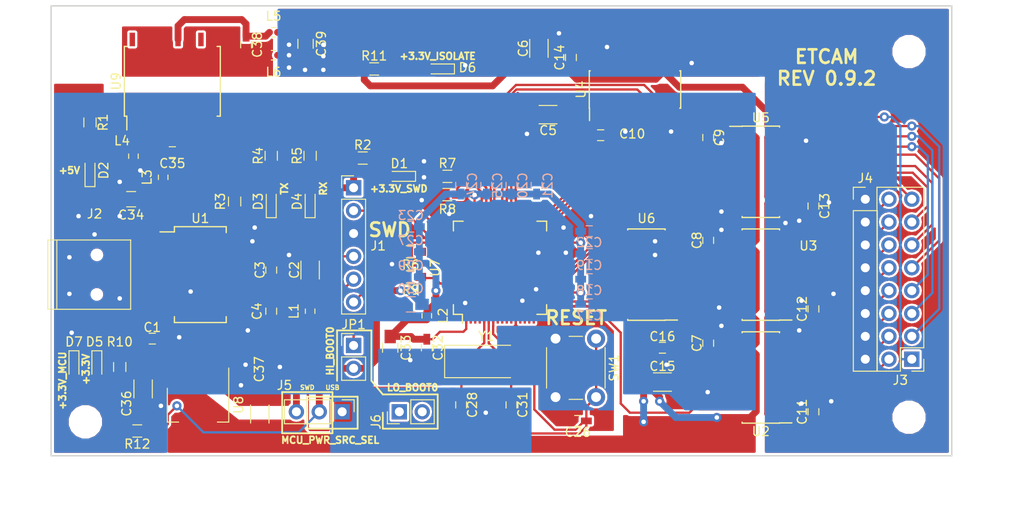
<source format=kicad_pcb>
(kicad_pcb (version 4) (host pcbnew 4.0.7)
  (title_block (title Embedded_Thruster_Control_And_Monitor_system) (date 2019-04-20) (rev 0.9.2))
  (layers (0 F.Cu signal) (31 B.Cu signal) (34 B.Paste user) (35 F.Paste user) (36 B.SilkS user) (37 F.SilkS user) (38 B.Mask user) (39 F.Mask user) (44 Edge.Cuts user))
  (net 0 "")
  (net 1 /+5V_USB)
  (net 2 GND)
  (net 3 /+3.3V_USB)
  (net 4 /usb_to_serial/+5V_FTDI)
  (net 5 /usb_to_serial/+3.3V_FTDI)
  (net 6 /+3.3V_ISOLATOR)
  (net 7 GNDPWR)
  (net 8 /controller/+3.3V_CONTROLLER)
  (net 9 /~RST)
  (net 10 /controller/+3.3V_ANALOG)
  (net 11 "Net-(D1-Pad2)")
  (net 12 "Net-(D2-Pad2)")
  (net 13 /+3.3V_SWD)
  (net 14 /TMS_SWCLK)
  (net 15 /TMS_SWDIO)
  (net 16 /TDO_SWO)
  (net 17 /usb_to_serial/DM)
  (net 18 /usb_to_serial/DP)
  (net 19 /ISOLATED_DSHOT1)
  (net 20 /ISOLATED_DSHOT2)
  (net 21 /ISOLATED_DSHOT3)
  (net 22 /ISOLATED_DSHOT4)
  (net 23 /ISOLATED_DSHOT5)
  (net 24 /ISOLATED_DSHOT6)
  (net 25 /ISOLATED_DSHOT7)
  (net 26 /ISOLATED_DSHOT8)
  (net 27 /controller/BOOT0)
  (net 28 /FTDI-->MCU)
  (net 29 /FTDI<--MCU)
  (net 30 /controller/DSHOT1)
  (net 31 /controller/DSHOT2)
  (net 32 /controller/DSHOT3)
  (net 33 /controller/DSHOT4)
  (net 34 /controller/DSHOT5)
  (net 35 /controller/DSHOT6)
  (net 36 /controller/DSHOT7)
  (net 37 /controller/DSHOT8)
  (net 38 "Net-(C28-Pad1)")
  (net 39 "Net-(C31-Pad1)")
  (net 40 "Net-(C35-Pad1)")
  (net 41 "Net-(C35-Pad2)")
  (net 42 "Net-(C38-Pad1)")
  (net 43 "Net-(C38-Pad2)")
  (net 44 "Net-(D3-Pad1)")
  (net 45 "Net-(D3-Pad2)")
  (net 46 "Net-(D4-Pad1)")
  (net 47 "Net-(D4-Pad2)")
  (net 48 "Net-(D5-Pad2)")
  (net 49 "Net-(D6-Pad2)")
  (net 50 "Net-(R3-Pad1)")
  (net 51 "Net-(R7-Pad2)")
  (net 52 "Net-(R9-Pad1)")
  (net 53 "Net-(R8-Pad2)")
  (net 54 "Net-(D7-Pad2)")
  (net 55 "Net-(J2-Pad4)")
  (net 56 /ISOLATED_TELEMETRY1)
  (net 57 /ISOLATED_TELEMETRY2)
  (net 58 /ISOLATED_TELEMETRY3)
  (net 59 /ISOLATED_TELEMETRY4)
  (net 60 /ISOLATED_TELEMETRY5)
  (net 61 /ISOLATED_TELEMETRY6)
  (net 62 /ISOLATED_TELEMETRY7)
  (net 63 /ISOLATED_TELEMETRY8)
  (net 64 "Net-(J6-Pad1)")
  (net 65 "Net-(J6-Pad2)")
  (net 66 "Net-(U1-Pad2)")
  (net 67 "Net-(U1-Pad3)")
  (net 68 "Net-(U1-Pad6)")
  (net 69 "Net-(U1-Pad8)")
  (net 70 "Net-(U1-Pad9)")
  (net 71 "Net-(U1-Pad10)")
  (net 72 "Net-(U1-Pad11)")
  (net 73 "Net-(U1-Pad12)")
  (net 74 "Net-(U1-Pad13)")
  (net 75 "Net-(U1-Pad14)")
  (net 76 "Net-(U1-Pad24)")
  (net 77 "Net-(U1-Pad27)")
  (net 78 "Net-(U1-Pad28)")
  (net 79 "Net-(U2-Pad7)")
  (net 80 /isolation_barrier/TELEMETRY4)
  (net 81 /isolation_barrier/TELEMETRY3)
  (net 82 /isolation_barrier/TELEMETRY2)
  (net 83 /isolation_barrier/TELEMETRY1)
  (net 84 "Net-(U3-Pad7)")
  (net 85 /isolation_barrier/TELEMETRY8)
  (net 86 /isolation_barrier/TELEMETRY7)
  (net 87 /isolation_barrier/TELEMETRY6)
  (net 88 /isolation_barrier/TELEMETRY5)
  (net 89 "Net-(U4-Pad7)")
  (net 90 "Net-(U5-Pad7)")
  (net 91 /telementry_selector/SELECTED_TELEMETRY)
  (net 92 "Net-(U6-Pad6)")
  (net 93 /controller/TELEMETRY_SEL2)
  (net 94 /controller/TELEMETRY_SEL1)
  (net 95 /controller/TELEMETRY_SEL0)
  (net 96 "Net-(U7-Pad2)")
  (net 97 "Net-(U7-Pad3)")
  (net 98 "Net-(U7-Pad4)")
  (net 99 "Net-(U7-Pad8)")
  (net 100 "Net-(U7-Pad9)")
  (net 101 "Net-(U7-Pad10)")
  (net 102 "Net-(U7-Pad11)")
  (net 103 "Net-(U7-Pad14)")
  (net 104 "Net-(U7-Pad15)")
  (net 105 "Net-(U7-Pad16)")
  (net 106 "Net-(U7-Pad23)")
  (net 107 "Net-(U7-Pad24)")
  (net 108 "Net-(U7-Pad25)")
  (net 109 "Net-(U7-Pad26)")
  (net 110 "Net-(U7-Pad27)")
  (net 111 "Net-(U7-Pad28)")
  (net 112 "Net-(U7-Pad29)")
  (net 113 "Net-(U7-Pad30)")
  (net 114 "Net-(U7-Pad33)")
  (net 115 "Net-(U7-Pad34)")
  (net 116 "Net-(U7-Pad35)")
  (net 117 "Net-(U7-Pad36)")
  (net 118 "Net-(U7-Pad41)")
  (net 119 "Net-(U7-Pad50)")
  (net 120 "Net-(U7-Pad51)")
  (net 121 "Net-(U7-Pad52)")
  (net 122 "Net-(U7-Pad53)")
  (net 123 "Net-(U7-Pad54)")
  (net 124 "Net-(U7-Pad56)")
  (net 125 "Net-(U7-Pad57)")
  (net 126 "Net-(U9-Pad1)")
  (net 127 "Net-(U9-Pad7)")
  (net 128 "Net-(U9-Pad10)")
  (net 129 "Net-(U9-Pad16)")
  (module Housings_QFP:LQFP-64_10x10mm_Pitch0.5mm (layer F.Cu) (at 142.748 96.266 90)
    (fp_text reference U7 (at 0 -7.2 90) (layer F.SilkS))
    (fp_text value STM32F303xD/E-LQFP64)
    (pad 1 smd rect (at -5.7 -3.75 90) (size 1 0.25) (layers F.Cu F.Paste F.Mask) (net 10 /controller/+3.3V_ANALOG))
    (pad 2 smd rect (at -5.7 -3.25 90) (size 1 0.25) (layers F.Cu F.Paste F.Mask) (net 96 "Net-(U7-Pad2)"))
    (pad 3 smd rect (at -5.7 -2.75 90) (size 1 0.25) (layers F.Cu F.Paste F.Mask) (net 97 "Net-(U7-Pad3)"))
    (pad 4 smd rect (at -5.7 -2.25 90) (size 1 0.25) (layers F.Cu F.Paste F.Mask) (net 98 "Net-(U7-Pad4)"))
    (pad 5 smd rect (at -5.7 -1.75 90) (size 1 0.25) (layers F.Cu F.Paste F.Mask) (net 38 "Net-(C28-Pad1)"))
    (pad 6 smd rect (at -5.7 -1.25 90) (size 1 0.25) (layers F.Cu F.Paste F.Mask) (net 39 "Net-(C31-Pad1)"))
    (pad 7 smd rect (at -5.7 -0.75 90) (size 1 0.25) (layers F.Cu F.Paste F.Mask) (net 9 /~RST))
    (pad 8 smd rect (at -5.7 -0.25 90) (size 1 0.25) (layers F.Cu F.Paste F.Mask) (net 99 "Net-(U7-Pad8)"))
    (pad 9 smd rect (at -5.7 0.25 90) (size 1 0.25) (layers F.Cu F.Paste F.Mask) (net 100 "Net-(U7-Pad9)"))
    (pad 10 smd rect (at -5.7 0.75 90) (size 1 0.25) (layers F.Cu F.Paste F.Mask) (net 101 "Net-(U7-Pad10)"))
    (pad 11 smd rect (at -5.7 1.25 90) (size 1 0.25) (layers F.Cu F.Paste F.Mask) (net 102 "Net-(U7-Pad11)"))
    (pad 12 smd rect (at -5.7 1.75 90) (size 1 0.25) (layers F.Cu F.Paste F.Mask) (net 2 GND))
    (pad 13 smd rect (at -5.7 2.25 90) (size 1 0.25) (layers F.Cu F.Paste F.Mask) (net 10 /controller/+3.3V_ANALOG))
    (pad 14 smd rect (at -5.7 2.75 90) (size 1 0.25) (layers F.Cu F.Paste F.Mask) (net 103 "Net-(U7-Pad14)"))
    (pad 15 smd rect (at -5.7 3.25 90) (size 1 0.25) (layers F.Cu F.Paste F.Mask) (net 104 "Net-(U7-Pad15)"))
    (pad 16 smd rect (at -5.7 3.75 90) (size 1 0.25) (layers F.Cu F.Paste F.Mask) (net 105 "Net-(U7-Pad16)"))
    (pad 17 smd rect (at -3.75 5.7 180) (size 1 0.25) (layers F.Cu F.Paste F.Mask) (net 91 /telementry_selector/SELECTED_TELEMETRY))
    (pad 18 smd rect (at -3.25 5.7 180) (size 1 0.25) (layers F.Cu F.Paste F.Mask) (net 2 GND))
    (pad 19 smd rect (at -2.75 5.7 180) (size 1 0.25) (layers F.Cu F.Paste F.Mask) (net 8 /controller/+3.3V_CONTROLLER))
    (pad 20 smd rect (at -2.25 5.7 180) (size 1 0.25) (layers F.Cu F.Paste F.Mask) (net 95 /controller/TELEMETRY_SEL0))
    (pad 21 smd rect (at -1.75 5.7 180) (size 1 0.25) (layers F.Cu F.Paste F.Mask) (net 94 /controller/TELEMETRY_SEL1))
    (pad 22 smd rect (at -1.25 5.7 180) (size 1 0.25) (layers F.Cu F.Paste F.Mask) (net 93 /controller/TELEMETRY_SEL2))
    (pad 23 smd rect (at -0.75 5.7 180) (size 1 0.25) (layers F.Cu F.Paste F.Mask) (net 106 "Net-(U7-Pad23)"))
    (pad 24 smd rect (at -0.25 5.7 180) (size 1 0.25) (layers F.Cu F.Paste F.Mask) (net 107 "Net-(U7-Pad24)"))
    (pad 25 smd rect (at 0.25 5.7 180) (size 1 0.25) (layers F.Cu F.Paste F.Mask) (net 108 "Net-(U7-Pad25)"))
    (pad 26 smd rect (at 0.75 5.7 180) (size 1 0.25) (layers F.Cu F.Paste F.Mask) (net 109 "Net-(U7-Pad26)"))
    (pad 27 smd rect (at 1.25 5.7 180) (size 1 0.25) (layers F.Cu F.Paste F.Mask) (net 110 "Net-(U7-Pad27)"))
    (pad 28 smd rect (at 1.75 5.7 180) (size 1 0.25) (layers F.Cu F.Paste F.Mask) (net 111 "Net-(U7-Pad28)"))
    (pad 29 smd rect (at 2.25 5.7 180) (size 1 0.25) (layers F.Cu F.Paste F.Mask) (net 112 "Net-(U7-Pad29)"))
    (pad 30 smd rect (at 2.75 5.7 180) (size 1 0.25) (layers F.Cu F.Paste F.Mask) (net 113 "Net-(U7-Pad30)"))
    (pad 31 smd rect (at 3.25 5.7 180) (size 1 0.25) (layers F.Cu F.Paste F.Mask) (net 2 GND))
    (pad 32 smd rect (at 3.75 5.7 180) (size 1 0.25) (layers F.Cu F.Paste F.Mask) (net 8 /controller/+3.3V_CONTROLLER))
    (pad 33 smd rect (at 5.7 3.75 90) (size 1 0.25) (layers F.Cu F.Paste F.Mask) (net 114 "Net-(U7-Pad33)"))
    (pad 34 smd rect (at 5.7 3.25 90) (size 1 0.25) (layers F.Cu F.Paste F.Mask) (net 115 "Net-(U7-Pad34)"))
    (pad 35 smd rect (at 5.7 2.75 90) (size 1 0.25) (layers F.Cu F.Paste F.Mask) (net 116 "Net-(U7-Pad35)"))
    (pad 36 smd rect (at 5.7 2.25 90) (size 1 0.25) (layers F.Cu F.Paste F.Mask) (net 117 "Net-(U7-Pad36)"))
    (pad 37 smd rect (at 5.7 1.75 90) (size 1 0.25) (layers F.Cu F.Paste F.Mask) (net 30 /controller/DSHOT1))
    (pad 38 smd rect (at 5.7 1.25 90) (size 1 0.25) (layers F.Cu F.Paste F.Mask) (net 31 /controller/DSHOT2))
    (pad 39 smd rect (at 5.7 0.75 90) (size 1 0.25) (layers F.Cu F.Paste F.Mask) (net 32 /controller/DSHOT3))
    (pad 40 smd rect (at 5.7 0.25 90) (size 1 0.25) (layers F.Cu F.Paste F.Mask) (net 33 /controller/DSHOT4))
    (pad 41 smd rect (at 5.7 -0.25 90) (size 1 0.25) (layers F.Cu F.Paste F.Mask) (net 118 "Net-(U7-Pad41)"))
    (pad 42 smd rect (at 5.7 -0.75 90) (size 1 0.25) (layers F.Cu F.Paste F.Mask) (net 29 /FTDI<--MCU))
    (pad 43 smd rect (at 5.7 -1.25 90) (size 1 0.25) (layers F.Cu F.Paste F.Mask) (net 28 /FTDI-->MCU))
    (pad 44 smd rect (at 5.7 -1.75 90) (size 1 0.25) (layers F.Cu F.Paste F.Mask) (net 51 "Net-(R7-Pad2)"))
    (pad 45 smd rect (at 5.7 -2.25 90) (size 1 0.25) (layers F.Cu F.Paste F.Mask) (net 53 "Net-(R8-Pad2)"))
    (pad 46 smd rect (at 5.7 -2.75 90) (size 1 0.25) (layers F.Cu F.Paste F.Mask) (net 15 /TMS_SWDIO))
    (pad 47 smd rect (at 5.7 -3.25 90) (size 1 0.25) (layers F.Cu F.Paste F.Mask) (net 2 GND))
    (pad 48 smd rect (at 5.7 -3.75 90) (size 1 0.25) (layers F.Cu F.Paste F.Mask) (net 8 /controller/+3.3V_CONTROLLER))
    (pad 49 smd rect (at 3.75 -5.7 180) (size 1 0.25) (layers F.Cu F.Paste F.Mask) (net 14 /TMS_SWCLK))
    (pad 50 smd rect (at 3.25 -5.7 180) (size 1 0.25) (layers F.Cu F.Paste F.Mask) (net 119 "Net-(U7-Pad50)"))
    (pad 51 smd rect (at 2.75 -5.7 180) (size 1 0.25) (layers F.Cu F.Paste F.Mask) (net 120 "Net-(U7-Pad51)"))
    (pad 52 smd rect (at 2.25 -5.7 180) (size 1 0.25) (layers F.Cu F.Paste F.Mask) (net 121 "Net-(U7-Pad52)"))
    (pad 53 smd rect (at 1.75 -5.7 180) (size 1 0.25) (layers F.Cu F.Paste F.Mask) (net 122 "Net-(U7-Pad53)"))
    (pad 54 smd rect (at 1.25 -5.7 180) (size 1 0.25) (layers F.Cu F.Paste F.Mask) (net 123 "Net-(U7-Pad54)"))
    (pad 55 smd rect (at 0.75 -5.7 180) (size 1 0.25) (layers F.Cu F.Paste F.Mask) (net 16 /TDO_SWO))
    (pad 56 smd rect (at 0.25 -5.7 180) (size 1 0.25) (layers F.Cu F.Paste F.Mask) (net 124 "Net-(U7-Pad56)"))
    (pad 57 smd rect (at -0.25 -5.7 180) (size 1 0.25) (layers F.Cu F.Paste F.Mask) (net 125 "Net-(U7-Pad57)"))
    (pad 58 smd rect (at -0.75 -5.7 180) (size 1 0.25) (layers F.Cu F.Paste F.Mask) (net 34 /controller/DSHOT5))
    (pad 59 smd rect (at -1.25 -5.7 180) (size 1 0.25) (layers F.Cu F.Paste F.Mask) (net 35 /controller/DSHOT6))
    (pad 60 smd rect (at -1.75 -5.7 180) (size 1 0.25) (layers F.Cu F.Paste F.Mask) (net 52 "Net-(R9-Pad1)"))
    (pad 61 smd rect (at -2.25 -5.7 180) (size 1 0.25) (layers F.Cu F.Paste F.Mask) (net 36 /controller/DSHOT7))
    (pad 62 smd rect (at -2.75 -5.7 180) (size 1 0.25) (layers F.Cu F.Paste F.Mask) (net 37 /controller/DSHOT8))
    (pad 63 smd rect (at -3.25 -5.7 180) (size 1 0.25) (layers F.Cu F.Paste F.Mask) (net 2 GND))
    (pad 64 smd rect (at -3.75 -5.7 180) (size 1 0.25) (layers F.Cu F.Paste F.Mask) (net 8 /controller/+3.3V_CONTROLLER))
  )
  (module Capacitors_SMD:C_0603_HandSoldering (layer B.Cu) (at 152.654 97.536)
    (fp_text reference C18 (at 0 1.25) (layer B.SilkS) (effects (justify mirror)))
    (fp_text value 0.1uF)
    (pad 1 smd rect (at -0.95 0) (size 1.2 0.75) (layers B.Cu B.Paste B.Mask) (net 8 /controller/+3.3V_CONTROLLER))
    (pad 2 smd rect (at 0.95 0) (size 1.2 0.75) (layers B.Cu B.Paste B.Mask) (net 2 GND))
  )
  (module Housings_SOIC:SOIC-16_3.9x9.9mm_Pitch1.27mm (layer F.Cu) (at 171.704 97.028 180)
    (fp_text reference U3 (at -5.276 3.198 180) (layer F.SilkS))
    (fp_text value Si8640BB-B-IS1)
    (pad 1 smd rect (at -2.7 -4.445 180) (size 1.5 0.6) (layers F.Cu F.Paste F.Mask) (net 6 /+3.3V_ISOLATOR))
    (pad 2 smd rect (at -2.7 -3.175 180) (size 1.5 0.6) (layers F.Cu F.Paste F.Mask) (net 7 GNDPWR))
    (pad 3 smd rect (at -2.7 -1.905 180) (size 1.5 0.6) (layers F.Cu F.Paste F.Mask) (net 60 /ISOLATED_TELEMETRY5))
    (pad 4 smd rect (at -2.7 -0.635 180) (size 1.5 0.6) (layers F.Cu F.Paste F.Mask) (net 61 /ISOLATED_TELEMETRY6))
    (pad 5 smd rect (at -2.7 0.635 180) (size 1.5 0.6) (layers F.Cu F.Paste F.Mask) (net 62 /ISOLATED_TELEMETRY7))
    (pad 6 smd rect (at -2.7 1.905 180) (size 1.5 0.6) (layers F.Cu F.Paste F.Mask) (net 63 /ISOLATED_TELEMETRY8))
    (pad 7 smd rect (at -2.7 3.175 180) (size 1.5 0.6) (layers F.Cu F.Paste F.Mask) (net 84 "Net-(U3-Pad7)"))
    (pad 8 smd rect (at -2.7 4.445 180) (size 1.5 0.6) (layers F.Cu F.Paste F.Mask) (net 7 GNDPWR))
    (pad 9 smd rect (at 2.7 4.445 180) (size 1.5 0.6) (layers F.Cu F.Paste F.Mask) (net 2 GND))
    (pad 10 smd rect (at 2.7 3.175 180) (size 1.5 0.6) (layers F.Cu F.Paste F.Mask) (net 3 /+3.3V_USB))
    (pad 11 smd rect (at 2.7 1.905 180) (size 1.5 0.6) (layers F.Cu F.Paste F.Mask) (net 85 /isolation_barrier/TELEMETRY8))
    (pad 12 smd rect (at 2.7 0.635 180) (size 1.5 0.6) (layers F.Cu F.Paste F.Mask) (net 86 /isolation_barrier/TELEMETRY7))
    (pad 13 smd rect (at 2.7 -0.635 180) (size 1.5 0.6) (layers F.Cu F.Paste F.Mask) (net 87 /isolation_barrier/TELEMETRY6))
    (pad 14 smd rect (at 2.7 -1.905 180) (size 1.5 0.6) (layers F.Cu F.Paste F.Mask) (net 88 /isolation_barrier/TELEMETRY5))
    (pad 15 smd rect (at 2.7 -3.175 180) (size 1.5 0.6) (layers F.Cu F.Paste F.Mask) (net 2 GND))
    (pad 16 smd rect (at 2.7 -4.445 180) (size 1.5 0.6) (layers F.Cu F.Paste F.Mask) (net 3 /+3.3V_USB))
  )
  (module Capacitors_SMD:C_0603_HandSoldering (layer F.Cu) (at 104.14 104.14)
    (fp_text reference C1 (at 0 -1.25) (layer F.SilkS))
    (fp_text value 0.01uF)
    (pad 1 smd rect (at -0.95 0) (size 1.2 0.75) (layers F.Cu F.Paste F.Mask) (net 1 /+5V_USB))
    (pad 2 smd rect (at 0.95 0) (size 1.2 0.75) (layers F.Cu F.Paste F.Mask) (net 2 GND))
  )
  (module Capacitors_SMD:C_1206_HandSoldering (layer F.Cu) (at 121.666 96.52 90)
    (fp_text reference C2 (at 0 -1.75 90) (layer F.SilkS))
    (fp_text value 4.7uF)
    (pad 1 smd rect (at -2 0 90) (size 2 1.6) (layers F.Cu F.Paste F.Mask) (net 4 /usb_to_serial/+5V_FTDI))
    (pad 2 smd rect (at 2 0 90) (size 2 1.6) (layers F.Cu F.Paste F.Mask) (net 2 GND))
  )
  (module Capacitors_SMD:C_0603_HandSoldering (layer F.Cu) (at 117.348 96.52 90)
    (fp_text reference C3 (at 0 -1.25 90) (layer F.SilkS))
    (fp_text value 0.1uF)
    (pad 1 smd rect (at -0.95 0 90) (size 1.2 0.75) (layers F.Cu F.Paste F.Mask) (net 4 /usb_to_serial/+5V_FTDI))
    (pad 2 smd rect (at 0.95 0 90) (size 1.2 0.75) (layers F.Cu F.Paste F.Mask) (net 2 GND))
  )
  (module Capacitors_SMD:C_0603_HandSoldering (layer F.Cu) (at 117.348 101.092 270)
    (fp_text reference C4 (at 0 1.582 270) (layer F.SilkS))
    (fp_text value 0.1uF)
    (pad 1 smd rect (at -0.95 0 270) (size 1.2 0.75) (layers F.Cu F.Paste F.Mask) (net 5 /usb_to_serial/+3.3V_FTDI))
    (pad 2 smd rect (at 0.95 0 270) (size 1.2 0.75) (layers F.Cu F.Paste F.Mask) (net 2 GND))
  )
  (module Capacitors_SMD:C_1206_HandSoldering (layer F.Cu) (at 148.082 79.248 180)
    (fp_text reference C5 (at 0 -1.75 180) (layer F.SilkS))
    (fp_text value 1uF)
    (pad 1 smd rect (at -2 0 180) (size 2 1.6) (layers F.Cu F.Paste F.Mask) (net 3 /+3.3V_USB))
    (pad 2 smd rect (at 2 0 180) (size 2 1.6) (layers F.Cu F.Paste F.Mask) (net 2 GND))
  )
  (module Capacitors_SMD:C_1206_HandSoldering (layer F.Cu) (at 147.066 71.882 90)
    (fp_text reference C6 (at 0 -1.75 90) (layer F.SilkS))
    (fp_text value 1uF)
    (pad 1 smd rect (at -2 0 90) (size 2 1.6) (layers F.Cu F.Paste F.Mask) (net 6 /+3.3V_ISOLATOR))
    (pad 2 smd rect (at 2 0 90) (size 2 1.6) (layers F.Cu F.Paste F.Mask) (net 7 GNDPWR))
  )
  (module Capacitors_SMD:C_0603_HandSoldering (layer F.Cu) (at 165.862 104.648 90)
    (fp_text reference C7 (at 0 -1.25 90) (layer F.SilkS))
    (fp_text value 0.1uF)
    (pad 1 smd rect (at -0.95 0 90) (size 1.2 0.75) (layers F.Cu F.Paste F.Mask) (net 3 /+3.3V_USB))
    (pad 2 smd rect (at 0.95 0 90) (size 1.2 0.75) (layers F.Cu F.Paste F.Mask) (net 2 GND))
  )
  (module Capacitors_SMD:C_0603_HandSoldering (layer F.Cu) (at 165.862 93.218 90)
    (fp_text reference C8 (at 0 -1.25 90) (layer F.SilkS))
    (fp_text value 0.1uF)
    (pad 1 smd rect (at -0.95 0 90) (size 1.2 0.75) (layers F.Cu F.Paste F.Mask) (net 3 /+3.3V_USB))
    (pad 2 smd rect (at 0.95 0 90) (size 1.2 0.75) (layers F.Cu F.Paste F.Mask) (net 2 GND))
  )
  (module Capacitors_SMD:C_0603_HandSoldering (layer F.Cu) (at 165.862 81.788 270)
    (fp_text reference C9 (at 0 -1.25 270) (layer F.SilkS))
    (fp_text value 0.1uF)
    (pad 1 smd rect (at -0.95 0 270) (size 1.2 0.75) (layers F.Cu F.Paste F.Mask) (net 3 /+3.3V_USB))
    (pad 2 smd rect (at 0.95 0 270) (size 1.2 0.75) (layers F.Cu F.Paste F.Mask) (net 2 GND))
  )
  (module Capacitors_SMD:C_0603_HandSoldering (layer F.Cu) (at 153.924 81.534)
    (fp_text reference C10 (at 3.498 -0.15) (layer F.SilkS))
    (fp_text value 0.1uF)
    (pad 1 smd rect (at -0.95 0) (size 1.2 0.75) (layers F.Cu F.Paste F.Mask) (net 3 /+3.3V_USB))
    (pad 2 smd rect (at 0.95 0) (size 1.2 0.75) (layers F.Cu F.Paste F.Mask) (net 2 GND))
  )
  (module Capacitors_SMD:C_0603_HandSoldering (layer F.Cu) (at 177.546 112.268 90)
    (fp_text reference C11 (at 0 -1.25 90) (layer F.SilkS))
    (fp_text value 0.1uF)
    (pad 1 smd rect (at -0.95 0 90) (size 1.2 0.75) (layers F.Cu F.Paste F.Mask) (net 6 /+3.3V_ISOLATOR))
    (pad 2 smd rect (at 0.95 0 90) (size 1.2 0.75) (layers F.Cu F.Paste F.Mask) (net 7 GNDPWR))
  )
  (module Capacitors_SMD:C_0603_HandSoldering (layer F.Cu) (at 177.546 100.838 90)
    (fp_text reference C12 (at 0 -1.25 90) (layer F.SilkS))
    (fp_text value 0.1uF)
    (pad 1 smd rect (at -0.95 0 90) (size 1.2 0.75) (layers F.Cu F.Paste F.Mask) (net 6 /+3.3V_ISOLATOR))
    (pad 2 smd rect (at 0.95 0 90) (size 1.2 0.75) (layers F.Cu F.Paste F.Mask) (net 7 GNDPWR))
  )
  (module Capacitors_SMD:C_0603_HandSoldering (layer F.Cu) (at 177.546 89.408 270)
    (fp_text reference C13 (at 0 -1.25 270) (layer F.SilkS))
    (fp_text value 0.1uF)
    (pad 1 smd rect (at -0.95 0 270) (size 1.2 0.75) (layers F.Cu F.Paste F.Mask) (net 6 /+3.3V_ISOLATOR))
    (pad 2 smd rect (at 0.95 0 270) (size 1.2 0.75) (layers F.Cu F.Paste F.Mask) (net 7 GNDPWR))
  )
  (module Capacitors_SMD:C_0603_HandSoldering (layer F.Cu) (at 150.622 72.898 90)
    (fp_text reference C14 (at 0 -1.25 90) (layer F.SilkS))
    (fp_text value 0.1uF)
    (pad 1 smd rect (at -0.95 0 90) (size 1.2 0.75) (layers F.Cu F.Paste F.Mask) (net 6 /+3.3V_ISOLATOR))
    (pad 2 smd rect (at 0.95 0 90) (size 1.2 0.75) (layers F.Cu F.Paste F.Mask) (net 7 GNDPWR))
  )
  (module Capacitors_SMD:C_1206_HandSoldering (layer F.Cu) (at 160.782 108.966)
    (fp_text reference C15 (at 0 -1.75) (layer F.SilkS))
    (fp_text value 1uF)
    (pad 1 smd rect (at -2 0) (size 2 1.6) (layers F.Cu F.Paste F.Mask) (net 3 /+3.3V_USB))
    (pad 2 smd rect (at 2 0) (size 2 1.6) (layers F.Cu F.Paste F.Mask) (net 2 GND))
  )
  (module Capacitors_SMD:C_0603_HandSoldering (layer F.Cu) (at 160.782 105.156)
    (fp_text reference C16 (at 0 -1.25) (layer F.SilkS))
    (fp_text value 0.1uF)
    (pad 1 smd rect (at -0.95 0) (size 1.2 0.75) (layers F.Cu F.Paste F.Mask) (net 3 /+3.3V_USB))
    (pad 2 smd rect (at 0.95 0) (size 1.2 0.75) (layers F.Cu F.Paste F.Mask) (net 2 GND))
  )
  (module Capacitors_SMD:C_0603_HandSoldering (layer B.Cu) (at 152.654 100.33)
    (fp_text reference C17 (at 0 1.25) (layer B.SilkS) (effects (justify mirror)))
    (fp_text value 0.1uF)
    (pad 1 smd rect (at -0.95 0) (size 1.2 0.75) (layers B.Cu B.Paste B.Mask) (net 8 /controller/+3.3V_CONTROLLER))
    (pad 2 smd rect (at 0.95 0) (size 1.2 0.75) (layers B.Cu B.Paste B.Mask) (net 2 GND))
  )
  (module Capacitors_SMD:C_0603_HandSoldering (layer B.Cu) (at 152.654 94.742)
    (fp_text reference C19 (at 0 1.25) (layer B.SilkS) (effects (justify mirror)))
    (fp_text value 0.1uF)
    (pad 1 smd rect (at -0.95 0) (size 1.2 0.75) (layers B.Cu B.Paste B.Mask) (net 8 /controller/+3.3V_CONTROLLER))
    (pad 2 smd rect (at 0.95 0) (size 1.2 0.75) (layers B.Cu B.Paste B.Mask) (net 2 GND))
  )
  (module Capacitors_SMD:C_0603_HandSoldering (layer B.Cu) (at 144.018 87.122 90)
    (fp_text reference C20 (at 0 1.25 90) (layer B.SilkS) (effects (justify mirror)))
    (fp_text value 0.1uF)
    (pad 1 smd rect (at -0.95 0 90) (size 1.2 0.75) (layers B.Cu B.Paste B.Mask) (net 8 /controller/+3.3V_CONTROLLER))
    (pad 2 smd rect (at 0.95 0 90) (size 1.2 0.75) (layers B.Cu B.Paste B.Mask) (net 2 GND))
  )
  (module Capacitors_SMD:C_0603_HandSoldering (layer B.Cu) (at 146.812 87.122 90)
    (fp_text reference C21 (at 0 1.25 90) (layer B.SilkS) (effects (justify mirror)))
    (fp_text value 0.1uF)
    (pad 1 smd rect (at -0.95 0 90) (size 1.2 0.75) (layers B.Cu B.Paste B.Mask) (net 8 /controller/+3.3V_CONTROLLER))
    (pad 2 smd rect (at 0.95 0 90) (size 1.2 0.75) (layers B.Cu B.Paste B.Mask) (net 2 GND))
  )
  (module Capacitors_SMD:C_0603_HandSoldering (layer B.Cu) (at 152.654 92.202)
    (fp_text reference C22 (at 0 1.25) (layer B.SilkS) (effects (justify mirror)))
    (fp_text value 0.1uF)
    (pad 1 smd rect (at -0.95 0) (size 1.2 0.75) (layers B.Cu B.Paste B.Mask) (net 8 /controller/+3.3V_CONTROLLER))
    (pad 2 smd rect (at 0.95 0) (size 1.2 0.75) (layers B.Cu B.Paste B.Mask) (net 2 GND))
  )
  (module Capacitors_SMD:C_0603_HandSoldering (layer B.Cu) (at 132.842 91.694 180)
    (fp_text reference C23 (at 0 1.25 180) (layer B.SilkS) (effects (justify mirror)))
    (fp_text value 0.1uF)
    (pad 1 smd rect (at -0.95 0 180) (size 1.2 0.75) (layers B.Cu B.Paste B.Mask) (net 8 /controller/+3.3V_CONTROLLER))
    (pad 2 smd rect (at 0.95 0 180) (size 1.2 0.75) (layers B.Cu B.Paste B.Mask) (net 2 GND))
  )
  (module Capacitors_SMD:C_0603_HandSoldering (layer B.Cu) (at 138.43 87.122 90)
    (fp_text reference C24 (at 0 1.25 90) (layer B.SilkS) (effects (justify mirror)))
    (fp_text value 0.1uF)
    (pad 1 smd rect (at -0.95 0 90) (size 1.2 0.75) (layers B.Cu B.Paste B.Mask) (net 8 /controller/+3.3V_CONTROLLER))
    (pad 2 smd rect (at 0.95 0 90) (size 1.2 0.75) (layers B.Cu B.Paste B.Mask) (net 2 GND))
  )
  (module Capacitors_SMD:C_0603_HandSoldering (layer B.Cu) (at 141.224 87.122 90)
    (fp_text reference C25 (at 0 1.25 90) (layer B.SilkS) (effects (justify mirror)))
    (fp_text value 0.1uF)
    (pad 1 smd rect (at -0.95 0 90) (size 1.2 0.75) (layers B.Cu B.Paste B.Mask) (net 8 /controller/+3.3V_CONTROLLER))
    (pad 2 smd rect (at 0.95 0 90) (size 1.2 0.75) (layers B.Cu B.Paste B.Mask) (net 2 GND))
  )
  (module Capacitors_SMD:C_0603_HandSoldering (layer F.Cu) (at 151.384 113.284 180)
    (fp_text reference C26 (at 0 -1.25 180) (layer F.SilkS))
    (fp_text value 0.1uF)
    (pad 1 smd rect (at -0.95 0 180) (size 1.2 0.75) (layers F.Cu F.Paste F.Mask) (net 9 /~RST))
    (pad 2 smd rect (at 0.95 0 180) (size 1.2 0.75) (layers F.Cu F.Paste F.Mask) (net 2 GND))
  )
  (module Capacitors_SMD:C_0603_HandSoldering (layer B.Cu) (at 132.842 94.488 180)
    (fp_text reference C27 (at 0 1.25 180) (layer B.SilkS) (effects (justify mirror)))
    (fp_text value 0.1uF)
    (pad 1 smd rect (at -0.95 0 180) (size 1.2 0.75) (layers B.Cu B.Paste B.Mask) (net 8 /controller/+3.3V_CONTROLLER))
    (pad 2 smd rect (at 0.95 0 180) (size 1.2 0.75) (layers B.Cu B.Paste B.Mask) (net 2 GND))
  )
  (module Capacitors_SMD:C_0603_HandSoldering (layer F.Cu) (at 138.43 111.506 270)
    (fp_text reference C28 (at 0 -1.25 270) (layer F.SilkS))
    (fp_text value 22pF)
    (pad 1 smd rect (at -0.95 0 270) (size 1.2 0.75) (layers F.Cu F.Paste F.Mask) (net 38 "Net-(C28-Pad1)"))
    (pad 2 smd rect (at 0.95 0 270) (size 1.2 0.75) (layers F.Cu F.Paste F.Mask) (net 2 GND))
  )
  (module Capacitors_SMD:C_0603_HandSoldering (layer B.Cu) (at 132.842 97.282 180)
    (fp_text reference C29 (at 0 1.25 180) (layer B.SilkS) (effects (justify mirror)))
    (fp_text value 0.1uF)
    (pad 1 smd rect (at -0.95 0 180) (size 1.2 0.75) (layers B.Cu B.Paste B.Mask) (net 8 /controller/+3.3V_CONTROLLER))
    (pad 2 smd rect (at 0.95 0 180) (size 1.2 0.75) (layers B.Cu B.Paste B.Mask) (net 2 GND))
  )
  (module Capacitors_SMD:C_0805_HandSoldering (layer B.Cu) (at 132.842 100.33 180)
    (fp_text reference C30 (at 0 1.75 180) (layer B.SilkS) (effects (justify mirror)))
    (fp_text value 4.7uF)
    (pad 1 smd rect (at -1.25 0 180) (size 1.5 1.25) (layers B.Cu B.Paste B.Mask) (net 8 /controller/+3.3V_CONTROLLER))
    (pad 2 smd rect (at 1.25 0 180) (size 1.5 1.25) (layers B.Cu B.Paste B.Mask) (net 2 GND))
  )
  (module Capacitors_SMD:C_0603_HandSoldering (layer F.Cu) (at 144.018 111.506 270)
    (fp_text reference C31 (at 0 -1.25 270) (layer F.SilkS))
    (fp_text value 22pF)
    (pad 1 smd rect (at -0.95 0 270) (size 1.2 0.75) (layers F.Cu F.Paste F.Mask) (net 39 "Net-(C31-Pad1)"))
    (pad 2 smd rect (at 0.95 0 270) (size 1.2 0.75) (layers F.Cu F.Paste F.Mask) (net 2 GND))
  )
  (module Capacitors_SMD:C_0603_HandSoldering (layer F.Cu) (at 134.62 105.156 270)
    (fp_text reference C32 (at 0 -1.25 270) (layer F.SilkS))
    (fp_text value 10nF)
    (pad 1 smd rect (at -0.95 0 270) (size 1.2 0.75) (layers F.Cu F.Paste F.Mask) (net 10 /controller/+3.3V_ANALOG))
    (pad 2 smd rect (at 0.95 0 270) (size 1.2 0.75) (layers F.Cu F.Paste F.Mask) (net 2 GND))
  )
  (module Capacitors_SMD:C_0805_HandSoldering (layer F.Cu) (at 130.556 105.156 270)
    (fp_text reference C33 (at 0 -1.75 270) (layer F.SilkS))
    (fp_text value 1uF)
    (pad 1 smd rect (at -1.25 0 270) (size 1.5 1.25) (layers F.Cu F.Paste F.Mask) (net 10 /controller/+3.3V_ANALOG))
    (pad 2 smd rect (at 1.25 0 270) (size 1.5 1.25) (layers F.Cu F.Paste F.Mask) (net 2 GND))
  )
  (module Capacitors_SMD:C_0805_HandSoldering (layer F.Cu) (at 101.796 88.646 180)
    (fp_text reference C34 (at 0 -1.75 180) (layer F.SilkS))
    (fp_text value 10uF)
    (pad 1 smd rect (at -1.25 0 180) (size 1.5 1.25) (layers F.Cu F.Paste F.Mask) (net 1 /+5V_USB))
    (pad 2 smd rect (at 1.25 0 180) (size 1.5 1.25) (layers F.Cu F.Paste F.Mask) (net 2 GND))
  )
  (module Capacitors_SMD:C_0603_HandSoldering (layer F.Cu) (at 106.368 83.416 180)
    (fp_text reference C35 (at 0 -1.25 180) (layer F.SilkS))
    (fp_text value 0.1uF)
    (pad 1 smd rect (at -0.95 0 180) (size 1.2 0.75) (layers F.Cu F.Paste F.Mask) (net 40 "Net-(C35-Pad1)"))
    (pad 2 smd rect (at 0.95 0 180) (size 1.2 0.75) (layers F.Cu F.Paste F.Mask) (net 41 "Net-(C35-Pad2)"))
  )
  (module Capacitors_SMD:C_1206_HandSoldering (layer F.Cu) (at 103.124 109.728 270)
    (fp_text reference C36 (at 1.628 1.836 270) (layer F.SilkS))
    (fp_text value 10uF)
    (pad 1 smd rect (at -2 0 270) (size 2 1.6) (layers F.Cu F.Paste F.Mask) (net 1 /+5V_USB))
    (pad 2 smd rect (at 2 0 270) (size 2 1.6) (layers F.Cu F.Paste F.Mask) (net 2 GND))
  )
  (module Capacitors_SMD:C_1206_HandSoldering (layer F.Cu) (at 116.078 112.522 90)
    (fp_text reference C37 (at 4.976 -0.058 90) (layer F.SilkS))
    (fp_text value 10uF)
    (pad 1 smd rect (at -2 0 90) (size 2 1.6) (layers F.Cu F.Paste F.Mask) (net 3 /+3.3V_USB))
    (pad 2 smd rect (at 2 0 90) (size 2 1.6) (layers F.Cu F.Paste F.Mask) (net 2 GND))
  )
  (module Capacitors_SMD:C_0603_HandSoldering (layer F.Cu) (at 114.554 71.478 270)
    (fp_text reference C38 (at 0 -1.25 270) (layer F.SilkS))
    (fp_text value 0.22uF)
    (pad 1 smd rect (at -0.95 0 270) (size 1.2 0.75) (layers F.Cu F.Paste F.Mask) (net 42 "Net-(C38-Pad1)"))
    (pad 2 smd rect (at 0.95 0 270) (size 1.2 0.75) (layers F.Cu F.Paste F.Mask) (net 43 "Net-(C38-Pad2)"))
  )
  (module Capacitors_SMD:C_0805_HandSoldering (layer F.Cu) (at 121.158 71.374 270)
    (fp_text reference C39 (at 0 -1.75 270) (layer F.SilkS))
    (fp_text value 10uF)
    (pad 1 smd rect (at -1.25 0 270) (size 1.5 1.25) (layers F.Cu F.Paste F.Mask) (net 6 /+3.3V_ISOLATOR))
    (pad 2 smd rect (at 1.25 0 270) (size 1.5 1.25) (layers F.Cu F.Paste F.Mask) (net 7 GNDPWR))
  )
  (module LEDs:LED_0603_HandSoldering (layer F.Cu) (at 131.572 86.106 180)
    (fp_text reference D1 (at 0 1.42 180) (layer F.SilkS))
    (fp_text value +3.3V_SWD_LED)
    (pad 1 smd rect (at -1.1 0 180) (size 1.2 0.9) (layers F.Cu F.Paste F.Mask) (net 2 GND))
    (pad 2 smd rect (at 1.1 0 180) (size 1.2 0.9) (layers F.Cu F.Paste F.Mask) (net 11 "Net-(D1-Pad2)"))
  )
  (module LEDs:LED_0603_HandSoldering (layer F.Cu) (at 97.224 85.448 90)
    (fp_text reference D2 (at 0 1.524 90) (layer F.SilkS))
    (fp_text value +5V_USB_LED)
    (pad 1 smd rect (at -1.1 0 90) (size 1.2 0.9) (layers F.Cu F.Paste F.Mask) (net 2 GND))
    (pad 2 smd rect (at 1.1 0 90) (size 1.2 0.9) (layers F.Cu F.Paste F.Mask) (net 12 "Net-(D2-Pad2)"))
  )
  (module LEDs:LED_0603_HandSoldering (layer F.Cu) (at 117.348 88.9 90)
    (fp_text reference D3 (at 0 -1.45 90) (layer F.SilkS))
    (fp_text value TX_LED)
    (pad 1 smd rect (at -1.1 0 90) (size 1.2 0.9) (layers F.Cu F.Paste F.Mask) (net 44 "Net-(D3-Pad1)"))
    (pad 2 smd rect (at 1.1 0 90) (size 1.2 0.9) (layers F.Cu F.Paste F.Mask) (net 45 "Net-(D3-Pad2)"))
  )
  (module LEDs:LED_0603_HandSoldering (layer F.Cu) (at 121.666 88.9 90)
    (fp_text reference D4 (at 0 -1.45 90) (layer F.SilkS))
    (fp_text value RX_LED)
    (pad 1 smd rect (at -1.1 0 90) (size 1.2 0.9) (layers F.Cu F.Paste F.Mask) (net 46 "Net-(D4-Pad1)"))
    (pad 2 smd rect (at 1.1 0 90) (size 1.2 0.9) (layers F.Cu F.Paste F.Mask) (net 47 "Net-(D4-Pad2)"))
  )
  (module LEDs:LED_0603_HandSoldering (layer F.Cu) (at 97.986 107.292 270)
    (fp_text reference D5 (at -2.794 0.254 360) (layer F.SilkS))
    (fp_text value +3.3V_USB_LED)
    (pad 1 smd rect (at -1.1 0 270) (size 1.2 0.9) (layers F.Cu F.Paste F.Mask) (net 2 GND))
    (pad 2 smd rect (at 1.1 0 270) (size 1.2 0.9) (layers F.Cu F.Paste F.Mask) (net 48 "Net-(D5-Pad2)"))
  )
  (module LEDs:LED_0603_HandSoldering (layer F.Cu) (at 135.89 74.168 180)
    (fp_text reference D6 (at -3.244 0.15 180) (layer F.SilkS))
    (fp_text value +3.3V_ISOLATOR_LED)
    (pad 1 smd rect (at -1.1 0 180) (size 1.2 0.9) (layers F.Cu F.Paste F.Mask) (net 7 GNDPWR))
    (pad 2 smd rect (at 1.1 0 180) (size 1.2 0.9) (layers F.Cu F.Paste F.Mask) (net 49 "Net-(D6-Pad2)"))
  )
  (module Pin_Headers:Pin_Header_Straight_1x06_Pitch2.54mm (layer F.Cu) (at 126.492 87.376)
    (fp_text reference J1 (at 2.736 6.454) (layer F.SilkS))
    (fp_text value SWD_connector)
    (pad 1 thru_hole rect (at 0 0) (size 1.7 1.7) (drill 1) (layers *.Cu *.Mask) (net 13 /+3.3V_SWD))
    (pad 2 thru_hole oval (at 0 2.54) (size 1.7 1.7) (drill 1) (layers *.Cu *.Mask) (net 14 /TMS_SWCLK))
    (pad 3 thru_hole oval (at 0 5.08) (size 1.7 1.7) (drill 1) (layers *.Cu *.Mask) (net 2 GND))
    (pad 4 thru_hole oval (at 0 7.62) (size 1.7 1.7) (drill 1) (layers *.Cu *.Mask) (net 15 /TMS_SWDIO))
    (pad 5 thru_hole oval (at 0 10.16) (size 1.7 1.7) (drill 1) (layers *.Cu *.Mask) (net 9 /~RST))
    (pad 6 thru_hole oval (at 0 12.7) (size 1.7 1.7) (drill 1) (layers *.Cu *.Mask) (net 16 /TDO_SWO))
  )
  (module Connectors:USB_Mini-B (layer F.Cu) (at 97.79 97.028)
    (fp_text reference J2 (at -0.058 -6.754) (layer F.SilkS))
    (fp_text value USB_connector)
    (pad 1 smd rect (at 2.8 -1.6) (size 2.3 0.5) (layers F.Cu F.Paste F.Mask) (net 1 /+5V_USB))
    (pad 2 smd rect (at 2.8 -0.8) (size 2.3 0.5) (layers F.Cu F.Paste F.Mask) (net 17 /usb_to_serial/DM))
    (pad 3 smd rect (at 2.8 0) (size 2.3 0.5) (layers F.Cu F.Paste F.Mask) (net 18 /usb_to_serial/DP))
    (pad 4 smd rect (at 2.8 0.8) (size 2.3 0.5) (layers F.Cu F.Paste F.Mask) (net 55 "Net-(J2-Pad4)"))
    (pad 5 smd rect (at 2.8 1.6) (size 2.3 0.5) (layers F.Cu F.Paste F.Mask) (net 2 GND))
    (pad 6 smd rect (at 2.7 -4.45) (size 2.5 2) (layers F.Cu F.Paste F.Mask) (net 2 GND))
    (pad 6 smd rect (at -2.8 -4.45) (size 2.5 2) (layers F.Cu F.Paste F.Mask) (net 2 GND))
    (pad 6 smd rect (at 2.7 4.45) (size 2.5 2) (layers F.Cu F.Paste F.Mask) (net 2 GND))
    (pad 6 smd rect (at -2.8 4.45) (size 2.5 2) (layers F.Cu F.Paste F.Mask) (net 2 GND))
    (pad "" np_thru_hole circle (at 0.2 -2.2) (size 0.9 0.9) (drill 0.9) (layers *.Cu *.Mask))
    (pad "" np_thru_hole circle (at 0.2 2.2) (size 0.9 0.9) (drill 0.9) (layers *.Cu *.Mask))
  )
  (module Pin_Headers:Pin_Header_Straight_2x08_Pitch2.54mm (layer F.Cu) (at 188.468 106.426 180)
    (fp_text reference J3 (at 1.27 -2.33 180) (layer F.SilkS))
    (fp_text value ESC_signal_connector)
    (pad 1 thru_hole rect (at 0 0 180) (size 1.7 1.7) (drill 1) (layers *.Cu *.Mask) (net 19 /ISOLATED_DSHOT1))
    (pad 2 thru_hole oval (at 2.54 0 180) (size 1.7 1.7) (drill 1) (layers *.Cu *.Mask) (net 56 /ISOLATED_TELEMETRY1))
    (pad 3 thru_hole oval (at 0 2.54 180) (size 1.7 1.7) (drill 1) (layers *.Cu *.Mask) (net 20 /ISOLATED_DSHOT2))
    (pad 4 thru_hole oval (at 2.54 2.54 180) (size 1.7 1.7) (drill 1) (layers *.Cu *.Mask) (net 57 /ISOLATED_TELEMETRY2))
    (pad 5 thru_hole oval (at 0 5.08 180) (size 1.7 1.7) (drill 1) (layers *.Cu *.Mask) (net 21 /ISOLATED_DSHOT3))
    (pad 6 thru_hole oval (at 2.54 5.08 180) (size 1.7 1.7) (drill 1) (layers *.Cu *.Mask) (net 58 /ISOLATED_TELEMETRY3))
    (pad 7 thru_hole oval (at 0 7.62 180) (size 1.7 1.7) (drill 1) (layers *.Cu *.Mask) (net 22 /ISOLATED_DSHOT4))
    (pad 8 thru_hole oval (at 2.54 7.62 180) (size 1.7 1.7) (drill 1) (layers *.Cu *.Mask) (net 59 /ISOLATED_TELEMETRY4))
    (pad 9 thru_hole oval (at 0 10.16 180) (size 1.7 1.7) (drill 1) (layers *.Cu *.Mask) (net 23 /ISOLATED_DSHOT5))
    (pad 10 thru_hole oval (at 2.54 10.16 180) (size 1.7 1.7) (drill 1) (layers *.Cu *.Mask) (net 60 /ISOLATED_TELEMETRY5))
    (pad 11 thru_hole oval (at 0 12.7 180) (size 1.7 1.7) (drill 1) (layers *.Cu *.Mask) (net 24 /ISOLATED_DSHOT6))
    (pad 12 thru_hole oval (at 2.54 12.7 180) (size 1.7 1.7) (drill 1) (layers *.Cu *.Mask) (net 61 /ISOLATED_TELEMETRY6))
    (pad 13 thru_hole oval (at 0 15.24 180) (size 1.7 1.7) (drill 1) (layers *.Cu *.Mask) (net 25 /ISOLATED_DSHOT7))
    (pad 14 thru_hole oval (at 2.54 15.24 180) (size 1.7 1.7) (drill 1) (layers *.Cu *.Mask) (net 62 /ISOLATED_TELEMETRY7))
    (pad 15 thru_hole oval (at 0 17.78 180) (size 1.7 1.7) (drill 1) (layers *.Cu *.Mask) (net 26 /ISOLATED_DSHOT8))
    (pad 16 thru_hole oval (at 2.54 17.78 180) (size 1.7 1.7) (drill 1) (layers *.Cu *.Mask) (net 63 /ISOLATED_TELEMETRY8))
  )
  (module Pin_Headers:Pin_Header_Straight_1x08_Pitch2.54mm (layer F.Cu) (at 183.3046 88.6484)
    (fp_text reference J4 (at 0 -2.33) (layer F.SilkS))
    (fp_text value ESC_GND_connector)
    (pad 1 thru_hole rect (at 0 0) (size 1.7 1.7) (drill 1) (layers *.Cu *.Mask) (net 7 GNDPWR))
    (pad 2 thru_hole oval (at 0 2.54) (size 1.7 1.7) (drill 1) (layers *.Cu *.Mask) (net 7 GNDPWR))
    (pad 3 thru_hole oval (at 0 5.08) (size 1.7 1.7) (drill 1) (layers *.Cu *.Mask) (net 7 GNDPWR))
    (pad 4 thru_hole oval (at 0 7.62) (size 1.7 1.7) (drill 1) (layers *.Cu *.Mask) (net 7 GNDPWR))
    (pad 5 thru_hole oval (at 0 10.16) (size 1.7 1.7) (drill 1) (layers *.Cu *.Mask) (net 7 GNDPWR))
    (pad 6 thru_hole oval (at 0 12.7) (size 1.7 1.7) (drill 1) (layers *.Cu *.Mask) (net 7 GNDPWR))
    (pad 7 thru_hole oval (at 0 15.24) (size 1.7 1.7) (drill 1) (layers *.Cu *.Mask) (net 7 GNDPWR))
    (pad 8 thru_hole oval (at 0 17.78) (size 1.7 1.7) (drill 1) (layers *.Cu *.Mask) (net 7 GNDPWR))
  )
  (module Pin_Headers:Pin_Header_Straight_1x03_Pitch2.54mm (layer F.Cu) (at 125.222 112.268 270)
    (fp_text reference J5 (at -2.944 6.408 360) (layer F.SilkS))
    (fp_text value MCU_PWR_SRC_selector)
    (pad 1 thru_hole rect (at 0 0 270) (size 1.7 1.7) (drill 1) (layers *.Cu *.Mask) (net 3 /+3.3V_USB))
    (pad 2 thru_hole oval (at 0 2.54 270) (size 1.7 1.7) (drill 1) (layers *.Cu *.Mask) (net 8 /controller/+3.3V_CONTROLLER))
    (pad 3 thru_hole oval (at 0 5.08 270) (size 1.7 1.7) (drill 1) (layers *.Cu *.Mask) (net 13 /+3.3V_SWD))
  )
  (module Pin_Headers:Pin_Header_Straight_1x02_Pitch2.54mm (layer F.Cu) (at 131.572 112.268 90)
    (fp_text reference J6 (at -1.12 -2.598 90) (layer F.SilkS))
    (fp_text value jumper_park)
    (pad 1 thru_hole rect (at 0 0 90) (size 1.7 1.7) (drill 1) (layers *.Cu *.Mask) (net 64 "Net-(J6-Pad1)"))
    (pad 2 thru_hole oval (at 0 2.54 90) (size 1.7 1.7) (drill 1) (layers *.Cu *.Mask) (net 65 "Net-(J6-Pad2)"))
  )
  (module Pin_Headers:Pin_Header_Straight_1x02_Pitch2.54mm (layer F.Cu) (at 126.492 104.902)
    (fp_text reference JP1 (at 0 -2.33) (layer F.SilkS))
    (fp_text value BOOT_MODE_selector)
    (pad 1 thru_hole rect (at 0 0) (size 1.7 1.7) (drill 1) (layers *.Cu *.Mask) (net 27 /controller/BOOT0))
    (pad 2 thru_hole oval (at 0 2.54) (size 1.7 1.7) (drill 1) (layers *.Cu *.Mask) (net 8 /controller/+3.3V_CONTROLLER))
  )
  (module Inductors_SMD:L_0402 (layer F.Cu) (at 121.666 101.092 90)
    (fp_text reference L1 (at 0 -1.8 90) (layer F.SilkS))
    (fp_text value BLM15HD182SN1)
    (pad 1 smd rect (at -0.45 0 90) (size 0.4 0.6) (layers F.Cu F.Paste F.Mask) (net 1 /+5V_USB))
    (pad 2 smd rect (at 0.45 0 90) (size 0.4 0.6) (layers F.Cu F.Paste F.Mask) (net 4 /usb_to_serial/+5V_FTDI))
  )
  (module Inductors_SMD:L_0402 (layer F.Cu) (at 134.62 101.6 270)
    (fp_text reference L2 (at 0 -1.8 270) (layer F.SilkS))
    (fp_text value BLM15HD182SN1)
    (pad 1 smd rect (at -0.45 0 270) (size 0.4 0.6) (layers F.Cu F.Paste F.Mask) (net 8 /controller/+3.3V_CONTROLLER))
    (pad 2 smd rect (at 0.45 0 270) (size 0.4 0.6) (layers F.Cu F.Paste F.Mask) (net 10 /controller/+3.3V_ANALOG))
  )
  (module Inductors_SMD:L_0402 (layer F.Cu) (at 105.352 86.21 90)
    (fp_text reference L3 (at 0 -1.8 90) (layer F.SilkS))
    (fp_text value BLM15HD182SN1)
    (pad 1 smd rect (at -0.45 0 90) (size 0.4 0.6) (layers F.Cu F.Paste F.Mask) (net 1 /+5V_USB))
    (pad 2 smd rect (at 0.45 0 90) (size 0.4 0.6) (layers F.Cu F.Paste F.Mask) (net 40 "Net-(C35-Pad1)"))
  )
  (module Inductors_SMD:L_0402 (layer F.Cu) (at 102.05 83.866 90)
    (fp_text reference L4 (at 1.72 -1.27 180) (layer F.SilkS))
    (fp_text value BLM15HD182SN1)
    (pad 1 smd rect (at -0.45 0 90) (size 0.4 0.6) (layers F.Cu F.Paste F.Mask) (net 2 GND))
    (pad 2 smd rect (at 0.45 0 90) (size 0.4 0.6) (layers F.Cu F.Paste F.Mask) (net 41 "Net-(C35-Pad2)"))
  )
  (module Inductors_SMD:L_0402 (layer F.Cu) (at 117.602 70.104)
    (fp_text reference L5 (at 0 -1.8) (layer F.SilkS))
    (fp_text value BLM15HD182SN1)
    (pad 1 smd rect (at -0.45 0) (size 0.4 0.6) (layers F.Cu F.Paste F.Mask) (net 42 "Net-(C38-Pad1)"))
    (pad 2 smd rect (at 0.45 0) (size 0.4 0.6) (layers F.Cu F.Paste F.Mask) (net 6 /+3.3V_ISOLATOR))
  )
  (module Inductors_SMD:L_0402 (layer F.Cu) (at 117.602 72.644)
    (fp_text reference L6 (at 0 1.882) (layer F.SilkS))
    (fp_text value BLM15HD182SN1)
    (pad 1 smd rect (at -0.45 0) (size 0.4 0.6) (layers F.Cu F.Paste F.Mask) (net 43 "Net-(C38-Pad2)"))
    (pad 2 smd rect (at 0.45 0) (size 0.4 0.6) (layers F.Cu F.Paste F.Mask) (net 7 GNDPWR))
  )
  (module Resistors_SMD:R_0603_HandSoldering (layer F.Cu) (at 97.224 80.114 270)
    (fp_text reference R1 (at 0 -1.45 270) (layer F.SilkS))
    (fp_text value 1k)
    (pad 1 smd rect (at -1.1 0 270) (size 1.2 0.9) (layers F.Cu F.Paste F.Mask) (net 1 /+5V_USB))
    (pad 2 smd rect (at 1.1 0 270) (size 1.2 0.9) (layers F.Cu F.Paste F.Mask) (net 12 "Net-(D2-Pad2)"))
  )
  (module Resistors_SMD:R_0603_HandSoldering (layer F.Cu) (at 127.508 84.074)
    (fp_text reference R2 (at 0 -1.45) (layer F.SilkS))
    (fp_text value 330)
    (pad 1 smd rect (at -1.1 0) (size 1.2 0.9) (layers F.Cu F.Paste F.Mask) (net 13 /+3.3V_SWD))
    (pad 2 smd rect (at 1.1 0) (size 1.2 0.9) (layers F.Cu F.Paste F.Mask) (net 11 "Net-(D1-Pad2)"))
  )
  (module Resistors_SMD:R_0603_HandSoldering (layer F.Cu) (at 113.284 88.9 270)
    (fp_text reference R3 (at 0 1.582 270) (layer F.SilkS))
    (fp_text value 10k)
    (pad 1 smd rect (at -1.1 0 270) (size 1.2 0.9) (layers F.Cu F.Paste F.Mask) (net 50 "Net-(R3-Pad1)"))
    (pad 2 smd rect (at 1.1 0 270) (size 1.2 0.9) (layers F.Cu F.Paste F.Mask) (net 4 /usb_to_serial/+5V_FTDI))
  )
  (module Resistors_SMD:R_0603_HandSoldering (layer F.Cu) (at 117.348 83.82 90)
    (fp_text reference R4 (at 0 -1.45 90) (layer F.SilkS))
    (fp_text value 330)
    (pad 1 smd rect (at -1.1 0 90) (size 1.2 0.9) (layers F.Cu F.Paste F.Mask) (net 45 "Net-(D3-Pad2)"))
    (pad 2 smd rect (at 1.1 0 90) (size 1.2 0.9) (layers F.Cu F.Paste F.Mask) (net 5 /usb_to_serial/+3.3V_FTDI))
  )
  (module Resistors_SMD:R_0603_HandSoldering (layer F.Cu) (at 121.666 83.82 90)
    (fp_text reference R5 (at 0 -1.45 90) (layer F.SilkS))
    (fp_text value 330)
    (pad 1 smd rect (at -1.1 0 90) (size 1.2 0.9) (layers F.Cu F.Paste F.Mask) (net 47 "Net-(D4-Pad2)"))
    (pad 2 smd rect (at 1.1 0 90) (size 1.2 0.9) (layers F.Cu F.Paste F.Mask) (net 5 /usb_to_serial/+3.3V_FTDI))
  )
  (module Resistors_SMD:R_0603_HandSoldering (layer F.Cu) (at 132.842 94.488 180)
    (fp_text reference R6 (at 0 -1.45 180) (layer F.SilkS))
    (fp_text value 10k)
    (pad 1 smd rect (at -1.1 0 180) (size 1.2 0.9) (layers F.Cu F.Paste F.Mask) (net 27 /controller/BOOT0))
    (pad 2 smd rect (at 1.1 0 180) (size 1.2 0.9) (layers F.Cu F.Paste F.Mask) (net 2 GND))
  )
  (module Resistors_SMD:R_0603_HandSoldering (layer F.Cu) (at 136.906 86.106)
    (fp_text reference R7 (at 0 -1.45) (layer F.SilkS))
    (fp_text value 10k)
    (pad 1 smd rect (at -1.1 0) (size 1.2 0.9) (layers F.Cu F.Paste F.Mask) (net 2 GND))
    (pad 2 smd rect (at 1.1 0) (size 1.2 0.9) (layers F.Cu F.Paste F.Mask) (net 51 "Net-(R7-Pad2)"))
  )
  (module Resistors_SMD:R_0603_HandSoldering (layer F.Cu) (at 136.906 88.138)
    (fp_text reference R8 (at 0 1.628) (layer F.SilkS))
    (fp_text value 10k)
    (pad 1 smd rect (at -1.1 0) (size 1.2 0.9) (layers F.Cu F.Paste F.Mask) (net 2 GND))
    (pad 2 smd rect (at 1.1 0) (size 1.2 0.9) (layers F.Cu F.Paste F.Mask) (net 53 "Net-(R8-Pad2)"))
  )
  (module Resistors_SMD:R_0603_HandSoldering (layer F.Cu) (at 132.842 97.282 180)
    (fp_text reference R9 (at 0 -1.45 180) (layer F.SilkS))
    (fp_text value 10k)
    (pad 1 smd rect (at -1.1 0 180) (size 1.2 0.9) (layers F.Cu F.Paste F.Mask) (net 52 "Net-(R9-Pad1)"))
    (pad 2 smd rect (at 1.1 0 180) (size 1.2 0.9) (layers F.Cu F.Paste F.Mask) (net 27 /controller/BOOT0))
  )
  (module Resistors_SMD:R_0603_HandSoldering (layer F.Cu) (at 100.526 107.292 90)
    (fp_text reference R10 (at 2.794 0 360) (layer F.SilkS))
    (fp_text value 330)
    (pad 1 smd rect (at -1.1 0 90) (size 1.2 0.9) (layers F.Cu F.Paste F.Mask) (net 3 /+3.3V_USB))
    (pad 2 smd rect (at 1.1 0 90) (size 1.2 0.9) (layers F.Cu F.Paste F.Mask) (net 48 "Net-(D5-Pad2)"))
  )
  (module Resistors_SMD:R_0603_HandSoldering (layer F.Cu) (at 128.778 74.168)
    (fp_text reference R11 (at 0 -1.45) (layer F.SilkS))
    (fp_text value 330)
    (pad 1 smd rect (at -1.1 0) (size 1.2 0.9) (layers F.Cu F.Paste F.Mask) (net 6 /+3.3V_ISOLATOR))
    (pad 2 smd rect (at 1.1 0) (size 1.2 0.9) (layers F.Cu F.Paste F.Mask) (net 49 "Net-(D6-Pad2)"))
  )
  (module Buttons_Switches_THT:SW_PUSH_6mm (layer F.Cu) (at 153.416 104.14 270)
    (fp_text reference SW1 (at 3.25 -2 270) (layer F.SilkS))
    (fp_text value reset_SW)
    (pad 2 thru_hole circle (at 0 4.5) (size 2 2) (drill 1.1) (layers *.Cu *.Mask) (net 2 GND))
    (pad 1 thru_hole circle (at 0 0) (size 2 2) (drill 1.1) (layers *.Cu *.Mask) (net 9 /~RST))
    (pad 2 thru_hole circle (at 6.5 4.5) (size 2 2) (drill 1.1) (layers *.Cu *.Mask) (net 2 GND))
    (pad 1 thru_hole circle (at 6.5 0) (size 2 2) (drill 1.1) (layers *.Cu *.Mask) (net 9 /~RST))
  )
  (module Housings_SSOP:SSOP-28_5.3x10.2mm_Pitch0.65mm (layer F.Cu) (at 109.474 97.028)
    (fp_text reference U1 (at 0 -6.25) (layer F.SilkS))
    (fp_text value FT232RL)
    (pad 1 smd rect (at -3.6 -4.225) (size 1.75 0.45) (layers F.Cu F.Paste F.Mask) (net 28 /FTDI-->MCU))
    (pad 2 smd rect (at -3.6 -3.575) (size 1.75 0.45) (layers F.Cu F.Paste F.Mask) (net 66 "Net-(U1-Pad2)"))
    (pad 3 smd rect (at -3.6 -2.925) (size 1.75 0.45) (layers F.Cu F.Paste F.Mask) (net 67 "Net-(U1-Pad3)"))
    (pad 4 smd rect (at -3.6 -2.275) (size 1.75 0.45) (layers F.Cu F.Paste F.Mask) (net 5 /usb_to_serial/+3.3V_FTDI))
    (pad 5 smd rect (at -3.6 -1.625) (size 1.75 0.45) (layers F.Cu F.Paste F.Mask) (net 29 /FTDI<--MCU))
    (pad 6 smd rect (at -3.6 -0.975) (size 1.75 0.45) (layers F.Cu F.Paste F.Mask) (net 68 "Net-(U1-Pad6)"))
    (pad 7 smd rect (at -3.6 -0.325) (size 1.75 0.45) (layers F.Cu F.Paste F.Mask) (net 2 GND))
    (pad 8 smd rect (at -3.6 0.325) (size 1.75 0.45) (layers F.Cu F.Paste F.Mask) (net 69 "Net-(U1-Pad8)"))
    (pad 9 smd rect (at -3.6 0.975) (size 1.75 0.45) (layers F.Cu F.Paste F.Mask) (net 70 "Net-(U1-Pad9)"))
    (pad 10 smd rect (at -3.6 1.625) (size 1.75 0.45) (layers F.Cu F.Paste F.Mask) (net 71 "Net-(U1-Pad10)"))
    (pad 11 smd rect (at -3.6 2.275) (size 1.75 0.45) (layers F.Cu F.Paste F.Mask) (net 72 "Net-(U1-Pad11)"))
    (pad 12 smd rect (at -3.6 2.925) (size 1.75 0.45) (layers F.Cu F.Paste F.Mask) (net 73 "Net-(U1-Pad12)"))
    (pad 13 smd rect (at -3.6 3.575) (size 1.75 0.45) (layers F.Cu F.Paste F.Mask) (net 74 "Net-(U1-Pad13)"))
    (pad 14 smd rect (at -3.6 4.225) (size 1.75 0.45) (layers F.Cu F.Paste F.Mask) (net 75 "Net-(U1-Pad14)"))
    (pad 15 smd rect (at 3.6 4.225) (size 1.75 0.45) (layers F.Cu F.Paste F.Mask) (net 18 /usb_to_serial/DP))
    (pad 16 smd rect (at 3.6 3.575) (size 1.75 0.45) (layers F.Cu F.Paste F.Mask) (net 17 /usb_to_serial/DM))
    (pad 17 smd rect (at 3.6 2.925) (size 1.75 0.45) (layers F.Cu F.Paste F.Mask) (net 5 /usb_to_serial/+3.3V_FTDI))
    (pad 18 smd rect (at 3.6 2.275) (size 1.75 0.45) (layers F.Cu F.Paste F.Mask) (net 2 GND))
    (pad 19 smd rect (at 3.6 1.625) (size 1.75 0.45) (layers F.Cu F.Paste F.Mask) (net 50 "Net-(R3-Pad1)"))
    (pad 20 smd rect (at 3.6 0.975) (size 1.75 0.45) (layers F.Cu F.Paste F.Mask) (net 4 /usb_to_serial/+5V_FTDI))
    (pad 21 smd rect (at 3.6 0.325) (size 1.75 0.45) (layers F.Cu F.Paste F.Mask) (net 2 GND))
    (pad 22 smd rect (at 3.6 -0.325) (size 1.75 0.45) (layers F.Cu F.Paste F.Mask) (net 46 "Net-(D4-Pad1)"))
    (pad 23 smd rect (at 3.6 -0.975) (size 1.75 0.45) (layers F.Cu F.Paste F.Mask) (net 44 "Net-(D3-Pad1)"))
    (pad 24 smd rect (at 3.6 -1.625) (size 1.75 0.45) (layers F.Cu F.Paste F.Mask) (net 76 "Net-(U1-Pad24)"))
    (pad 25 smd rect (at 3.6 -2.275) (size 1.75 0.45) (layers F.Cu F.Paste F.Mask) (net 2 GND))
    (pad 26 smd rect (at 3.6 -2.925) (size 1.75 0.45) (layers F.Cu F.Paste F.Mask) (net 2 GND))
    (pad 27 smd rect (at 3.6 -3.575) (size 1.75 0.45) (layers F.Cu F.Paste F.Mask) (net 77 "Net-(U1-Pad27)"))
    (pad 28 smd rect (at 3.6 -4.225) (size 1.75 0.45) (layers F.Cu F.Paste F.Mask) (net 78 "Net-(U1-Pad28)"))
  )
  (module Housings_SOIC:SOIC-16_3.9x9.9mm_Pitch1.27mm (layer F.Cu) (at 171.704 108.458 180)
    (fp_text reference U2 (at 0 -6 180) (layer F.SilkS))
    (fp_text value Si8640BB-B-IS1)
    (pad 1 smd rect (at -2.7 -4.445 180) (size 1.5 0.6) (layers F.Cu F.Paste F.Mask) (net 6 /+3.3V_ISOLATOR))
    (pad 2 smd rect (at -2.7 -3.175 180) (size 1.5 0.6) (layers F.Cu F.Paste F.Mask) (net 7 GNDPWR))
    (pad 3 smd rect (at -2.7 -1.905 180) (size 1.5 0.6) (layers F.Cu F.Paste F.Mask) (net 56 /ISOLATED_TELEMETRY1))
    (pad 4 smd rect (at -2.7 -0.635 180) (size 1.5 0.6) (layers F.Cu F.Paste F.Mask) (net 57 /ISOLATED_TELEMETRY2))
    (pad 5 smd rect (at -2.7 0.635 180) (size 1.5 0.6) (layers F.Cu F.Paste F.Mask) (net 58 /ISOLATED_TELEMETRY3))
    (pad 6 smd rect (at -2.7 1.905 180) (size 1.5 0.6) (layers F.Cu F.Paste F.Mask) (net 59 /ISOLATED_TELEMETRY4))
    (pad 7 smd rect (at -2.7 3.175 180) (size 1.5 0.6) (layers F.Cu F.Paste F.Mask) (net 79 "Net-(U2-Pad7)"))
    (pad 8 smd rect (at -2.7 4.445 180) (size 1.5 0.6) (layers F.Cu F.Paste F.Mask) (net 7 GNDPWR))
    (pad 9 smd rect (at 2.7 4.445 180) (size 1.5 0.6) (layers F.Cu F.Paste F.Mask) (net 2 GND))
    (pad 10 smd rect (at 2.7 3.175 180) (size 1.5 0.6) (layers F.Cu F.Paste F.Mask) (net 3 /+3.3V_USB))
    (pad 11 smd rect (at 2.7 1.905 180) (size 1.5 0.6) (layers F.Cu F.Paste F.Mask) (net 80 /isolation_barrier/TELEMETRY4))
    (pad 12 smd rect (at 2.7 0.635 180) (size 1.5 0.6) (layers F.Cu F.Paste F.Mask) (net 81 /isolation_barrier/TELEMETRY3))
    (pad 13 smd rect (at 2.7 -0.635 180) (size 1.5 0.6) (layers F.Cu F.Paste F.Mask) (net 82 /isolation_barrier/TELEMETRY2))
    (pad 14 smd rect (at 2.7 -1.905 180) (size 1.5 0.6) (layers F.Cu F.Paste F.Mask) (net 83 /isolation_barrier/TELEMETRY1))
    (pad 15 smd rect (at 2.7 -3.175 180) (size 1.5 0.6) (layers F.Cu F.Paste F.Mask) (net 2 GND))
    (pad 16 smd rect (at 2.7 -4.445 180) (size 1.5 0.6) (layers F.Cu F.Paste F.Mask) (net 3 /+3.3V_USB))
  )
  (module Housings_SOIC:SOIC-16_3.9x9.9mm_Pitch1.27mm (layer F.Cu) (at 157.734 76.454 90)
    (fp_text reference U4 (at 0 -6 90) (layer F.SilkS))
    (fp_text value Si8640BB-B-IS1)
    (pad 1 smd rect (at -2.7 -4.445 90) (size 1.5 0.6) (layers F.Cu F.Paste F.Mask) (net 3 /+3.3V_USB))
    (pad 2 smd rect (at -2.7 -3.175 90) (size 1.5 0.6) (layers F.Cu F.Paste F.Mask) (net 2 GND))
    (pad 3 smd rect (at -2.7 -1.905 90) (size 1.5 0.6) (layers F.Cu F.Paste F.Mask) (net 30 /controller/DSHOT1))
    (pad 4 smd rect (at -2.7 -0.635 90) (size 1.5 0.6) (layers F.Cu F.Paste F.Mask) (net 31 /controller/DSHOT2))
    (pad 5 smd rect (at -2.7 0.635 90) (size 1.5 0.6) (layers F.Cu F.Paste F.Mask) (net 32 /controller/DSHOT3))
    (pad 6 smd rect (at -2.7 1.905 90) (size 1.5 0.6) (layers F.Cu F.Paste F.Mask) (net 33 /controller/DSHOT4))
    (pad 7 smd rect (at -2.7 3.175 90) (size 1.5 0.6) (layers F.Cu F.Paste F.Mask) (net 89 "Net-(U4-Pad7)"))
    (pad 8 smd rect (at -2.7 4.445 90) (size 1.5 0.6) (layers F.Cu F.Paste F.Mask) (net 2 GND))
    (pad 9 smd rect (at 2.7 4.445 90) (size 1.5 0.6) (layers F.Cu F.Paste F.Mask) (net 7 GNDPWR))
    (pad 10 smd rect (at 2.7 3.175 90) (size 1.5 0.6) (layers F.Cu F.Paste F.Mask) (net 6 /+3.3V_ISOLATOR))
    (pad 11 smd rect (at 2.7 1.905 90) (size 1.5 0.6) (layers F.Cu F.Paste F.Mask) (net 22 /ISOLATED_DSHOT4))
    (pad 12 smd rect (at 2.7 0.635 90) (size 1.5 0.6) (layers F.Cu F.Paste F.Mask) (net 21 /ISOLATED_DSHOT3))
    (pad 13 smd rect (at 2.7 -0.635 90) (size 1.5 0.6) (layers F.Cu F.Paste F.Mask) (net 20 /ISOLATED_DSHOT2))
    (pad 14 smd rect (at 2.7 -1.905 90) (size 1.5 0.6) (layers F.Cu F.Paste F.Mask) (net 19 /ISOLATED_DSHOT1))
    (pad 15 smd rect (at 2.7 -3.175 90) (size 1.5 0.6) (layers F.Cu F.Paste F.Mask) (net 7 GNDPWR))
    (pad 16 smd rect (at 2.7 -4.445 90) (size 1.5 0.6) (layers F.Cu F.Paste F.Mask) (net 6 /+3.3V_ISOLATOR))
  )
  (module Housings_SOIC:SOIC-16_3.9x9.9mm_Pitch1.27mm (layer F.Cu) (at 171.704 85.598)
    (fp_text reference U5 (at 0 -6) (layer F.SilkS))
    (fp_text value Si8640BB-B-IS1)
    (pad 1 smd rect (at -2.7 -4.445) (size 1.5 0.6) (layers F.Cu F.Paste F.Mask) (net 3 /+3.3V_USB))
    (pad 2 smd rect (at -2.7 -3.175) (size 1.5 0.6) (layers F.Cu F.Paste F.Mask) (net 2 GND))
    (pad 3 smd rect (at -2.7 -1.905) (size 1.5 0.6) (layers F.Cu F.Paste F.Mask) (net 34 /controller/DSHOT5))
    (pad 4 smd rect (at -2.7 -0.635) (size 1.5 0.6) (layers F.Cu F.Paste F.Mask) (net 35 /controller/DSHOT6))
    (pad 5 smd rect (at -2.7 0.635) (size 1.5 0.6) (layers F.Cu F.Paste F.Mask) (net 36 /controller/DSHOT7))
    (pad 6 smd rect (at -2.7 1.905) (size 1.5 0.6) (layers F.Cu F.Paste F.Mask) (net 37 /controller/DSHOT8))
    (pad 7 smd rect (at -2.7 3.175) (size 1.5 0.6) (layers F.Cu F.Paste F.Mask) (net 90 "Net-(U5-Pad7)"))
    (pad 8 smd rect (at -2.7 4.445) (size 1.5 0.6) (layers F.Cu F.Paste F.Mask) (net 2 GND))
    (pad 9 smd rect (at 2.7 4.445) (size 1.5 0.6) (layers F.Cu F.Paste F.Mask) (net 7 GNDPWR))
    (pad 10 smd rect (at 2.7 3.175) (size 1.5 0.6) (layers F.Cu F.Paste F.Mask) (net 6 /+3.3V_ISOLATOR))
    (pad 11 smd rect (at 2.7 1.905) (size 1.5 0.6) (layers F.Cu F.Paste F.Mask) (net 26 /ISOLATED_DSHOT8))
    (pad 12 smd rect (at 2.7 0.635) (size 1.5 0.6) (layers F.Cu F.Paste F.Mask) (net 25 /ISOLATED_DSHOT7))
    (pad 13 smd rect (at 2.7 -0.635) (size 1.5 0.6) (layers F.Cu F.Paste F.Mask) (net 24 /ISOLATED_DSHOT6))
    (pad 14 smd rect (at 2.7 -1.905) (size 1.5 0.6) (layers F.Cu F.Paste F.Mask) (net 23 /ISOLATED_DSHOT5))
    (pad 15 smd rect (at 2.7 -3.175) (size 1.5 0.6) (layers F.Cu F.Paste F.Mask) (net 7 GNDPWR))
    (pad 16 smd rect (at 2.7 -4.445) (size 1.5 0.6) (layers F.Cu F.Paste F.Mask) (net 6 /+3.3V_ISOLATOR))
  )
  (module Housings_SOIC:SOIC-16_3.9x9.9mm_Pitch1.27mm (layer F.Cu) (at 159.004 97.028 180)
    (fp_text reference U6 (at 0 6.246 180) (layer F.SilkS))
    (fp_text value 74HC251)
    (pad 1 smd rect (at -2.7 -4.445 180) (size 1.5 0.6) (layers F.Cu F.Paste F.Mask) (net 80 /isolation_barrier/TELEMETRY4))
    (pad 2 smd rect (at -2.7 -3.175 180) (size 1.5 0.6) (layers F.Cu F.Paste F.Mask) (net 81 /isolation_barrier/TELEMETRY3))
    (pad 3 smd rect (at -2.7 -1.905 180) (size 1.5 0.6) (layers F.Cu F.Paste F.Mask) (net 82 /isolation_barrier/TELEMETRY2))
    (pad 4 smd rect (at -2.7 -0.635 180) (size 1.5 0.6) (layers F.Cu F.Paste F.Mask) (net 83 /isolation_barrier/TELEMETRY1))
    (pad 5 smd rect (at -2.7 0.635 180) (size 1.5 0.6) (layers F.Cu F.Paste F.Mask) (net 91 /telementry_selector/SELECTED_TELEMETRY))
    (pad 6 smd rect (at -2.7 1.905 180) (size 1.5 0.6) (layers F.Cu F.Paste F.Mask) (net 92 "Net-(U6-Pad6)"))
    (pad 7 smd rect (at -2.7 3.175 180) (size 1.5 0.6) (layers F.Cu F.Paste F.Mask) (net 2 GND))
    (pad 8 smd rect (at -2.7 4.445 180) (size 1.5 0.6) (layers F.Cu F.Paste F.Mask) (net 2 GND))
    (pad 9 smd rect (at 2.7 4.445 180) (size 1.5 0.6) (layers F.Cu F.Paste F.Mask) (net 93 /controller/TELEMETRY_SEL2))
    (pad 10 smd rect (at 2.7 3.175 180) (size 1.5 0.6) (layers F.Cu F.Paste F.Mask) (net 94 /controller/TELEMETRY_SEL1))
    (pad 11 smd rect (at 2.7 1.905 180) (size 1.5 0.6) (layers F.Cu F.Paste F.Mask) (net 95 /controller/TELEMETRY_SEL0))
    (pad 12 smd rect (at 2.7 0.635 180) (size 1.5 0.6) (layers F.Cu F.Paste F.Mask) (net 85 /isolation_barrier/TELEMETRY8))
    (pad 13 smd rect (at 2.7 -0.635 180) (size 1.5 0.6) (layers F.Cu F.Paste F.Mask) (net 86 /isolation_barrier/TELEMETRY7))
    (pad 14 smd rect (at 2.7 -1.905 180) (size 1.5 0.6) (layers F.Cu F.Paste F.Mask) (net 87 /isolation_barrier/TELEMETRY6))
    (pad 15 smd rect (at 2.7 -3.175 180) (size 1.5 0.6) (layers F.Cu F.Paste F.Mask) (net 88 /isolation_barrier/TELEMETRY5))
    (pad 16 smd rect (at 2.7 -4.445 180) (size 1.5 0.6) (layers F.Cu F.Paste F.Mask) (net 3 /+3.3V_USB))
  )
  (module TO_SOT_Packages_SMD:SOT-223-3_TabPin2 (layer F.Cu) (at 109.22 111.506 270)
    (fp_text reference U8 (at 0 -4.5 270) (layer F.SilkS))
    (fp_text value LM1117-3.3)
    (pad 2 smd rect (at 3.15 0 270) (size 2 3.8) (layers F.Cu F.Paste F.Mask) (net 3 /+3.3V_USB))
    (pad 2 smd rect (at -3.15 0 270) (size 2 1.5) (layers F.Cu F.Paste F.Mask) (net 3 /+3.3V_USB))
    (pad 3 smd rect (at -3.15 2.3 270) (size 2 1.5) (layers F.Cu F.Paste F.Mask) (net 1 /+5V_USB))
    (pad 1 smd rect (at -3.15 -2.3 270) (size 2 1.5) (layers F.Cu F.Paste F.Mask) (net 2 GND))
  )
  (module Housings_SOIC:SOIC-16W_7.5x10.3mm_Pitch1.27mm (layer F.Cu) (at 106.368 75.542 90)
    (fp_text reference U9 (at 0 -6.25 90) (layer F.SilkS))
    (fp_text value ADuM5020)
    (pad 1 smd rect (at -4.65 -4.445 90) (size 1.5 0.6) (layers F.Cu F.Paste F.Mask) (net 126 "Net-(U9-Pad1)"))
    (pad 2 smd rect (at -4.65 -3.175 90) (size 1.5 0.6) (layers F.Cu F.Paste F.Mask) (net 41 "Net-(C35-Pad2)"))
    (pad 3 smd rect (at -4.65 -1.905 90) (size 1.5 0.6) (layers F.Cu F.Paste F.Mask) (net 41 "Net-(C35-Pad2)"))
    (pad 4 smd rect (at -4.65 -0.635 90) (size 1.5 0.6) (layers F.Cu F.Paste F.Mask) (net 41 "Net-(C35-Pad2)"))
    (pad 5 smd rect (at -4.65 0.635 90) (size 1.5 0.6) (layers F.Cu F.Paste F.Mask) (net 40 "Net-(C35-Pad1)"))
    (pad 6 smd rect (at -4.65 1.905 90) (size 1.5 0.6) (layers F.Cu F.Paste F.Mask) (net 41 "Net-(C35-Pad2)"))
    (pad 7 smd rect (at -4.65 3.175 90) (size 1.5 0.6) (layers F.Cu F.Paste F.Mask) (net 127 "Net-(U9-Pad7)"))
    (pad 8 smd rect (at -4.65 4.445 90) (size 1.5 0.6) (layers F.Cu F.Paste F.Mask) (net 41 "Net-(C35-Pad2)"))
    (pad 9 smd rect (at 4.65 4.445 90) (size 1.5 0.6) (layers F.Cu F.Paste F.Mask) (net 43 "Net-(C38-Pad2)"))
    (pad 10 smd rect (at 4.65 3.175 90) (size 1.5 0.6) (layers F.Cu F.Paste F.Mask) (net 128 "Net-(U9-Pad10)"))
    (pad 11 smd rect (at 4.65 1.905 90) (size 1.5 0.6) (layers F.Cu F.Paste F.Mask) (net 43 "Net-(C38-Pad2)"))
    (pad 12 smd rect (at 4.65 0.635 90) (size 1.5 0.6) (layers F.Cu F.Paste F.Mask) (net 42 "Net-(C38-Pad1)"))
    (pad 13 smd rect (at 4.65 -0.635 90) (size 1.5 0.6) (layers F.Cu F.Paste F.Mask) (net 43 "Net-(C38-Pad2)"))
    (pad 14 smd rect (at 4.65 -1.905 90) (size 1.5 0.6) (layers F.Cu F.Paste F.Mask) (net 43 "Net-(C38-Pad2)"))
    (pad 15 smd rect (at 4.65 -3.175 90) (size 1.5 0.6) (layers F.Cu F.Paste F.Mask) (net 43 "Net-(C38-Pad2)"))
    (pad 16 smd rect (at 4.65 -4.445 90) (size 1.5 0.6) (layers F.Cu F.Paste F.Mask) (net 129 "Net-(U9-Pad16)"))
  )
  (module Crystals:Crystal_SMD_Abracon_ABM3-2pin_5.0x3.2mm_HandSoldering (layer F.Cu) (at 141.224 106.68)
    (fp_text reference Y1 (at 0 -2.8) (layer F.SilkS))
    (fp_text value 8MHz)
    (pad 1 smd rect (at -2.7625 0) (size 3.325 2.4) (layers F.Cu F.Paste F.Mask) (net 38 "Net-(C28-Pad1)"))
    (pad 2 smd rect (at 2.7625 0) (size 3.325 2.4) (layers F.Cu F.Paste F.Mask) (net 39 "Net-(C31-Pad1)"))
  )
  (module LEDs:LED_0603_HandSoldering (layer F.Cu) (at 95.446 107.292 270)
    (fp_text reference D7 (at -2.794 0 360) (layer F.SilkS))
    (fp_text value +3.3V_CONTROLLER_LED)
    (pad 1 smd rect (at -1.1 0 270) (size 1.2 0.9) (layers F.Cu F.Paste F.Mask) (net 2 GND))
    (pad 2 smd rect (at 1.1 0 270) (size 1.2 0.9) (layers F.Cu F.Paste F.Mask) (net 54 "Net-(D7-Pad2)"))
  )
  (module Resistors_SMD:R_0603_HandSoldering (layer F.Cu) (at 102.474 114.404 180)
    (fp_text reference R12 (at 0 -1.45 180) (layer F.SilkS))
    (fp_text value 330)
    (pad 1 smd rect (at -1.1 0 180) (size 1.2 0.9) (layers F.Cu F.Paste F.Mask) (net 8 /controller/+3.3V_CONTROLLER))
    (pad 2 smd rect (at 1.1 0 180) (size 1.2 0.9) (layers F.Cu F.Paste F.Mask) (net 54 "Net-(D7-Pad2)"))
  )
  (module Mounting_Holes:MountingHole_3.2mm_M3 (layer F.Cu) (at 188.156 72.24)
    (fp_text reference "" (at 0 -4.2) (layer F.SilkS))
    (fp_text value MountingHole_3.2mm_M3)
    (pad 1 np_thru_hole circle (at 0 0) (size 3.2 3.2) (drill 3.2) (layers *.Cu *.Mask))
  )
  (module Mounting_Holes:MountingHole_3.2mm_M3 (layer F.Cu) (at 188.156 112.88)
    (fp_text reference "" (at 0 -4.2) (layer F.SilkS))
    (fp_text value MountingHole_3.2mm_M3)
    (pad 1 np_thru_hole circle (at 0 0) (size 3.2 3.2) (drill 3.2) (layers *.Cu *.Mask))
  )
  (module Mounting_Holes:MountingHole_3.2mm_M3 (layer F.Cu) (at 96.716 70.97)
    (fp_text reference "" (at 0 -4.2) (layer F.SilkS))
    (fp_text value MountingHole_3.2mm_M3)
    (pad 1 np_thru_hole circle (at 0 0) (size 3.2 3.2) (drill 3.2) (layers *.Cu *.Mask))
  )
  (module Mounting_Holes:MountingHole_3.2mm_M3 (layer F.Cu) (at 96.716 113.388)
    (fp_text reference "" (at 0 -4.2) (layer F.SilkS))
    (fp_text value MountingHole_3.2mm_M3)
    (pad 1 np_thru_hole circle (at 0 0) (size 3.2 3.2) (drill 3.2) (layers *.Cu *.Mask))
  )
  (gr_text "ETCAM\nREV 0.9.2" (at 179.012 74.018) (layer F.SilkS) (effects (font (size 1.5 1.5) (thickness 0.3))))
  (gr_text RX (at 123.132 87.48 90) (layer F.SilkS) (effects (font (size 0.762 0.762) (thickness 0.1905))))
  (gr_text TX (at 118.814 87.48 90) (layer F.SilkS) (effects (font (size 0.762 0.762) (thickness 0.1905))))
  (gr_text +3.3V_SWD (at 131.514 87.48) (layer F.SilkS) (effects (font (size 0.762 0.762) (thickness 0.1905))))
  (gr_text +3.3V_ISOLATE (at 135.832 72.748) (layer F.SilkS) (effects (font (size 0.762 0.762) (thickness 0.1905))))
  (gr_text +3.3V (at 96.7795 107.546 90) (layer F.SilkS) (effects (font (size 0.762 0.762) (thickness 0.1905))))
  (gr_text +3.3V_MCU (at 94.176 108.816 90) (layer F.SilkS) (effects (font (size 0.762 0.762) (thickness 0.1905))))
  (gr_text +5V (at 94.938 85.448) (layer F.SilkS) (effects (font (size 0.762 0.762) (thickness 0.1905))))
  (gr_line (start 129.736 112.372) (end 129.736 114.15) (layer F.SilkS) (width 0.2))
  (gr_line (start 118.56 114.658) (end 118.56 110.086) (layer F.SilkS) (width 0.2))
  (gr_line (start 124.148 114.658) (end 118.56 114.658) (layer F.SilkS) (width 0.2))
  (gr_line (start 124.148 110.086) (end 124.148 114.658) (layer F.SilkS) (width 0.2))
  (gr_line (start 118.56 110.086) (end 124.148 110.086) (layer F.SilkS) (width 0.2))
  (gr_line (start 121.354 114.15) (end 121.354 110.594) (layer F.SilkS) (width 0.2))
  (gr_line (start 126.942 114.15) (end 121.354 114.15) (layer F.SilkS) (width 0.2))
  (gr_line (start 126.942 110.594) (end 126.942 114.15) (layer F.SilkS) (width 0.2))
  (gr_line (start 121.354 110.594) (end 126.942 110.594) (layer F.SilkS) (width 0.2))
  (gr_text SWD (at 121.354 109.578) (layer F.SilkS) (effects (font (size 0.508 0.508) (thickness 0.127))))
  (gr_text USB (at 124.148 109.578) (layer F.SilkS) (effects (font (size 0.508 0.508) (thickness 0.127))))
  (gr_line (start 124.656 108.816) (end 124.656 103.228) (layer F.SilkS) (width 0.2))
  (gr_line (start 135.832 114.15) (end 129.736 114.15) (layer F.SilkS) (width 0.2))
  (gr_line (start 135.832 110.34) (end 135.832 114.15) (layer F.SilkS) (width 0.2))
  (gr_line (start 129.736 110.34) (end 135.832 110.34) (layer F.SilkS) (width 0.2))
  (gr_line (start 128.466 108.816) (end 129.736 110.34) (layer F.SilkS) (width 0.2))
  (gr_line (start 128.466 103.228) (end 128.466 108.816) (layer F.SilkS) (width 0.2))
  (gr_line (start 124.656 103.228) (end 128.466 103.228) (layer F.SilkS) (width 0.2))
  (gr_text MCU_PWR_SRC_SEL (at 123.894 115.42) (layer F.SilkS) (effects (font (size 0.762 0.762) (thickness 0.1905))))
  (gr_text LO_BOOT0 (at 133.038 109.578) (layer F.SilkS) (effects (font (size 0.762 0.762) (thickness 0.1905))))
  (gr_text HI_BOOT0 (at 123.894 105.514 90) (layer F.SilkS) (effects (font (size 0.762 0.762) (thickness 0.1905))))
  (gr_text SWD (at 130.498 92.052) (layer F.SilkS) (effects (font (size 1.5 1.5) (thickness 0.3))))
  (gr_text RESET (at 151.199 101.831) (layer F.SilkS) (effects (font (size 1.5 1.5) (thickness 0.3))))
  (gr_line (start 92.906 67.16) (end 192.906 67.16) (layer Edge.Cuts) (width 0.15))
  (gr_line (start 92.906 117.16) (end 92.906 67.16) (layer Edge.Cuts) (width 0.15))
  (gr_line (start 192.906 117.16) (end 92.906 117.16) (layer Edge.Cuts) (width 0.15))
  (gr_line (start 192.906 67.16) (end 192.906 117.16) (layer Edge.Cuts) (width 0.15))
  (segment (start 105.352 86.66) (end 102.447 86.66) (width 0.762) (layer F.Cu) (net 1))
  (segment (start 102.447 86.66) (end 99.764 83.977) (width 0.762) (layer F.Cu) (net 1))
  (segment (start 103.046 88.646) (end 103.366 88.646) (width 0.762) (layer F.Cu) (net 1))
  (segment (start 103.366 88.646) (end 105.352 86.66) (width 0.762) (layer F.Cu) (net 1))
  (segment (start 99.764 83.977) (end 99.764 79.86) (width 0.762) (layer F.Cu) (net 1))
  (segment (start 99.764 79.86) (end 98.918 79.014) (width 0.762) (layer F.Cu) (net 1))
  (segment (start 98.918 79.014) (end 97.224 79.014) (width 0.762) (layer F.Cu) (net 1))
  (segment (start 105.136 86.444) (end 105.352 86.66) (width 0.254) (layer F.Cu) (net 1))
  (segment (start 102.502 95.428) (end 103.046 94.884) (width 0.762) (layer F.Cu) (net 1))
  (segment (start 103.046 94.884) (end 103.046 88.646) (width 0.762) (layer F.Cu) (net 1))
  (segment (start 103.19 104.14) (end 103.19 107.662) (width 0.762) (layer F.Cu) (net 1))
  (segment (start 103.19 107.662) (end 103.124 107.728) (width 0.762) (layer F.Cu) (net 1))
  (segment (start 103.124 107.928) (end 103.124 107.728) (width 0.762) (layer F.Cu) (net 1))
  (segment (start 98.044 103.124) (end 99.06 104.14) (width 0.762) (layer F.Cu) (net 1))
  (segment (start 99.06 104.14) (end 103.19 104.14) (width 0.762) (layer F.Cu) (net 1))
  (segment (start 100.59 95.428) (end 102.502 95.428) (width 0.762) (layer F.Cu) (net 1))
  (segment (start 100.59 95.428) (end 101.49 95.428) (width 0.762) (layer F.Cu) (net 1))
  (segment (start 103.124 107.728) (end 106.292 107.728) (width 0.762) (layer F.Cu) (net 1))
  (segment (start 106.292 107.728) (end 106.92 108.356) (width 0.762) (layer F.Cu) (net 1))
  (segment (start 100.59 95.428) (end 99.075598 95.428) (width 0.762) (layer F.Cu) (net 1))
  (segment (start 99.075598 95.428) (end 96.774 97.729598) (width 0.762) (layer F.Cu) (net 1))
  (segment (start 96.774 97.729598) (end 96.774 99.822) (width 0.762) (layer F.Cu) (net 1))
  (segment (start 96.774 99.822) (end 98.044 101.092) (width 0.762) (layer F.Cu) (net 1))
  (segment (start 98.044 101.092) (end 98.044 103.124) (width 0.762) (layer F.Cu) (net 1))
  (segment (start 121.666 101.542) (end 121.666 102.87) (width 0.762) (layer F.Cu) (net 1))
  (segment (start 119.126 105.41) (end 121.666 102.87) (width 0.762) (layer F.Cu) (net 1))
  (segment (start 108.104 105.41) (end 119.126 105.41) (width 0.762) (layer F.Cu) (net 1))
  (segment (start 106.92 108.356) (end 106.92 106.594) (width 0.762) (layer F.Cu) (net 1))
  (segment (start 106.92 106.594) (end 108.104 105.41) (width 0.762) (layer F.Cu) (net 1))
  (segment (start 135.806 88.138) (end 134.666 88.138) (width 0.254) (layer F.Cu) (net 2))
  (segment (start 134.666 88.138) (end 134.054 88.75) (width 0.254) (layer F.Cu) (net 2))
  (via (at 134.054 88.75) (size 1.016) (drill 0.5) (layers F.Cu B.Cu) (net 2))
  (segment (start 132.672 86.106) (end 134.204 86.106) (width 0.254) (layer F.Cu) (net 2))
  (segment (start 134.204 86.106) (end 134.308 86.21) (width 0.254) (layer F.Cu) (net 2))
  (via (at 134.308 86.21) (size 1.016) (drill 0.5) (layers F.Cu B.Cu) (net 2))
  (segment (start 135.806 86.106) (end 135.806 85.93) (width 0.254) (layer F.Cu) (net 2))
  (segment (start 135.806 85.93) (end 134.308 84.432) (width 0.254) (layer F.Cu) (net 2))
  (via (at 134.308 84.432) (size 1.016) (drill 0.5) (layers F.Cu B.Cu) (net 2))
  (segment (start 102.05 84.316) (end 102.05 84.686) (width 0.762) (layer F.Cu) (net 2))
  (segment (start 102.05 84.686) (end 102.812 85.448) (width 0.762) (layer F.Cu) (net 2))
  (via (at 102.812 85.448) (size 1.016) (drill 0.5) (layers F.Cu B.Cu) (net 2))
  (segment (start 100.546 88.646) (end 100.546 86.738) (width 0.254) (layer F.Cu) (net 2))
  (segment (start 100.546 86.738) (end 100.526 86.718) (width 0.254) (layer F.Cu) (net 2))
  (via (at 100.526 86.718) (size 1.016) (drill 0.5) (layers F.Cu B.Cu) (net 2))
  (segment (start 146.754 98.656) (end 146.754 94.846) (width 0.254) (layer F.Cu) (net 2))
  (segment (start 146.754 94.846) (end 147.008 94.592) (width 0.254) (layer F.Cu) (net 2))
  (via (at 147.008 94.592) (size 1.016) (drill 0.5) (layers F.Cu B.Cu) (net 2))
  (segment (start 148.448 99.516) (end 145.64 99.516) (width 0.254) (layer F.Cu) (net 2))
  (segment (start 145.64 99.516) (end 145.23 99.926) (width 0.254) (layer F.Cu) (net 2))
  (via (at 145.23 99.926) (size 1.016) (drill 0.5) (layers F.Cu B.Cu) (net 2))
  (segment (start 148.448 99.516) (end 147.614 99.516) (width 0.254) (layer F.Cu) (net 2))
  (segment (start 147.614 99.516) (end 146.754 98.656) (width 0.254) (layer F.Cu) (net 2))
  (via (at 146.754 98.656) (size 1.016) (drill 0.5) (layers F.Cu B.Cu) (net 2))
  (segment (start 165.862 82.738) (end 166.99 82.738) (width 0.254) (layer F.Cu) (net 2))
  (segment (start 166.99 82.738) (end 167.328 82.4) (width 0.254) (layer F.Cu) (net 2))
  (via (at 167.328 82.4) (size 1.016) (drill 0.5) (layers F.Cu B.Cu) (net 2))
  (segment (start 105.09 104.14) (end 106.98 104.14) (width 0.254) (layer F.Cu) (net 2))
  (segment (start 106.98 104.14) (end 107.13 103.99) (width 0.254) (layer F.Cu) (net 2))
  (via (at 107.13 103.99) (size 1.016) (drill 0.5) (layers F.Cu B.Cu) (net 2))
  (segment (start 113.074 94.103) (end 114.477 94.103) (width 0.254) (layer F.Cu) (net 2))
  (segment (start 114.477 94.103) (end 115.258 93.322) (width 0.254) (layer F.Cu) (net 2))
  (via (at 115.258 93.322) (size 1.016) (drill 0.5) (layers F.Cu B.Cu) (net 2))
  (segment (start 131.742 94.488) (end 131.742 94.872) (width 0.254) (layer F.Cu) (net 2))
  (segment (start 131.742 94.872) (end 130.752 95.862) (width 0.254) (layer F.Cu) (net 2))
  (via (at 130.752 95.862) (size 1.016) (drill 0.5) (layers F.Cu B.Cu) (net 2))
  (segment (start 146.082 79.248) (end 146.082 81.04) (width 0.254) (layer F.Cu) (net 2))
  (segment (start 146.082 81.04) (end 145.738 81.384) (width 0.254) (layer F.Cu) (net 2))
  (via (at 145.738 81.384) (size 1.016) (drill 0.5) (layers F.Cu B.Cu) (net 2))
  (segment (start 154.874 81.534) (end 156.256 81.534) (width 0.254) (layer F.Cu) (net 2))
  (segment (start 156.256 81.534) (end 156.66 81.13) (width 0.254) (layer F.Cu) (net 2))
  (via (at 156.66 81.13) (size 1.016) (drill 0.5) (layers F.Cu B.Cu) (net 2))
  (segment (start 162.179 79.154) (end 162.179 80.691) (width 0.254) (layer F.Cu) (net 2))
  (segment (start 162.179 80.691) (end 161.74 81.13) (width 0.254) (layer F.Cu) (net 2))
  (via (at 161.74 81.13) (size 1.016) (drill 0.5) (layers F.Cu B.Cu) (net 2))
  (segment (start 135.806 88.138) (end 135.806 88.978) (width 0.254) (layer F.Cu) (net 2))
  (segment (start 135.806 88.978) (end 137.102 90.274) (width 0.254) (layer F.Cu) (net 2))
  (via (at 137.102 90.274) (size 1.016) (drill 0.5) (layers F.Cu B.Cu) (net 2))
  (segment (start 151.68404 89.91596) (end 152.23796 89.91596) (width 0.254) (layer F.Cu) (net 2))
  (segment (start 152.23796 89.91596) (end 152.85 90.528) (width 0.254) (layer F.Cu) (net 2))
  (via (at 152.85 90.528) (size 1.016) (drill 0.5) (layers F.Cu B.Cu) (net 2))
  (segment (start 165.862 92.268) (end 165.862 92.043) (width 0.254) (layer F.Cu) (net 2))
  (segment (start 151.68404 89.91596) (end 149.802 91.798) (width 0.254) (layer F.Cu) (net 2))
  (segment (start 165.862 92.043) (end 163.73496 89.91596) (width 0.254) (layer F.Cu) (net 2))
  (segment (start 163.73496 89.91596) (end 151.68404 89.91596) (width 0.254) (layer F.Cu) (net 2))
  (via (at 149.802 91.798) (size 1.016) (drill 0.5) (layers F.Cu B.Cu) (net 2))
  (segment (start 169.004 90.043) (end 167.351 90.043) (width 0.254) (layer F.Cu) (net 2))
  (segment (start 167.351 90.043) (end 167.328 90.02) (width 0.254) (layer F.Cu) (net 2))
  (via (at 167.328 90.02) (size 1.016) (drill 0.5) (layers F.Cu B.Cu) (net 2))
  (segment (start 165.862 92.268) (end 167.112 92.268) (width 0.254) (layer F.Cu) (net 2))
  (segment (start 167.112 92.268) (end 167.328 92.052) (width 0.254) (layer F.Cu) (net 2))
  (via (at 167.328 92.052) (size 1.016) (drill 0.5) (layers F.Cu B.Cu) (net 2))
  (segment (start 137.048 99.516) (end 138.216 99.516) (width 0.254) (layer F.Cu) (net 2))
  (segment (start 138.216 99.516) (end 138.88 100.18) (width 0.254) (layer F.Cu) (net 2))
  (via (at 138.88 100.18) (size 1.016) (drill 0.5) (layers F.Cu B.Cu) (net 2))
  (segment (start 148.448 93.016) (end 149.202 93.016) (width 0.254) (layer F.Cu) (net 2))
  (segment (start 149.202 93.016) (end 150.056 93.87) (width 0.254) (layer F.Cu) (net 2))
  (segment (start 150.056 93.87) (end 150.056 94.592) (width 0.254) (layer F.Cu) (net 2))
  (via (at 150.056 94.592) (size 1.016) (drill 0.5) (layers F.Cu B.Cu) (net 2))
  (segment (start 161.704 92.583) (end 160.701 92.583) (width 0.254) (layer F.Cu) (net 2))
  (segment (start 160.701 92.583) (end 159.962 93.322) (width 0.254) (layer F.Cu) (net 2))
  (via (at 159.962 93.322) (size 1.016) (drill 0.5) (layers F.Cu B.Cu) (net 2))
  (segment (start 161.704 93.853) (end 160.955 93.853) (width 0.254) (layer F.Cu) (net 2))
  (segment (start 160.955 93.853) (end 159.962 94.846) (width 0.254) (layer F.Cu) (net 2))
  (via (at 159.962 94.846) (size 1.016) (drill 0.5) (layers F.Cu B.Cu) (net 2))
  (segment (start 169.004 100.203) (end 167.559 100.203) (width 0.254) (layer F.Cu) (net 2))
  (segment (start 167.559 100.203) (end 167.074 100.688) (width 0.254) (layer F.Cu) (net 2))
  (via (at 167.074 100.688) (size 1.016) (drill 0.5) (layers F.Cu B.Cu) (net 2))
  (segment (start 165.862 103.698) (end 166.35 103.698) (width 0.254) (layer F.Cu) (net 2))
  (segment (start 166.35 103.698) (end 167.328 102.72) (width 0.254) (layer F.Cu) (net 2))
  (via (at 167.328 102.72) (size 1.016) (drill 0.5) (layers F.Cu B.Cu) (net 2))
  (segment (start 169.004 111.633) (end 167.351 111.633) (width 0.254) (layer F.Cu) (net 2))
  (segment (start 167.351 111.633) (end 165.804 110.086) (width 0.254) (layer F.Cu) (net 2))
  (via (at 165.804 110.086) (size 1.016) (drill 0.5) (layers F.Cu B.Cu) (net 2))
  (segment (start 162.782 108.966) (end 162.582 108.966) (width 0.254) (layer F.Cu) (net 2))
  (segment (start 162.582 108.966) (end 161.232 107.616) (width 0.254) (layer F.Cu) (net 2))
  (segment (start 161.232 107.616) (end 161.232 107.038) (width 0.254) (layer F.Cu) (net 2))
  (via (at 161.232 107.038) (size 1.016) (drill 0.5) (layers F.Cu B.Cu) (net 2))
  (segment (start 130.556 106.406) (end 132.66 106.406) (width 0.254) (layer F.Cu) (net 2))
  (segment (start 132.66 106.406) (end 132.784 106.53) (width 0.254) (layer F.Cu) (net 2))
  (via (at 132.784 106.53) (size 1.016) (drill 0.5) (layers F.Cu B.Cu) (net 2))
  (segment (start 138.43 112.456) (end 141.082 112.456) (width 0.254) (layer F.Cu) (net 2))
  (segment (start 141.082 112.456) (end 141.166 112.372) (width 0.254) (layer F.Cu) (net 2))
  (via (at 141.166 112.372) (size 1.016) (drill 0.5) (layers F.Cu B.Cu) (net 2))
  (segment (start 139.222829 91.798) (end 139.498 91.522829) (width 0.254) (layer F.Cu) (net 2))
  (segment (start 139.498 91.522829) (end 139.498 90.566) (width 0.254) (layer F.Cu) (net 2))
  (segment (start 137.61 91.036) (end 138.372 91.798) (width 0.254) (layer F.Cu) (net 2))
  (segment (start 138.372 91.798) (end 139.222829 91.798) (width 0.254) (layer F.Cu) (net 2))
  (segment (start 137.102 91.036) (end 137.61 91.036) (width 0.254) (layer F.Cu) (net 2))
  (segment (start 136.34 90.274) (end 137.102 91.036) (width 0.254) (layer F.Cu) (net 2))
  (segment (start 136.34 89.376) (end 136.34 90.274) (width 0.254) (layer F.Cu) (net 2))
  (segment (start 135.806 88.138) (end 135.806 88.842) (width 0.254) (layer F.Cu) (net 2))
  (segment (start 135.806 88.842) (end 136.34 89.376) (width 0.254) (layer F.Cu) (net 2))
  (segment (start 117.348 95.57) (end 118.598 95.57) (width 0.254) (layer F.Cu) (net 2))
  (segment (start 118.598 95.57) (end 119.322 94.846) (width 0.254) (layer F.Cu) (net 2))
  (via (at 119.322 94.846) (size 1.016) (drill 0.5) (layers F.Cu B.Cu) (net 2))
  (segment (start 111.52 108.356) (end 112.524 108.356) (width 0.254) (layer F.Cu) (net 2))
  (segment (start 112.524 108.356) (end 113.492 109.324) (width 0.254) (layer F.Cu) (net 2))
  (segment (start 113.492 109.324) (end 113.988 109.324) (width 0.254) (layer F.Cu) (net 2))
  (via (at 113.988 109.324) (size 1.016) (drill 0.5) (layers F.Cu B.Cu) (net 2))
  (segment (start 116.078 110.522) (end 116.078 110.322) (width 0.254) (layer F.Cu) (net 2))
  (segment (start 116.078 110.322) (end 118.306 108.094) (width 0.254) (layer F.Cu) (net 2))
  (segment (start 118.306 108.094) (end 118.306 107.292) (width 0.254) (layer F.Cu) (net 2))
  (via (at 118.306 107.292) (size 1.016) (drill 0.5) (layers F.Cu B.Cu) (net 2))
  (segment (start 111.52 108.356) (end 113.178 108.356) (width 0.254) (layer F.Cu) (net 2))
  (segment (start 113.178 108.356) (end 114.496 107.038) (width 0.254) (layer F.Cu) (net 2))
  (via (at 114.496 107.038) (size 1.016) (drill 0.5) (layers F.Cu B.Cu) (net 2))
  (segment (start 103.124 111.728) (end 104.98 111.728) (width 0.254) (layer F.Cu) (net 2))
  (segment (start 104.98 111.728) (end 105.098 111.61) (width 0.254) (layer F.Cu) (net 2))
  (via (at 105.098 111.61) (size 1.016) (drill 0.5) (layers F.Cu B.Cu) (net 2))
  (segment (start 113.074 94.103) (end 114.203 94.103) (width 0.254) (layer F.Cu) (net 2))
  (segment (start 114.203 94.103) (end 115.512 92.794) (width 0.254) (layer F.Cu) (net 2))
  (segment (start 115.512 92.794) (end 115.512 91.798) (width 0.254) (layer F.Cu) (net 2))
  (via (at 115.512 91.798) (size 1.016) (drill 0.5) (layers F.Cu B.Cu) (net 2))
  (segment (start 117.348 102.042) (end 115.936 102.042) (width 0.254) (layer F.Cu) (net 2))
  (segment (start 115.936 102.042) (end 114.75 103.228) (width 0.254) (layer F.Cu) (net 2))
  (via (at 114.75 103.228) (size 1.016) (drill 0.5) (layers F.Cu B.Cu) (net 2))
  (segment (start 94.99 101.478) (end 94.99 99.216) (width 0.254) (layer F.Cu) (net 2))
  (segment (start 94.99 99.216) (end 94.938 99.164) (width 0.254) (layer F.Cu) (net 2))
  (via (at 94.938 99.164) (size 1.016) (drill 0.5) (layers F.Cu B.Cu) (net 2))
  (segment (start 94.99 92.578) (end 94.99 95.048) (width 0.254) (layer F.Cu) (net 2))
  (segment (start 94.99 95.048) (end 94.938 95.1) (width 0.254) (layer F.Cu) (net 2))
  (via (at 94.938 95.1) (size 1.016) (drill 0.5) (layers F.Cu B.Cu) (net 2))
  (segment (start 94.99 92.578) (end 97.714 92.578) (width 0.254) (layer F.Cu) (net 2))
  (segment (start 97.714 92.578) (end 97.732 92.56) (width 0.254) (layer F.Cu) (net 2))
  (via (at 97.732 92.56) (size 1.016) (drill 0.5) (layers F.Cu B.Cu) (net 2))
  (segment (start 94.99 101.478) (end 94.99 103.28) (width 0.254) (layer F.Cu) (net 2))
  (segment (start 94.99 103.28) (end 95.192 103.482) (width 0.254) (layer F.Cu) (net 2))
  (via (at 95.192 103.482) (size 1.016) (drill 0.5) (layers F.Cu B.Cu) (net 2))
  (segment (start 100.49 101.478) (end 100.49 99.708) (width 0.254) (layer F.Cu) (net 2))
  (segment (start 100.49 99.708) (end 100.526 99.672) (width 0.254) (layer F.Cu) (net 2))
  (via (at 100.526 99.672) (size 1.016) (drill 0.5) (layers F.Cu B.Cu) (net 2))
  (segment (start 94.99 92.578) (end 94.99 91.324) (width 0.254) (layer F.Cu) (net 2))
  (segment (start 94.99 91.324) (end 95.786 90.528) (width 0.254) (layer F.Cu) (net 2))
  (segment (start 95.786 90.528) (end 95.954 90.528) (width 0.254) (layer F.Cu) (net 2))
  (via (at 95.954 90.528) (size 1.016) (drill 0.5) (layers F.Cu B.Cu) (net 2))
  (segment (start 100.49 92.578) (end 100.49 90.564) (width 0.254) (layer F.Cu) (net 2))
  (segment (start 100.49 90.564) (end 100.526 90.528) (width 0.254) (layer F.Cu) (net 2))
  (via (at 100.526 90.528) (size 1.016) (drill 0.5) (layers F.Cu B.Cu) (net 2))
  (segment (start 105.874 96.703) (end 107.003 96.703) (width 0.254) (layer F.Cu) (net 2))
  (segment (start 107.003 96.703) (end 108.4 98.1) (width 0.254) (layer F.Cu) (net 2))
  (segment (start 108.4 98.1) (end 108.4 98.91) (width 0.254) (layer F.Cu) (net 2))
  (via (at 108.4 98.91) (size 1.016) (drill 0.5) (layers F.Cu B.Cu) (net 2))
  (segment (start 148.916 104.14) (end 148.916 102.082) (width 0.762) (layer B.Cu) (net 2))
  (segment (start 148.916 102.082) (end 149.548 101.45) (width 0.762) (layer B.Cu) (net 2))
  (segment (start 149.548 101.45) (end 152.484 101.45) (width 0.762) (layer B.Cu) (net 2))
  (segment (start 152.484 101.45) (end 153.604 100.33) (width 0.762) (layer B.Cu) (net 2))
  (segment (start 144.498 101.966) (end 144.498 102.72) (width 0.254) (layer F.Cu) (net 2))
  (segment (start 144.498 102.72) (end 145.006 103.228) (width 0.254) (layer F.Cu) (net 2))
  (segment (start 145.006 103.228) (end 146.5 103.228) (width 0.254) (layer F.Cu) (net 2))
  (segment (start 146.5 103.228) (end 147.412 104.14) (width 0.254) (layer F.Cu) (net 2))
  (segment (start 147.412 104.14) (end 148.916 104.14) (width 0.254) (layer F.Cu) (net 2))
  (segment (start 107.74 110.086) (end 101.366 110.086) (width 0.254) (layer F.Cu) (net 3))
  (segment (start 109.22 108.606) (end 107.74 110.086) (width 0.254) (layer F.Cu) (net 3))
  (segment (start 100.526 108.392) (end 100.526 109.246) (width 0.254) (layer F.Cu) (net 3))
  (segment (start 100.526 109.246) (end 101.366 110.086) (width 0.254) (layer F.Cu) (net 3))
  (segment (start 109.22 108.606) (end 109.22 108.356) (width 0.254) (layer F.Cu) (net 3))
  (segment (start 158.692 111.102) (end 158.692 109.056) (width 0.762) (layer F.Cu) (net 3))
  (segment (start 158.692 109.056) (end 158.782 108.966) (width 0.762) (layer F.Cu) (net 3))
  (via (at 158.692 111.102) (size 1.016) (drill 0.5) (layers F.Cu B.Cu) (net 3))
  (segment (start 160.47 111.102) (end 160.47 110.654) (width 0.762) (layer F.Cu) (net 3))
  (segment (start 160.47 110.654) (end 158.782 108.966) (width 0.762) (layer F.Cu) (net 3))
  (segment (start 163.033 112.903) (end 162.271 112.903) (width 0.762) (layer B.Cu) (net 3))
  (segment (start 162.271 112.903) (end 160.47 111.102) (width 0.762) (layer B.Cu) (net 3))
  (via (at 160.47 111.102) (size 1.016) (drill 0.5) (layers F.Cu B.Cu) (net 3))
  (segment (start 158.692 113.388) (end 158.692 111.102) (width 0.762) (layer B.Cu) (net 3))
  (segment (start 156.464 115.316) (end 156.764 115.316) (width 0.762) (layer F.Cu) (net 3))
  (segment (start 156.764 115.316) (end 158.692 113.388) (width 0.762) (layer F.Cu) (net 3))
  (via (at 158.692 113.388) (size 1.016) (drill 0.5) (layers F.Cu B.Cu) (net 3))
  (segment (start 163.033 112.903) (end 164.557 112.903) (width 0.762) (layer B.Cu) (net 3))
  (segment (start 166.82 112.903) (end 169.004 112.903) (width 0.762) (layer F.Cu) (net 3))
  (segment (start 164.557 112.903) (end 166.82 112.903) (width 0.762) (layer B.Cu) (net 3))
  (via (at 166.82 112.903) (size 1.016) (drill 0.5) (layers F.Cu B.Cu) (net 3))
  (segment (start 109.118 114.554) (end 109.22 114.656) (width 0.762) (layer F.Cu) (net 3))
  (segment (start 152.974 81.534) (end 152.974 82.671) (width 0.762) (layer F.Cu) (net 3))
  (segment (start 152.974 82.671) (end 155.139 84.836) (width 0.762) (layer F.Cu) (net 3))
  (segment (start 155.139 84.836) (end 160.727 84.836) (width 0.762) (layer F.Cu) (net 3))
  (segment (start 164.725 80.838) (end 165.862 80.838) (width 0.762) (layer F.Cu) (net 3))
  (segment (start 160.727 84.836) (end 164.725 80.838) (width 0.762) (layer F.Cu) (net 3))
  (segment (start 165.862 80.838) (end 168.689 80.838) (width 0.762) (layer F.Cu) (net 3))
  (segment (start 168.689 80.838) (end 169.004 81.153) (width 0.762) (layer F.Cu) (net 3))
  (segment (start 150.082 79.248) (end 153.195 79.248) (width 0.762) (layer F.Cu) (net 3))
  (segment (start 153.195 79.248) (end 153.289 79.154) (width 0.762) (layer F.Cu) (net 3))
  (segment (start 150.082 79.248) (end 150.082 80.81) (width 0.762) (layer F.Cu) (net 3))
  (segment (start 150.082 80.81) (end 150.806 81.534) (width 0.762) (layer F.Cu) (net 3))
  (segment (start 150.806 81.534) (end 152.974 81.534) (width 0.762) (layer F.Cu) (net 3))
  (segment (start 150.176 79.154) (end 150.082 79.248) (width 0.762) (layer F.Cu) (net 3))
  (segment (start 124.46 115.316) (end 125.222 114.554) (width 0.762) (layer F.Cu) (net 3))
  (segment (start 125.222 114.554) (end 125.222 112.268) (width 0.762) (layer F.Cu) (net 3))
  (segment (start 118.434 115.316) (end 124.46 115.316) (width 0.762) (layer F.Cu) (net 3))
  (segment (start 116.078 114.522) (end 117.64 114.522) (width 0.762) (layer F.Cu) (net 3))
  (segment (start 117.64 114.522) (end 118.434 115.316) (width 0.762) (layer F.Cu) (net 3))
  (segment (start 109.22 114.656) (end 115.944 114.656) (width 0.762) (layer F.Cu) (net 3))
  (segment (start 115.944 114.656) (end 116.078 114.522) (width 0.762) (layer F.Cu) (net 3))
  (segment (start 109.22 108.356) (end 109.22 114.656) (width 0.762) (layer F.Cu) (net 3))
  (segment (start 129.882 115.316) (end 156.464 115.316) (width 0.762) (layer F.Cu) (net 3))
  (segment (start 125.222 112.268) (end 126.834 112.268) (width 0.762) (layer F.Cu) (net 3))
  (segment (start 126.834 112.268) (end 129.882 115.316) (width 0.762) (layer F.Cu) (net 3))
  (segment (start 170.516 81.153) (end 170.561 81.153) (width 0.762) (layer F.Cu) (net 3))
  (segment (start 170.516 105.283) (end 170.561 105.283) (width 0.762) (layer F.Cu) (net 3))
  (segment (start 170.561 105.283) (end 171.196 105.918) (width 0.762) (layer F.Cu) (net 3))
  (segment (start 171.196 105.918) (end 171.196 112.223) (width 0.762) (layer F.Cu) (net 3))
  (segment (start 171.196 112.223) (end 170.516 112.903) (width 0.762) (layer F.Cu) (net 3))
  (segment (start 170.516 112.903) (end 169.004 112.903) (width 0.762) (layer F.Cu) (net 3))
  (segment (start 169.004 105.283) (end 170.516 105.283) (width 0.762) (layer F.Cu) (net 3))
  (segment (start 170.516 105.283) (end 171.196 104.603) (width 0.762) (layer F.Cu) (net 3))
  (segment (start 170.516 101.473) (end 170.561 101.473) (width 0.762) (layer F.Cu) (net 3))
  (segment (start 171.196 102.108) (end 171.196 104.603) (width 0.762) (layer F.Cu) (net 3))
  (segment (start 170.561 101.473) (end 171.196 102.108) (width 0.762) (layer F.Cu) (net 3))
  (segment (start 169.004 101.473) (end 170.516 101.473) (width 0.762) (layer F.Cu) (net 3))
  (segment (start 171.196 100.793) (end 171.196 94.533) (width 0.762) (layer F.Cu) (net 3))
  (segment (start 170.516 101.473) (end 171.196 100.793) (width 0.762) (layer F.Cu) (net 3))
  (segment (start 171.196 94.533) (end 170.516 93.853) (width 0.762) (layer F.Cu) (net 3))
  (segment (start 171.196 93.173) (end 171.196 81.833) (width 0.762) (layer F.Cu) (net 3))
  (segment (start 171.196 81.833) (end 170.516 81.153) (width 0.762) (layer F.Cu) (net 3))
  (segment (start 170.516 81.153) (end 169.004 81.153) (width 0.762) (layer F.Cu) (net 3))
  (segment (start 170.516 93.853) (end 171.196 93.173) (width 0.762) (layer F.Cu) (net 3))
  (segment (start 169.004 93.853) (end 170.516 93.853) (width 0.762) (layer F.Cu) (net 3))
  (segment (start 165.862 94.168) (end 167.198 94.168) (width 0.762) (layer F.Cu) (net 3))
  (segment (start 167.198 94.168) (end 167.198 94.147) (width 0.762) (layer F.Cu) (net 3))
  (segment (start 167.198 94.147) (end 167.492 93.853) (width 0.762) (layer F.Cu) (net 3))
  (segment (start 167.492 93.853) (end 169.004 93.853) (width 0.762) (layer F.Cu) (net 3))
  (segment (start 167.198 105.598) (end 167.198 105.577) (width 0.762) (layer F.Cu) (net 3))
  (segment (start 167.198 105.577) (end 167.492 105.283) (width 0.762) (layer F.Cu) (net 3))
  (segment (start 167.492 105.283) (end 169.004 105.283) (width 0.762) (layer F.Cu) (net 3))
  (segment (start 165.862 105.598) (end 167.198 105.598) (width 0.762) (layer F.Cu) (net 3))
  (segment (start 158.782 108.966) (end 158.982 108.966) (width 0.762) (layer F.Cu) (net 3))
  (segment (start 159.832 105.156) (end 159.832 105.001) (width 0.762) (layer F.Cu) (net 3))
  (segment (start 159.832 105.001) (end 156.304 101.473) (width 0.762) (layer F.Cu) (net 3))
  (segment (start 158.782 108.966) (end 158.782 106.206) (width 0.762) (layer F.Cu) (net 3))
  (segment (start 158.782 106.206) (end 159.832 105.156) (width 0.762) (layer F.Cu) (net 3))
  (segment (start 121.666 100.642) (end 121.666 98.52) (width 0.762) (layer F.Cu) (net 4))
  (segment (start 113.074 98.003) (end 116.815 98.003) (width 0.508) (layer F.Cu) (net 4))
  (segment (start 116.815 98.003) (end 117.348 97.47) (width 0.508) (layer F.Cu) (net 4))
  (segment (start 117.348 97.47) (end 118.549 97.47) (width 0.762) (layer F.Cu) (net 4))
  (segment (start 118.549 97.47) (end 119.599 98.52) (width 0.762) (layer F.Cu) (net 4))
  (segment (start 119.599 98.52) (end 121.666 98.52) (width 0.762) (layer F.Cu) (net 4))
  (segment (start 111.676 90) (end 113.284 90) (width 0.254) (layer F.Cu) (net 4))
  (segment (start 113.074 98.003) (end 111.945 98.003) (width 0.254) (layer F.Cu) (net 4))
  (segment (start 111.945 98.003) (end 110.998 97.056) (width 0.254) (layer F.Cu) (net 4))
  (segment (start 110.998 97.056) (end 110.998 90.678) (width 0.254) (layer F.Cu) (net 4))
  (segment (start 110.998 90.678) (end 111.676 90) (width 0.254) (layer F.Cu) (net 4))
  (segment (start 117.382 97.504) (end 117.348 97.47) (width 0.254) (layer F.Cu) (net 4))
  (segment (start 118.052 82.72) (end 121.666 82.72) (width 0.254) (layer F.Cu) (net 5))
  (segment (start 107.177 94.753) (end 107.177 89.419) (width 0.254) (layer F.Cu) (net 5))
  (segment (start 107.177 89.419) (end 113.876 82.72) (width 0.254) (layer F.Cu) (net 5))
  (segment (start 113.876 82.72) (end 116.162 82.72) (width 0.254) (layer F.Cu) (net 5))
  (segment (start 116.162 82.72) (end 117.348 82.72) (width 0.254) (layer F.Cu) (net 5))
  (segment (start 117.348 82.72) (end 118.052 82.72) (width 0.254) (layer F.Cu) (net 5))
  (segment (start 105.874 94.753) (end 107.177 94.753) (width 0.254) (layer F.Cu) (net 5))
  (segment (start 107.177 94.753) (end 107.177 95.185) (width 0.254) (layer F.Cu) (net 5))
  (segment (start 107.177 95.185) (end 111.945 99.953) (width 0.254) (layer F.Cu) (net 5))
  (segment (start 111.945 99.953) (end 113.074 99.953) (width 0.254) (layer F.Cu) (net 5))
  (segment (start 113.074 99.964) (end 117.17 99.964) (width 0.254) (layer F.Cu) (net 5))
  (segment (start 117.17 99.964) (end 117.348 100.142) (width 0.254) (layer F.Cu) (net 5))
  (segment (start 127.678 74.168) (end 127.678 75.38) (width 0.762) (layer F.Cu) (net 6))
  (segment (start 127.678 75.38) (end 128.348 76.05) (width 0.762) (layer F.Cu) (net 6))
  (segment (start 128.348 76.05) (end 141.928 76.05) (width 0.762) (layer F.Cu) (net 6))
  (segment (start 144.096 73.882) (end 147.066 73.882) (width 0.762) (layer F.Cu) (net 6))
  (segment (start 141.928 76.05) (end 144.096 73.882) (width 0.762) (layer F.Cu) (net 6))
  (segment (start 121.158 70.124) (end 124.846 70.124) (width 0.762) (layer F.Cu) (net 6))
  (segment (start 124.846 70.124) (end 127.678 72.956) (width 0.762) (layer F.Cu) (net 6))
  (segment (start 127.678 72.956) (end 127.678 74.168) (width 0.762) (layer F.Cu) (net 6))
  (segment (start 118.052 70.104) (end 121.138 70.104) (width 0.762) (layer F.Cu) (net 6))
  (segment (start 121.138 70.104) (end 121.158 70.124) (width 0.762) (layer F.Cu) (net 6))
  (segment (start 174.404 112.903) (end 177.231 112.903) (width 0.762) (layer F.Cu) (net 6))
  (segment (start 177.231 112.903) (end 177.546 113.218) (width 0.762) (layer F.Cu) (net 6))
  (segment (start 174.404 101.473) (end 177.231 101.473) (width 0.762) (layer F.Cu) (net 6))
  (segment (start 177.231 101.473) (end 177.546 101.788) (width 0.762) (layer F.Cu) (net 6))
  (segment (start 172.847 101.473) (end 172.466 101.854) (width 0.762) (layer F.Cu) (net 6))
  (segment (start 172.466 101.854) (end 172.466 112.477) (width 0.762) (layer F.Cu) (net 6))
  (segment (start 172.466 112.477) (end 172.892 112.903) (width 0.762) (layer F.Cu) (net 6))
  (segment (start 172.892 112.903) (end 174.404 112.903) (width 0.762) (layer F.Cu) (net 6))
  (segment (start 173.228 101.473) (end 174.404 101.473) (width 0.762) (layer F.Cu) (net 6))
  (segment (start 172.847 101.473) (end 173.228 101.473) (width 0.762) (layer F.Cu) (net 6))
  (segment (start 172.466 101.092) (end 172.847 101.473) (width 0.762) (layer F.Cu) (net 6))
  (segment (start 172.466 89.154) (end 172.466 101.092) (width 0.762) (layer F.Cu) (net 6))
  (segment (start 172.847 88.773) (end 172.466 89.154) (width 0.762) (layer F.Cu) (net 6))
  (segment (start 172.892 88.773) (end 172.847 88.773) (width 0.762) (layer F.Cu) (net 6))
  (segment (start 173.101 81.153) (end 172.466 81.788) (width 0.762) (layer F.Cu) (net 6))
  (segment (start 172.466 81.788) (end 172.466 88.347) (width 0.762) (layer F.Cu) (net 6))
  (segment (start 172.466 88.347) (end 172.892 88.773) (width 0.762) (layer F.Cu) (net 6))
  (segment (start 172.892 88.773) (end 174.404 88.773) (width 0.762) (layer F.Cu) (net 6))
  (segment (start 160.909 74.448402) (end 162.660598 76.2) (width 0.762) (layer F.Cu) (net 6))
  (segment (start 162.660598 76.2) (end 169.672 76.2) (width 0.762) (layer F.Cu) (net 6))
  (segment (start 172.466 78.994) (end 172.466 80.518) (width 0.762) (layer F.Cu) (net 6))
  (segment (start 169.672 76.2) (end 172.466 78.994) (width 0.762) (layer F.Cu) (net 6))
  (segment (start 172.466 80.518) (end 173.101 81.153) (width 0.762) (layer F.Cu) (net 6))
  (segment (start 173.101 81.153) (end 174.404 81.153) (width 0.762) (layer F.Cu) (net 6))
  (segment (start 174.404 88.773) (end 177.231 88.773) (width 0.762) (layer F.Cu) (net 6))
  (segment (start 177.231 88.773) (end 177.546 88.458) (width 0.762) (layer F.Cu) (net 6))
  (segment (start 150.622 73.848) (end 150.622 74.676) (width 0.762) (layer F.Cu) (net 6))
  (segment (start 150.622 74.676) (end 151.25699 75.31099) (width 0.762) (layer F.Cu) (net 6))
  (segment (start 151.25699 75.31099) (end 160.046412 75.31099) (width 0.762) (layer F.Cu) (net 6))
  (segment (start 160.046412 75.31099) (end 160.909 74.448402) (width 0.762) (layer F.Cu) (net 6))
  (segment (start 160.909 74.448402) (end 160.909 73.754) (width 0.762) (layer F.Cu) (net 6))
  (segment (start 150.622 73.848) (end 153.195 73.848) (width 0.762) (layer F.Cu) (net 6))
  (segment (start 153.195 73.848) (end 153.289 73.754) (width 0.762) (layer F.Cu) (net 6))
  (segment (start 147.066 73.882) (end 150.588 73.882) (width 0.762) (layer F.Cu) (net 6))
  (segment (start 150.588 73.882) (end 150.622 73.848) (width 0.762) (layer F.Cu) (net 6))
  (segment (start 136.99 74.168) (end 138.476 74.168) (width 0.254) (layer F.Cu) (net 7))
  (segment (start 138.476 74.168) (end 138.88 73.764) (width 0.254) (layer F.Cu) (net 7))
  (via (at 138.88 73.764) (size 1.016) (drill 0.5) (layers F.Cu B.Cu) (net 7))
  (segment (start 118.052 72.644) (end 119.322 72.644) (width 0.762) (layer F.Cu) (net 7))
  (segment (start 121.158 72.624) (end 119.342 72.624) (width 0.762) (layer F.Cu) (net 7))
  (via (at 119.322 72.644) (size 1.016) (drill 0.5) (layers F.Cu B.Cu) (net 7))
  (segment (start 119.342 72.624) (end 119.322 72.644) (width 0.762) (layer F.Cu) (net 7))
  (segment (start 121.158 72.624) (end 123.008 72.624) (width 0.254) (layer F.Cu) (net 7))
  (segment (start 123.008 72.624) (end 123.132 72.748) (width 0.254) (layer F.Cu) (net 7))
  (via (at 123.132 72.748) (size 1.016) (drill 0.5) (layers F.Cu B.Cu) (net 7))
  (segment (start 121.158 72.624) (end 121.158 72.749) (width 0.254) (layer F.Cu) (net 7))
  (segment (start 121.158 72.749) (end 122.681 74.272) (width 0.254) (layer F.Cu) (net 7))
  (segment (start 122.681 74.272) (end 123.132 74.272) (width 0.254) (layer F.Cu) (net 7))
  (via (at 123.132 74.272) (size 1.016) (drill 0.5) (layers F.Cu B.Cu) (net 7))
  (segment (start 121.158 72.624) (end 121.158 74.214) (width 0.254) (layer F.Cu) (net 7))
  (segment (start 121.158 74.214) (end 121.1 74.272) (width 0.254) (layer F.Cu) (net 7))
  (via (at 121.1 74.272) (size 1.016) (drill 0.5) (layers F.Cu B.Cu) (net 7))
  (segment (start 121.158 72.624) (end 121.986 72.624) (width 0.254) (layer F.Cu) (net 7))
  (segment (start 121.986 72.624) (end 123.132 71.478) (width 0.254) (layer F.Cu) (net 7))
  (via (at 123.132 71.478) (size 1.016) (drill 0.5) (layers F.Cu B.Cu) (net 7))
  (segment (start 121.158 72.624) (end 120.716 72.624) (width 0.254) (layer F.Cu) (net 7))
  (segment (start 120.716 72.624) (end 119.322 74.018) (width 0.254) (layer F.Cu) (net 7))
  (via (at 119.322 74.018) (size 1.016) (drill 0.5) (layers F.Cu B.Cu) (net 7))
  (segment (start 121.158 72.624) (end 120.468 72.624) (width 0.254) (layer F.Cu) (net 7))
  (segment (start 120.468 72.624) (end 119.322 71.478) (width 0.254) (layer F.Cu) (net 7))
  (via (at 119.322 71.478) (size 1.016) (drill 0.5) (layers F.Cu B.Cu) (net 7))
  (segment (start 174.404 111.633) (end 175.941 111.633) (width 0.254) (layer F.Cu) (net 7))
  (segment (start 175.941 111.633) (end 176.218 111.356) (width 0.254) (layer F.Cu) (net 7))
  (via (at 176.218 111.356) (size 1.016) (drill 0.5) (layers F.Cu B.Cu) (net 7))
  (segment (start 177.546 111.318) (end 179.304 111.318) (width 0.254) (layer F.Cu) (net 7))
  (segment (start 179.304 111.318) (end 179.52 111.102) (width 0.254) (layer F.Cu) (net 7))
  (via (at 179.52 111.102) (size 1.016) (drill 0.5) (layers F.Cu B.Cu) (net 7))
  (segment (start 174.404 104.013) (end 175.179 104.013) (width 0.254) (layer F.Cu) (net 7))
  (segment (start 175.179 104.013) (end 175.964 103.228) (width 0.254) (layer F.Cu) (net 7))
  (via (at 175.964 103.228) (size 1.016) (drill 0.5) (layers F.Cu B.Cu) (net 7))
  (segment (start 174.404 100.203) (end 175.941 100.203) (width 0.254) (layer F.Cu) (net 7))
  (segment (start 175.941 100.203) (end 176.218 99.926) (width 0.254) (layer F.Cu) (net 7))
  (via (at 176.218 99.926) (size 1.016) (drill 0.5) (layers F.Cu B.Cu) (net 7))
  (segment (start 177.546 99.888) (end 179.05 99.888) (width 0.254) (layer F.Cu) (net 7))
  (segment (start 179.05 99.888) (end 179.774 99.164) (width 0.254) (layer F.Cu) (net 7))
  (via (at 179.774 99.164) (size 1.016) (drill 0.5) (layers F.Cu B.Cu) (net 7))
  (segment (start 177.546 90.358) (end 177.912 90.358) (width 0.254) (layer F.Cu) (net 7))
  (segment (start 177.912 90.358) (end 179.266 89.004) (width 0.254) (layer F.Cu) (net 7))
  (via (at 179.266 89.004) (size 1.016) (drill 0.5) (layers F.Cu B.Cu) (net 7))
  (segment (start 177.546 90.358) (end 176.642 90.358) (width 0.254) (layer F.Cu) (net 7))
  (segment (start 176.642 90.358) (end 175.964 91.036) (width 0.254) (layer F.Cu) (net 7))
  (via (at 175.964 91.036) (size 1.016) (drill 0.5) (layers F.Cu B.Cu) (net 7))
  (segment (start 174.404 92.583) (end 174.404 91.326) (width 0.254) (layer F.Cu) (net 7))
  (segment (start 174.404 91.326) (end 174.44 91.29) (width 0.254) (layer F.Cu) (net 7))
  (via (at 174.44 91.29) (size 1.016) (drill 0.5) (layers F.Cu B.Cu) (net 7))
  (segment (start 174.404 82.423) (end 176.449 82.423) (width 0.254) (layer F.Cu) (net 7))
  (segment (start 176.449 82.423) (end 176.726 82.146) (width 0.254) (layer F.Cu) (net 7))
  (via (at 176.726 82.146) (size 1.016) (drill 0.5) (layers F.Cu B.Cu) (net 7))
  (segment (start 162.179 73.754) (end 163.782 73.754) (width 0.254) (layer F.Cu) (net 7))
  (segment (start 163.782 73.754) (end 164.026 73.51) (width 0.254) (layer F.Cu) (net 7))
  (via (at 164.026 73.51) (size 1.016) (drill 0.5) (layers F.Cu B.Cu) (net 7))
  (segment (start 154.559 73.754) (end 154.559 71.801) (width 0.254) (layer F.Cu) (net 7))
  (via (at 154.628 71.732) (size 1.016) (drill 0.5) (layers F.Cu B.Cu) (net 7))
  (segment (start 154.559 71.801) (end 154.628 71.732) (width 0.254) (layer F.Cu) (net 7))
  (segment (start 147.066 69.882) (end 148.968 69.882) (width 0.254) (layer F.Cu) (net 7))
  (segment (start 148.968 69.882) (end 149.294 70.208) (width 0.254) (layer F.Cu) (net 7))
  (via (at 149.294 70.208) (size 1.016) (drill 0.5) (layers F.Cu B.Cu) (net 7))
  (segment (start 105.86 113.642) (end 105.098 114.404) (width 0.254) (layer F.Cu) (net 8))
  (segment (start 105.098 114.404) (end 103.574 114.404) (width 0.254) (layer F.Cu) (net 8))
  (segment (start 105.86 112.626) (end 105.86 113.642) (width 0.254) (layer F.Cu) (net 8))
  (segment (start 106.876 111.61) (end 105.86 112.626) (width 0.254) (layer F.Cu) (net 8))
  (segment (start 120.396 114.554) (end 109.82 114.554) (width 0.254) (layer B.Cu) (net 8))
  (segment (start 109.82 114.554) (end 106.876 111.61) (width 0.254) (layer B.Cu) (net 8))
  (via (at 106.876 111.61) (size 1.016) (drill 0.5) (layers F.Cu B.Cu) (net 8))
  (segment (start 122.682 112.268) (end 120.396 114.554) (width 0.254) (layer B.Cu) (net 8))
  (segment (start 151.704 92.202) (end 151.704 93.472) (width 0.762) (layer B.Cu) (net 8))
  (segment (start 151.704 93.472) (end 151.704 94.742) (width 0.762) (layer B.Cu) (net 8))
  (segment (start 149.412 92.516) (end 150.368 93.472) (width 0.254) (layer F.Cu) (net 8))
  (segment (start 150.368 93.472) (end 151.704 93.472) (width 0.254) (layer F.Cu) (net 8))
  (via (at 151.704 93.472) (size 1.016) (drill 0.5) (layers F.Cu B.Cu) (net 8))
  (segment (start 148.448 92.516) (end 149.412 92.516) (width 0.254) (layer F.Cu) (net 8))
  (segment (start 151.704 97.536) (end 151.704 99.06) (width 0.762) (layer B.Cu) (net 8))
  (segment (start 151.704 99.06) (end 151.704 100.33) (width 0.762) (layer B.Cu) (net 8))
  (segment (start 148.448 99.016) (end 151.66 99.016) (width 0.254) (layer F.Cu) (net 8))
  (segment (start 151.66 99.016) (end 151.704 99.06) (width 0.254) (layer F.Cu) (net 8))
  (via (at 151.704 99.06) (size 1.016) (drill 0.5) (layers F.Cu B.Cu) (net 8))
  (segment (start 139.638368 89.408) (end 139.402 89.408) (width 0.254) (layer F.Cu) (net 8))
  (segment (start 139.402 89.408) (end 138.998 89.812) (width 0.254) (layer F.Cu) (net 8))
  (segment (start 138.998 89.812) (end 138.998 90.566) (width 0.254) (layer F.Cu) (net 8))
  (segment (start 139.923184 89.123184) (end 139.638368 89.408) (width 0.254) (layer F.Cu) (net 8))
  (segment (start 139.923184 88.168816) (end 139.923184 89.123184) (width 0.254) (layer F.Cu) (net 8))
  (segment (start 139.954 88.072) (end 141.224 88.072) (width 0.762) (layer B.Cu) (net 8))
  (segment (start 138.43 88.072) (end 139.954 88.072) (width 0.762) (layer B.Cu) (net 8))
  (segment (start 139.954 88.072) (end 139.954 88.138) (width 0.254) (layer B.Cu) (net 8))
  (segment (start 139.954 88.138) (end 139.923184 88.168816) (width 0.254) (layer B.Cu) (net 8))
  (via (at 139.923184 88.168816) (size 1.016) (drill 0.5) (layers F.Cu B.Cu) (net 8))
  (segment (start 151.704 91.506) (end 148.27 88.072) (width 0.762) (layer B.Cu) (net 8))
  (segment (start 148.27 88.072) (end 146.812 88.072) (width 0.762) (layer B.Cu) (net 8))
  (segment (start 151.704 92.202) (end 151.704 91.506) (width 0.762) (layer B.Cu) (net 8))
  (segment (start 151.704 94.742) (end 151.704 97.536) (width 0.762) (layer B.Cu) (net 8))
  (segment (start 144.018 88.072) (end 146.812 88.072) (width 0.762) (layer B.Cu) (net 8))
  (segment (start 141.224 88.072) (end 144.018 88.072) (width 0.762) (layer B.Cu) (net 8))
  (segment (start 133.792 90.998) (end 136.718 88.072) (width 0.762) (layer B.Cu) (net 8))
  (segment (start 136.718 88.072) (end 138.43 88.072) (width 0.762) (layer B.Cu) (net 8))
  (segment (start 133.792 91.694) (end 133.792 90.998) (width 0.762) (layer B.Cu) (net 8))
  (segment (start 135.636 100.134) (end 135.754 100.016) (width 0.254) (layer F.Cu) (net 8))
  (segment (start 135.754 100.016) (end 137.048 100.016) (width 0.254) (layer F.Cu) (net 8))
  (segment (start 135.636 98.806) (end 135.636 100.134) (width 0.762) (layer F.Cu) (net 8))
  (segment (start 135.636 100.134) (end 134.62 101.15) (width 0.762) (layer F.Cu) (net 8))
  (segment (start 134.62 95.758) (end 135.636 96.774) (width 0.762) (layer B.Cu) (net 8))
  (segment (start 135.636 96.774) (end 135.636 98.806) (width 0.762) (layer B.Cu) (net 8))
  (via (at 135.636 98.806) (size 1.016) (drill 0.5) (layers F.Cu B.Cu) (net 8))
  (segment (start 133.792 95.758) (end 133.792 97.282) (width 0.762) (layer B.Cu) (net 8))
  (segment (start 133.792 94.488) (end 133.792 95.758) (width 0.762) (layer B.Cu) (net 8))
  (segment (start 133.792 95.758) (end 134.62 95.758) (width 0.762) (layer B.Cu) (net 8))
  (segment (start 133.792 91.694) (end 133.792 94.488) (width 0.762) (layer B.Cu) (net 8))
  (segment (start 134.092 100.33) (end 134.092 97.582) (width 0.762) (layer B.Cu) (net 8))
  (segment (start 134.092 97.582) (end 133.792 97.282) (width 0.762) (layer B.Cu) (net 8))
  (segment (start 131.699 98.806) (end 132.568 98.806) (width 0.762) (layer B.Cu) (net 8))
  (segment (start 132.568 98.806) (end 134.092 100.33) (width 0.762) (layer B.Cu) (net 8))
  (segment (start 126.492 107.442) (end 128.016 107.442) (width 0.762) (layer F.Cu) (net 8))
  (segment (start 128.016 107.442) (end 129.032 106.426) (width 0.762) (layer F.Cu) (net 8))
  (segment (start 129.032 106.426) (end 129.032 99.949) (width 0.762) (layer F.Cu) (net 8))
  (segment (start 130.175 98.806) (end 131.699 98.806) (width 0.762) (layer F.Cu) (net 8))
  (segment (start 129.032 99.949) (end 130.175 98.806) (width 0.762) (layer F.Cu) (net 8))
  (via (at 131.699 98.806) (size 1.016) (drill 0.5) (layers F.Cu B.Cu) (net 8))
  (segment (start 122.682 112.268) (end 122.682 109.093) (width 0.762) (layer F.Cu) (net 8))
  (segment (start 122.682 109.093) (end 124.333 107.442) (width 0.762) (layer F.Cu) (net 8))
  (segment (start 124.333 107.442) (end 126.492 107.442) (width 0.762) (layer F.Cu) (net 8))
  (segment (start 152.334 113.284) (end 152.109 113.284) (width 0.254) (layer F.Cu) (net 9))
  (segment (start 152.109 113.284) (end 151.13 114.263) (width 0.254) (layer F.Cu) (net 9))
  (segment (start 141.986 103.632) (end 141.986 102.732) (width 0.254) (layer F.Cu) (net 9))
  (segment (start 151.13 114.263) (end 148.807 114.263) (width 0.254) (layer F.Cu) (net 9))
  (segment (start 146.558 112.014) (end 146.558 104.902) (width 0.254) (layer F.Cu) (net 9))
  (segment (start 148.807 114.263) (end 146.558 112.014) (width 0.254) (layer F.Cu) (net 9))
  (segment (start 146.558 104.902) (end 145.796 104.14) (width 0.254) (layer F.Cu) (net 9))
  (segment (start 145.796 104.14) (end 142.494 104.14) (width 0.254) (layer F.Cu) (net 9))
  (segment (start 142.494 104.14) (end 141.986 103.632) (width 0.254) (layer F.Cu) (net 9))
  (segment (start 141.986 102.732) (end 141.998 102.72) (width 0.254) (layer F.Cu) (net 9))
  (segment (start 141.998 102.72) (end 141.998 101.966) (width 0.254) (layer F.Cu) (net 9))
  (segment (start 152.334 113.284) (end 152.334 113.913) (width 0.254) (layer F.Cu) (net 9))
  (segment (start 124.90708 109.601) (end 123.952 110.55608) (width 0.254) (layer F.Cu) (net 9))
  (segment (start 152.334 113.913) (end 151.56601 114.68099) (width 0.254) (layer F.Cu) (net 9))
  (segment (start 136.906 114.046) (end 136.906 111.252) (width 0.254) (layer F.Cu) (net 9))
  (segment (start 151.56601 114.68099) (end 137.54099 114.68099) (width 0.254) (layer F.Cu) (net 9))
  (segment (start 137.54099 114.68099) (end 136.906 114.046) (width 0.254) (layer F.Cu) (net 9))
  (segment (start 136.906 111.252) (end 135.255 109.601) (width 0.254) (layer F.Cu) (net 9))
  (segment (start 135.255 109.601) (end 124.90708 109.601) (width 0.254) (layer F.Cu) (net 9))
  (segment (start 123.952 110.55608) (end 123.952 114.046) (width 0.254) (layer F.Cu) (net 9))
  (segment (start 123.952 114.046) (end 123.698 114.3) (width 0.254) (layer F.Cu) (net 9))
  (segment (start 123.698 114.3) (end 121.666 114.3) (width 0.254) (layer F.Cu) (net 9))
  (segment (start 121.666 114.3) (end 121.412 114.046) (width 0.254) (layer F.Cu) (net 9))
  (segment (start 121.412 114.046) (end 121.412 108.712) (width 0.254) (layer F.Cu) (net 9))
  (segment (start 121.412 108.712) (end 124.46 105.664) (width 0.254) (layer F.Cu) (net 9))
  (segment (start 124.46 105.664) (end 124.46 99.568) (width 0.254) (layer F.Cu) (net 9))
  (segment (start 124.46 99.568) (end 126.492 97.536) (width 0.254) (layer F.Cu) (net 9))
  (segment (start 153.416 110.64) (end 153.416 104.14) (width 0.254) (layer F.Cu) (net 9))
  (segment (start 152.334 113.284) (end 152.334 111.722) (width 0.254) (layer F.Cu) (net 9))
  (segment (start 152.334 111.722) (end 153.416 110.64) (width 0.254) (layer F.Cu) (net 9))
  (segment (start 138.684 103.378) (end 138.998 103.064) (width 0.254) (layer F.Cu) (net 10))
  (segment (start 138.998 103.064) (end 138.998 101.966) (width 0.254) (layer F.Cu) (net 10))
  (segment (start 136.077 103.378) (end 138.684 103.378) (width 0.254) (layer F.Cu) (net 10))
  (segment (start 134.62 104.206) (end 135.249 104.206) (width 0.254) (layer F.Cu) (net 10))
  (segment (start 135.249 104.206) (end 136.077 103.378) (width 0.254) (layer F.Cu) (net 10))
  (segment (start 139.797798 100.584) (end 144.37 100.584) (width 0.254) (layer F.Cu) (net 10))
  (segment (start 144.37 100.584) (end 144.998 101.212) (width 0.254) (layer F.Cu) (net 10))
  (segment (start 144.998 101.212) (end 144.998 101.966) (width 0.254) (layer F.Cu) (net 10))
  (segment (start 138.998 101.966) (end 138.998 101.383798) (width 0.254) (layer F.Cu) (net 10))
  (segment (start 138.998 101.383798) (end 139.797798 100.584) (width 0.254) (layer F.Cu) (net 10))
  (segment (start 132.862 103.906) (end 133.162 104.206) (width 0.762) (layer F.Cu) (net 10))
  (segment (start 133.162 104.206) (end 134.62 104.206) (width 0.762) (layer F.Cu) (net 10))
  (segment (start 130.556 103.906) (end 132.862 103.906) (width 0.762) (layer F.Cu) (net 10))
  (segment (start 134.62 102.05) (end 132.412 102.05) (width 0.762) (layer F.Cu) (net 10))
  (segment (start 132.412 102.05) (end 130.556 103.906) (width 0.762) (layer F.Cu) (net 10))
  (segment (start 130.556 103.908) (end 130.556 104.033) (width 0.254) (layer F.Cu) (net 10))
  (segment (start 138.998 102.093) (end 138.998 101.510798) (width 0.254) (layer F.Cu) (net 10))
  (segment (start 130.556 104.142) (end 130.556 104.267) (width 0.254) (layer F.Cu) (net 10))
  (segment (start 129.428 86.106) (end 130.472 86.106) (width 0.762) (layer F.Cu) (net 11))
  (segment (start 128.608 84.074) (end 128.608 85.286) (width 0.762) (layer F.Cu) (net 11))
  (segment (start 128.608 85.286) (end 129.428 86.106) (width 0.762) (layer F.Cu) (net 11))
  (segment (start 97.224 81.214) (end 97.224 84.348) (width 0.762) (layer F.Cu) (net 12))
  (segment (start 126.492 87.376) (end 126.492 84.158) (width 0.762) (layer F.Cu) (net 13))
  (segment (start 126.492 84.158) (end 126.408 84.074) (width 0.762) (layer F.Cu) (net 13))
  (segment (start 120.142 112.268) (end 120.142 106.934) (width 0.762) (layer F.Cu) (net 13))
  (segment (start 120.142 106.934) (end 123.698 103.378) (width 0.762) (layer F.Cu) (net 13))
  (segment (start 123.698 103.378) (end 123.698 88.558) (width 0.762) (layer F.Cu) (net 13))
  (segment (start 123.698 88.558) (end 124.88 87.376) (width 0.762) (layer F.Cu) (net 13))
  (segment (start 124.88 87.376) (end 126.492 87.376) (width 0.762) (layer F.Cu) (net 13))
  (segment (start 132.08 89.916) (end 134.68 92.516) (width 0.254) (layer F.Cu) (net 14))
  (segment (start 134.68 92.516) (end 137.048 92.516) (width 0.254) (layer F.Cu) (net 14))
  (segment (start 126.492 89.916) (end 132.08 89.916) (width 0.254) (layer F.Cu) (net 14))
  (segment (start 139.998 91.396) (end 139.998 91.561657) (width 0.254) (layer F.Cu) (net 15))
  (segment (start 139.998 91.561657) (end 139.357657 92.202) (width 0.254) (layer F.Cu) (net 15))
  (segment (start 139.357657 92.202) (end 138.176 92.202) (width 0.254) (layer F.Cu) (net 15))
  (segment (start 126.492 94.996) (end 125.289919 94.996) (width 0.254) (layer F.Cu) (net 15))
  (segment (start 125.289919 94.996) (end 124.714 94.420081) (width 0.254) (layer F.Cu) (net 15))
  (segment (start 137.668 91.694) (end 138.176 92.202) (width 0.254) (layer F.Cu) (net 15))
  (segment (start 124.714 94.420081) (end 124.714 89.662) (width 0.254) (layer F.Cu) (net 15))
  (segment (start 124.714 89.662) (end 125.73 88.646) (width 0.254) (layer F.Cu) (net 15))
  (segment (start 125.73 88.646) (end 132.588 88.646) (width 0.254) (layer F.Cu) (net 15))
  (segment (start 132.588 88.646) (end 135.636 91.694) (width 0.254) (layer F.Cu) (net 15))
  (segment (start 135.636 91.694) (end 137.668 91.694) (width 0.254) (layer F.Cu) (net 15))
  (segment (start 139.998 91.484) (end 139.998 91.396) (width 0.254) (layer F.Cu) (net 15))
  (segment (start 139.998 91.396) (end 139.998 90.566) (width 0.254) (layer F.Cu) (net 15))
  (segment (start 126.492 100.076) (end 129.286 97.282) (width 0.254) (layer F.Cu) (net 16))
  (segment (start 129.286 97.282) (end 129.286 95.25) (width 0.254) (layer F.Cu) (net 16))
  (segment (start 129.286 95.25) (end 131.064 93.472) (width 0.254) (layer F.Cu) (net 16))
  (segment (start 131.064 93.472) (end 134.874 93.472) (width 0.254) (layer F.Cu) (net 16))
  (segment (start 135.636 95.25) (end 135.902 95.516) (width 0.254) (layer F.Cu) (net 16))
  (segment (start 134.874 93.472) (end 135.636 94.234) (width 0.254) (layer F.Cu) (net 16))
  (segment (start 135.636 94.234) (end 135.636 95.25) (width 0.254) (layer F.Cu) (net 16))
  (segment (start 135.902 95.516) (end 137.048 95.516) (width 0.254) (layer F.Cu) (net 16))
  (segment (start 100.59 96.228) (end 102.832 96.228) (width 0.254) (layer F.Cu) (net 17))
  (segment (start 102.832 96.228) (end 104.14 97.536) (width 0.254) (layer F.Cu) (net 17))
  (segment (start 108.731 100.603) (end 113.074 100.603) (width 0.254) (layer F.Cu) (net 17))
  (segment (start 104.14 97.536) (end 104.14 101.6) (width 0.254) (layer F.Cu) (net 17))
  (segment (start 104.14 101.6) (end 104.648 102.108) (width 0.254) (layer F.Cu) (net 17))
  (segment (start 104.648 102.108) (end 107.226 102.108) (width 0.254) (layer F.Cu) (net 17))
  (segment (start 107.226 102.108) (end 108.731 100.603) (width 0.254) (layer F.Cu) (net 17))
  (segment (start 113.074 101.253) (end 109.313 101.253) (width 0.254) (layer F.Cu) (net 18))
  (segment (start 103.378 97.79) (end 102.616 97.028) (width 0.254) (layer F.Cu) (net 18))
  (segment (start 109.313 101.253) (end 107.696 102.87) (width 0.254) (layer F.Cu) (net 18))
  (segment (start 107.696 102.87) (end 104.394 102.87) (width 0.254) (layer F.Cu) (net 18))
  (segment (start 104.394 102.87) (end 103.378 101.854) (width 0.254) (layer F.Cu) (net 18))
  (segment (start 103.378 101.854) (end 103.378 97.79) (width 0.254) (layer F.Cu) (net 18))
  (segment (start 102.616 97.028) (end 100.59 97.028) (width 0.254) (layer F.Cu) (net 18))
  (segment (start 158.190174 71.12) (end 170.718828 71.12) (width 0.254) (layer F.Cu) (net 19))
  (segment (start 170.718828 71.12) (end 179.100828 79.502) (width 0.254) (layer F.Cu) (net 19))
  (segment (start 179.100828 79.502) (end 179.324 79.502) (width 0.254) (layer F.Cu) (net 19))
  (segment (start 155.829 73.754) (end 155.829 73.481174) (width 0.254) (layer F.Cu) (net 19))
  (segment (start 155.829 73.481174) (end 158.190174 71.12) (width 0.254) (layer F.Cu) (net 19))
  (segment (start 179.324 79.502) (end 185.42 79.502) (width 0.254) (layer F.Cu) (net 19))
  (segment (start 185.42 79.502) (end 186.22558 79.502) (width 0.254) (layer B.Cu) (net 19))
  (segment (start 186.22558 79.502) (end 187.198 80.47442) (width 0.254) (layer B.Cu) (net 19))
  (via (at 185.42 79.502) (size 1.016) (drill 0.5) (layers F.Cu B.Cu) (net 19))
  (segment (start 187.198 80.47442) (end 187.198 106.26) (width 0.254) (layer B.Cu) (net 19))
  (segment (start 187.198 106.26) (end 187.364 106.426) (width 0.254) (layer B.Cu) (net 19))
  (segment (start 187.364 106.426) (end 188.468 106.426) (width 0.254) (layer B.Cu) (net 19))
  (segment (start 157.099 73.754) (end 157.099 72.75) (width 0.254) (layer F.Cu) (net 20))
  (segment (start 157.099 72.75) (end 158.22102 71.62798) (width 0.254) (layer F.Cu) (net 20))
  (segment (start 158.22102 71.62798) (end 170.68798 71.62798) (width 0.254) (layer F.Cu) (net 20))
  (segment (start 170.68798 71.62798) (end 179.578 80.518) (width 0.254) (layer F.Cu) (net 20))
  (segment (start 179.578 80.518) (end 179.578006 80.517994) (width 0.254) (layer F.Cu) (net 20))
  (segment (start 179.578006 80.517994) (end 188.468 80.517994) (width 0.254) (layer F.Cu) (net 20))
  (segment (start 191.516 82.804) (end 191.516 100.838) (width 0.254) (layer B.Cu) (net 20))
  (segment (start 191.516 100.838) (end 188.468 103.886) (width 0.254) (layer B.Cu) (net 20))
  (segment (start 189.229994 80.517994) (end 191.516 82.804) (width 0.254) (layer B.Cu) (net 20))
  (segment (start 188.468 80.517994) (end 189.229994 80.517994) (width 0.254) (layer B.Cu) (net 20))
  (segment (start 188.467994 80.518) (end 188.468 80.517994) (width 0.254) (layer F.Cu) (net 20))
  (via (at 188.468 80.517994) (size 1.016) (drill 0.5) (layers F.Cu B.Cu) (net 20))
  (segment (start 157.099 73.754) (end 157.099 73.304) (width 0.254) (layer F.Cu) (net 20))
  (segment (start 179.704997 81.660997) (end 180.812997 81.660997) (width 0.254) (layer F.Cu) (net 21))
  (segment (start 180.812997 81.660997) (end 188.468 81.660997) (width 0.254) (layer F.Cu) (net 21))
  (segment (start 158.369 73.754) (end 158.369 73.304) (width 0.254) (layer F.Cu) (net 21))
  (segment (start 158.369 73.304) (end 159.66401 72.00899) (width 0.254) (layer F.Cu) (net 21))
  (segment (start 159.66401 72.00899) (end 170.05299 72.00899) (width 0.254) (layer F.Cu) (net 21))
  (segment (start 170.05299 72.00899) (end 179.704997 81.660997) (width 0.254) (layer F.Cu) (net 21))
  (segment (start 190.754 83.228577) (end 190.754 99.06) (width 0.254) (layer B.Cu) (net 21))
  (segment (start 190.754 99.06) (end 188.468 101.346) (width 0.254) (layer B.Cu) (net 21))
  (segment (start 188.468 81.660997) (end 189.18642 81.660997) (width 0.254) (layer B.Cu) (net 21))
  (segment (start 189.18642 81.660997) (end 190.754 83.228577) (width 0.254) (layer B.Cu) (net 21))
  (via (at 188.468 81.660997) (size 1.016) (drill 0.5) (layers F.Cu B.Cu) (net 21))
  (segment (start 159.639 73.754) (end 159.639 72.75) (width 0.254) (layer F.Cu) (net 22))
  (segment (start 159.999 72.39) (end 169.672 72.39) (width 0.254) (layer F.Cu) (net 22))
  (segment (start 159.639 72.75) (end 159.999 72.39) (width 0.254) (layer F.Cu) (net 22))
  (segment (start 169.672 72.39) (end 180.086 82.804) (width 0.254) (layer F.Cu) (net 22))
  (segment (start 180.086 82.804) (end 188.468 82.804) (width 0.254) (layer F.Cu) (net 22))
  (segment (start 190.246 83.86358) (end 190.246 97.028) (width 0.254) (layer B.Cu) (net 22))
  (segment (start 190.246 97.028) (end 188.468 98.806) (width 0.254) (layer B.Cu) (net 22))
  (segment (start 188.468 82.804) (end 189.18642 82.804) (width 0.254) (layer B.Cu) (net 22))
  (segment (start 189.18642 82.804) (end 190.246 83.86358) (width 0.254) (layer B.Cu) (net 22))
  (via (at 188.468 82.804) (size 1.016) (drill 0.5) (layers F.Cu B.Cu) (net 22))
  (segment (start 174.404 83.693) (end 188.849 83.693) (width 0.254) (layer F.Cu) (net 23))
  (segment (start 188.849 83.693) (end 191.516 86.36) (width 0.254) (layer F.Cu) (net 23))
  (segment (start 191.516 86.36) (end 191.516 93.218) (width 0.254) (layer F.Cu) (net 23))
  (segment (start 191.516 93.218) (end 188.468 96.266) (width 0.254) (layer F.Cu) (net 23))
  (segment (start 174.404 83.693) (end 174.854 83.693) (width 0.254) (layer F.Cu) (net 23))
  (segment (start 188.849 84.963) (end 174.404 84.963) (width 0.254) (layer F.Cu) (net 24))
  (segment (start 190.754 86.868) (end 190.754 91.44) (width 0.254) (layer F.Cu) (net 24))
  (segment (start 190.754 91.44) (end 188.468 93.726) (width 0.254) (layer F.Cu) (net 24))
  (segment (start 188.849 84.963) (end 190.754 86.868) (width 0.254) (layer F.Cu) (net 24))
  (segment (start 174.404 86.233) (end 175.408 86.233) (width 0.254) (layer F.Cu) (net 25))
  (segment (start 175.408 86.233) (end 175.939 85.702) (width 0.254) (layer F.Cu) (net 25))
  (segment (start 175.939 85.702) (end 188.572 85.702) (width 0.254) (layer F.Cu) (net 25))
  (segment (start 188.572 85.702) (end 190.246 87.376) (width 0.254) (layer F.Cu) (net 25))
  (segment (start 190.246 87.376) (end 190.246 89.408) (width 0.254) (layer F.Cu) (net 25))
  (segment (start 190.246 89.408) (end 188.468 91.186) (width 0.254) (layer F.Cu) (net 25))
  (segment (start 174.404 86.233) (end 174.854 86.233) (width 0.254) (layer F.Cu) (net 25))
  (segment (start 176.551 86.36) (end 186.182 86.36) (width 0.254) (layer F.Cu) (net 26))
  (segment (start 186.182 86.36) (end 188.468 88.646) (width 0.254) (layer F.Cu) (net 26))
  (segment (start 174.404 87.503) (end 175.408 87.503) (width 0.254) (layer F.Cu) (net 26))
  (segment (start 175.408 87.503) (end 176.551 86.36) (width 0.254) (layer F.Cu) (net 26))
  (segment (start 133.942 94.488) (end 133.942 95.547) (width 0.254) (layer F.Cu) (net 27))
  (segment (start 133.477 96.012) (end 133.942 95.547) (width 0.254) (layer F.Cu) (net 27))
  (segment (start 132.435 96.012) (end 133.477 96.012) (width 0.254) (layer F.Cu) (net 27))
  (segment (start 131.742 97.409) (end 131.742 96.705) (width 0.254) (layer F.Cu) (net 27))
  (segment (start 131.742 96.705) (end 132.435 96.012) (width 0.254) (layer F.Cu) (net 27))
  (segment (start 128.27 99.441) (end 130.302 97.409) (width 0.254) (layer F.Cu) (net 27))
  (segment (start 130.302 97.409) (end 131.742 97.409) (width 0.254) (layer F.Cu) (net 27))
  (segment (start 128.27 102.02) (end 128.27 99.441) (width 0.254) (layer F.Cu) (net 27))
  (segment (start 126.492 104.902) (end 126.492 103.798) (width 0.254) (layer F.Cu) (net 27))
  (segment (start 126.492 103.798) (end 128.27 102.02) (width 0.254) (layer F.Cu) (net 27))
  (segment (start 105.874 92.803) (end 105.874 88.436) (width 0.254) (layer F.Cu) (net 28))
  (segment (start 105.874 88.436) (end 112.776 81.534) (width 0.254) (layer F.Cu) (net 28))
  (segment (start 141.732 83.312) (end 141.732 89.438829) (width 0.254) (layer F.Cu) (net 28))
  (segment (start 112.776 81.534) (end 139.954 81.534) (width 0.254) (layer F.Cu) (net 28))
  (segment (start 139.954 81.534) (end 141.732 83.312) (width 0.254) (layer F.Cu) (net 28))
  (segment (start 141.732 89.438829) (end 141.498 89.672829) (width 0.254) (layer F.Cu) (net 28))
  (segment (start 141.498 89.672829) (end 141.498 89.812) (width 0.254) (layer F.Cu) (net 28))
  (segment (start 141.498 89.812) (end 141.498 90.566) (width 0.254) (layer F.Cu) (net 28))
  (segment (start 105.874 95.403) (end 104.745 95.403) (width 0.254) (layer F.Cu) (net 29))
  (segment (start 104.745 95.403) (end 104.394 95.052) (width 0.254) (layer F.Cu) (net 29))
  (segment (start 112.618181 81.15299) (end 140.33499 81.15299) (width 0.254) (layer F.Cu) (net 29))
  (segment (start 104.394 95.052) (end 104.394 89.377172) (width 0.254) (layer F.Cu) (net 29))
  (segment (start 104.394 89.377172) (end 112.618181 81.15299) (width 0.254) (layer F.Cu) (net 29))
  (segment (start 140.33499 81.15299) (end 142.11301 82.93101) (width 0.254) (layer F.Cu) (net 29))
  (segment (start 142.11301 82.93101) (end 142.11301 89.69699) (width 0.254) (layer F.Cu) (net 29))
  (segment (start 142.11301 89.69699) (end 141.998 89.812) (width 0.254) (layer F.Cu) (net 29))
  (segment (start 141.998 89.812) (end 141.998 90.566) (width 0.254) (layer F.Cu) (net 29))
  (segment (start 155.57501 77.34301) (end 155.829 77.597) (width 0.254) (layer F.Cu) (net 30))
  (segment (start 155.829 77.597) (end 155.829 79.154) (width 0.254) (layer F.Cu) (net 30))
  (segment (start 148.97099 77.34301) (end 155.57501 77.34301) (width 0.254) (layer F.Cu) (net 30))
  (segment (start 148.082 81.28) (end 148.082 78.232) (width 0.254) (layer F.Cu) (net 30))
  (segment (start 148.082 78.232) (end 148.97099 77.34301) (width 0.254) (layer F.Cu) (net 30))
  (segment (start 144.498 84.864) (end 148.082 81.28) (width 0.254) (layer F.Cu) (net 30))
  (segment (start 144.498 90.566) (end 144.498 84.864) (width 0.254) (layer F.Cu) (net 30))
  (segment (start 156.718 76.962) (end 157.099 77.343) (width 0.254) (layer F.Cu) (net 31))
  (segment (start 157.099 77.343) (end 157.099 79.154) (width 0.254) (layer F.Cu) (net 31))
  (segment (start 144.841636 76.962) (end 156.718 76.962) (width 0.254) (layer F.Cu) (net 31))
  (segment (start 144.714646 76.83501) (end 144.841636 76.962) (width 0.254) (layer F.Cu) (net 31))
  (segment (start 143.998 77.551656) (end 144.714646 76.83501) (width 0.254) (layer F.Cu) (net 31))
  (segment (start 143.998 90.566) (end 143.998 77.551656) (width 0.254) (layer F.Cu) (net 31))
  (segment (start 157.988 76.454) (end 158.369 76.835) (width 0.254) (layer F.Cu) (net 32))
  (segment (start 158.369 76.835) (end 158.369 79.154) (width 0.254) (layer F.Cu) (net 32))
  (segment (start 144.556828 76.454) (end 157.988 76.454) (width 0.254) (layer F.Cu) (net 32))
  (segment (start 143.498 77.512828) (end 144.556828 76.454) (width 0.254) (layer F.Cu) (net 32))
  (segment (start 143.498 90.566) (end 143.498 77.512828) (width 0.254) (layer F.Cu) (net 32))
  (segment (start 158.75 75.946) (end 159.639 76.835) (width 0.254) (layer F.Cu) (net 33))
  (segment (start 159.639 76.835) (end 159.639 79.154) (width 0.254) (layer F.Cu) (net 33))
  (segment (start 144.526 75.946) (end 158.75 75.946) (width 0.254) (layer F.Cu) (net 33))
  (segment (start 143.002 77.47) (end 144.526 75.946) (width 0.254) (layer F.Cu) (net 33))
  (segment (start 143.002 78.74) (end 143.002 77.47) (width 0.254) (layer F.Cu) (net 33))
  (segment (start 142.998 90.566) (end 142.998 78.744) (width 0.254) (layer F.Cu) (net 33))
  (segment (start 142.998 78.744) (end 143.002 78.74) (width 0.254) (layer F.Cu) (net 33))
  (segment (start 169.004 83.693) (end 168 83.693) (width 0.254) (layer F.Cu) (net 34))
  (segment (start 168 83.693) (end 168 83.714) (width 0.254) (layer F.Cu) (net 34))
  (segment (start 168 83.714) (end 165.862 85.852) (width 0.254) (layer F.Cu) (net 34))
  (segment (start 165.862 85.852) (end 152.294202 85.852) (width 0.254) (layer F.Cu) (net 34))
  (segment (start 141.130202 97.016) (end 137.048 97.016) (width 0.254) (layer F.Cu) (net 34))
  (segment (start 152.294202 85.852) (end 141.130202 97.016) (width 0.254) (layer F.Cu) (net 34))
  (segment (start 169.004 84.963) (end 168 84.963) (width 0.254) (layer F.Cu) (net 35))
  (segment (start 168 84.963) (end 168 84.984) (width 0.254) (layer F.Cu) (net 35))
  (segment (start 168 84.984) (end 166.624 86.36) (width 0.254) (layer F.Cu) (net 35))
  (segment (start 166.624 86.36) (end 152.32503 86.36) (width 0.254) (layer F.Cu) (net 35))
  (segment (start 152.32503 86.36) (end 141.16903 97.516) (width 0.254) (layer F.Cu) (net 35))
  (segment (start 141.16903 97.516) (end 137.048 97.516) (width 0.254) (layer F.Cu) (net 35))
  (segment (start 169.004 86.233) (end 168 86.233) (width 0.254) (layer F.Cu) (net 36))
  (segment (start 152.47497 86.868) (end 140.82697 98.516) (width 0.254) (layer F.Cu) (net 36))
  (segment (start 168 86.233) (end 167.365 86.868) (width 0.254) (layer F.Cu) (net 36))
  (segment (start 167.365 86.868) (end 152.47497 86.868) (width 0.254) (layer F.Cu) (net 36))
  (segment (start 140.82697 98.516) (end 137.802 98.516) (width 0.254) (layer F.Cu) (net 36))
  (segment (start 137.802 98.516) (end 137.048 98.516) (width 0.254) (layer F.Cu) (net 36))
  (segment (start 169.004 87.503) (end 152.378798 87.503) (width 0.254) (layer F.Cu) (net 37))
  (segment (start 152.378798 87.503) (end 140.865798 99.016) (width 0.254) (layer F.Cu) (net 37))
  (segment (start 140.865798 99.016) (end 137.048 99.016) (width 0.254) (layer F.Cu) (net 37))
  (segment (start 138.4615 106.68) (end 138.4615 110.5245) (width 0.254) (layer F.Cu) (net 38))
  (segment (start 138.4615 110.5245) (end 138.43 110.556) (width 0.254) (layer F.Cu) (net 38))
  (segment (start 140.998 101.966) (end 140.998 104.606) (width 0.254) (layer F.Cu) (net 38))
  (segment (start 140.998 104.606) (end 138.924 106.68) (width 0.254) (layer F.Cu) (net 38))
  (segment (start 138.924 106.68) (end 138.4615 106.68) (width 0.254) (layer F.Cu) (net 38))
  (segment (start 143.9865 106.68) (end 143.9865 110.5245) (width 0.254) (layer F.Cu) (net 39))
  (segment (start 143.9865 110.5245) (end 144.018 110.556) (width 0.254) (layer F.Cu) (net 39))
  (segment (start 141.498 101.966) (end 141.498 104.654) (width 0.254) (layer F.Cu) (net 39))
  (segment (start 141.498 104.654) (end 143.524 106.68) (width 0.254) (layer F.Cu) (net 39))
  (segment (start 143.524 106.68) (end 143.9865 106.68) (width 0.254) (layer F.Cu) (net 39))
  (segment (start 107.003 80.192) (end 107.003 83.101) (width 0.762) (layer F.Cu) (net 40))
  (segment (start 107.003 83.101) (end 107.318 83.416) (width 0.762) (layer F.Cu) (net 40))
  (segment (start 107.318 83.416) (end 107.318 83.794) (width 0.762) (layer F.Cu) (net 40))
  (segment (start 107.318 83.794) (end 105.352 85.76) (width 0.762) (layer F.Cu) (net 40))
  (segment (start 102.05 83.416) (end 105.418 83.416) (width 0.762) (layer F.Cu) (net 41))
  (segment (start 114.554 70.528) (end 116.728 70.528) (width 0.762) (layer F.Cu) (net 42))
  (segment (start 116.728 70.528) (end 117.152 70.104) (width 0.762) (layer F.Cu) (net 42))
  (segment (start 107.003 70.892) (end 107.003 69.38) (width 0.762) (layer F.Cu) (net 42))
  (segment (start 107.003 69.38) (end 107.699 68.684) (width 0.762) (layer F.Cu) (net 42))
  (segment (start 114.072 68.684) (end 114.554 69.166) (width 0.762) (layer F.Cu) (net 42))
  (segment (start 107.699 68.684) (end 114.072 68.684) (width 0.762) (layer F.Cu) (net 42))
  (segment (start 114.554 69.166) (end 114.554 70.528) (width 0.762) (layer F.Cu) (net 42))
  (segment (start 117.348 90) (end 117.348 92.908) (width 0.254) (layer F.Cu) (net 44))
  (segment (start 117.348 92.908) (end 114.203 96.053) (width 0.254) (layer F.Cu) (net 44))
  (segment (start 114.203 96.053) (end 113.074 96.053) (width 0.254) (layer F.Cu) (net 44))
  (segment (start 117.348 84.92) (end 117.348 87.8) (width 0.254) (layer F.Cu) (net 45))
  (segment (start 117.602 93.98) (end 117.92 93.98) (width 0.254) (layer F.Cu) (net 46))
  (segment (start 121.666 90.234) (end 121.666 90.084) (width 0.254) (layer F.Cu) (net 46))
  (segment (start 117.92 93.98) (end 121.666 90.234) (width 0.254) (layer F.Cu) (net 46))
  (segment (start 114.203 96.703) (end 116.078 94.828) (width 0.254) (layer F.Cu) (net 46))
  (segment (start 116.078 94.828) (end 116.164 94.742) (width 0.254) (layer F.Cu) (net 46))
  (segment (start 117.602 93.98) (end 116.926 93.98) (width 0.254) (layer F.Cu) (net 46))
  (segment (start 116.926 93.98) (end 116.078 94.828) (width 0.254) (layer F.Cu) (net 46))
  (segment (start 121.666 90.234) (end 121.602 90.234) (width 0.254) (layer F.Cu) (net 46))
  (segment (start 113.074 96.703) (end 114.203 96.703) (width 0.254) (layer F.Cu) (net 46))
  (segment (start 121.666 84.92) (end 121.666 87.884) (width 0.254) (layer F.Cu) (net 47))
  (segment (start 97.986 108.392) (end 98.944 108.392) (width 0.254) (layer F.Cu) (net 48))
  (segment (start 98.944 108.392) (end 99.256 108.08) (width 0.254) (layer F.Cu) (net 48))
  (segment (start 99.256 108.08) (end 99.256 106.53) (width 0.254) (layer F.Cu) (net 48))
  (segment (start 99.256 106.53) (end 99.594 106.192) (width 0.254) (layer F.Cu) (net 48))
  (segment (start 99.594 106.192) (end 100.526 106.192) (width 0.254) (layer F.Cu) (net 48))
  (segment (start 129.878 74.168) (end 134.79 74.168) (width 0.762) (layer F.Cu) (net 49))
  (segment (start 111.336 87.8) (end 113.284 87.8) (width 0.254) (layer F.Cu) (net 50))
  (segment (start 113.074 98.653) (end 111.945 98.653) (width 0.254) (layer F.Cu) (net 50))
  (segment (start 111.945 98.653) (end 110.49 97.198) (width 0.254) (layer F.Cu) (net 50))
  (segment (start 110.49 97.198) (end 110.49 88.646) (width 0.254) (layer F.Cu) (net 50))
  (segment (start 110.49 88.646) (end 111.336 87.8) (width 0.254) (layer F.Cu) (net 50))
  (segment (start 138.006 86.106) (end 139.954 86.106) (width 0.254) (layer F.Cu) (net 51))
  (segment (start 139.954 86.106) (end 141.224 87.376) (width 0.254) (layer F.Cu) (net 51))
  (segment (start 141.224 87.376) (end 141.224 89.408) (width 0.254) (layer F.Cu) (net 51))
  (segment (start 141.224 89.408) (end 140.998 89.634) (width 0.254) (layer F.Cu) (net 51))
  (segment (start 140.998 89.812) (end 140.998 90.566) (width 0.254) (layer F.Cu) (net 51))
  (segment (start 140.998 89.634) (end 140.998 89.812) (width 0.254) (layer F.Cu) (net 51))
  (segment (start 133.942 97.409) (end 135.509 97.409) (width 0.254) (layer F.Cu) (net 52))
  (segment (start 135.509 97.409) (end 136.116 98.016) (width 0.254) (layer F.Cu) (net 52))
  (segment (start 136.116 98.016) (end 137.048 98.016) (width 0.254) (layer F.Cu) (net 52))
  (segment (start 138.318 87.122) (end 139.954 87.122) (width 0.254) (layer F.Cu) (net 53))
  (segment (start 139.954 87.122) (end 140.716 87.884) (width 0.254) (layer F.Cu) (net 53))
  (segment (start 138.006 88.138) (end 138.006 87.434) (width 0.254) (layer F.Cu) (net 53))
  (segment (start 138.006 87.434) (end 138.318 87.122) (width 0.254) (layer F.Cu) (net 53))
  (segment (start 140.498 89.372) (end 140.498 90.566) (width 0.254) (layer F.Cu) (net 53))
  (segment (start 140.716 87.884) (end 140.716 89.154) (width 0.254) (layer F.Cu) (net 53))
  (segment (start 140.716 89.154) (end 140.498 89.372) (width 0.254) (layer F.Cu) (net 53))
  (segment (start 95.446 108.392) (end 95.446 109.246) (width 0.254) (layer F.Cu) (net 54))
  (segment (start 95.446 109.246) (end 95.778 109.578) (width 0.254) (layer F.Cu) (net 54))
  (segment (start 95.778 109.578) (end 99.002 109.578) (width 0.254) (layer F.Cu) (net 54))
  (segment (start 99.002 109.578) (end 101.374 111.95) (width 0.254) (layer F.Cu) (net 54))
  (segment (start 101.374 111.95) (end 101.374 114.404) (width 0.254) (layer F.Cu) (net 54))
  (segment (start 176.805 108.966) (end 183.388 108.966) (width 0.254) (layer F.Cu) (net 56))
  (segment (start 183.388 108.966) (end 185.928 106.426) (width 0.254) (layer F.Cu) (net 56))
  (segment (start 174.404 110.363) (end 175.408 110.363) (width 0.254) (layer F.Cu) (net 56))
  (segment (start 175.408 110.363) (end 176.805 108.966) (width 0.254) (layer F.Cu) (net 56))
  (segment (start 179.345 105.156) (end 184.658 105.156) (width 0.254) (layer F.Cu) (net 57))
  (segment (start 184.658 105.156) (end 185.928 103.886) (width 0.254) (layer F.Cu) (net 57))
  (segment (start 174.404 109.093) (end 175.408 109.093) (width 0.254) (layer F.Cu) (net 57))
  (segment (start 175.408 109.093) (end 179.345 105.156) (width 0.254) (layer F.Cu) (net 57))
  (segment (start 174.404 109.093) (end 174.854 109.093) (width 0.254) (layer F.Cu) (net 57))
  (segment (start 180.061 102.616) (end 184.658 102.616) (width 0.254) (layer F.Cu) (net 58))
  (segment (start 184.658 102.616) (end 185.928 101.346) (width 0.254) (layer F.Cu) (net 58))
  (segment (start 174.854 107.823) (end 180.061 102.616) (width 0.254) (layer F.Cu) (net 58))
  (segment (start 174.404 107.823) (end 174.854 107.823) (width 0.254) (layer F.Cu) (net 58))
  (segment (start 181.331 100.076) (end 184.658 100.076) (width 0.254) (layer F.Cu) (net 59))
  (segment (start 184.658 100.076) (end 185.928 98.806) (width 0.254) (layer F.Cu) (net 59))
  (segment (start 174.854 106.553) (end 181.331 100.076) (width 0.254) (layer F.Cu) (net 59))
  (segment (start 174.404 106.553) (end 174.854 106.553) (width 0.254) (layer F.Cu) (net 59))
  (segment (start 176.805 97.536) (end 184.658 97.536) (width 0.254) (layer F.Cu) (net 60))
  (segment (start 184.658 97.536) (end 185.928 96.266) (width 0.254) (layer F.Cu) (net 60))
  (segment (start 174.404 98.933) (end 175.408 98.933) (width 0.254) (layer F.Cu) (net 60))
  (segment (start 175.408 98.933) (end 176.805 97.536) (width 0.254) (layer F.Cu) (net 60))
  (segment (start 178.075 94.996) (end 184.658 94.996) (width 0.254) (layer F.Cu) (net 61))
  (segment (start 184.658 94.996) (end 185.928 93.726) (width 0.254) (layer F.Cu) (net 61))
  (segment (start 174.404 97.663) (end 175.408 97.663) (width 0.254) (layer F.Cu) (net 61))
  (segment (start 175.408 97.663) (end 178.075 94.996) (width 0.254) (layer F.Cu) (net 61))
  (segment (start 178.791 92.456) (end 184.658 92.456) (width 0.254) (layer F.Cu) (net 62))
  (segment (start 184.658 92.456) (end 185.928 91.186) (width 0.254) (layer F.Cu) (net 62))
  (segment (start 174.404 96.393) (end 174.854 96.393) (width 0.254) (layer F.Cu) (net 62))
  (segment (start 174.854 96.393) (end 178.791 92.456) (width 0.254) (layer F.Cu) (net 62))
  (segment (start 180.061 89.916) (end 184.658 89.916) (width 0.254) (layer F.Cu) (net 63))
  (segment (start 184.658 89.916) (end 185.928 88.646) (width 0.254) (layer F.Cu) (net 63))
  (segment (start 174.404 95.123) (end 174.854 95.123) (width 0.254) (layer F.Cu) (net 63))
  (segment (start 174.854 95.123) (end 180.061 89.916) (width 0.254) (layer F.Cu) (net 63))
  (segment (start 167.328 106.784) (end 167.559 106.553) (width 0.254) (layer F.Cu) (net 80))
  (segment (start 167.559 106.553) (end 169.004 106.553) (width 0.254) (layer F.Cu) (net 80))
  (segment (start 165.296 106.784) (end 167.328 106.784) (width 0.254) (layer F.Cu) (net 80))
  (segment (start 165.042 106.53) (end 165.296 106.784) (width 0.254) (layer F.Cu) (net 80))
  (segment (start 165.042 102.974) (end 165.042 106.53) (width 0.254) (layer F.Cu) (net 80))
  (segment (start 163.541 101.473) (end 165.042 102.974) (width 0.254) (layer F.Cu) (net 80))
  (segment (start 161.704 101.473) (end 163.541 101.473) (width 0.254) (layer F.Cu) (net 80))
  (segment (start 164.534 106.560828) (end 165.796172 107.823) (width 0.254) (layer F.Cu) (net 81))
  (segment (start 165.796172 107.823) (end 167.859 107.823) (width 0.254) (layer F.Cu) (net 81))
  (segment (start 167.859 107.823) (end 169.004 107.823) (width 0.254) (layer F.Cu) (net 81))
  (segment (start 164.534 103.004828) (end 164.534 106.560828) (width 0.254) (layer F.Cu) (net 81))
  (segment (start 163.741172 102.212) (end 164.534 103.004828) (width 0.254) (layer F.Cu) (net 81))
  (segment (start 160.724 102.212) (end 163.741172 102.212) (width 0.254) (layer F.Cu) (net 81))
  (segment (start 160.47 101.958) (end 160.724 102.212) (width 0.254) (layer F.Cu) (net 81))
  (segment (start 160.47 100.987) (end 160.47 101.958) (width 0.254) (layer F.Cu) (net 81))
  (segment (start 161.254 100.203) (end 160.47 100.987) (width 0.254) (layer F.Cu) (net 81))
  (segment (start 161.704 100.203) (end 161.254 100.203) (width 0.254) (layer F.Cu) (net 81))
  (segment (start 161.925 100.203) (end 161.475 100.203) (width 0.254) (layer F.Cu) (net 81))
  (segment (start 161.704 98.933) (end 161.254 98.933) (width 0.254) (layer F.Cu) (net 82))
  (segment (start 160.693171 102.72) (end 163.518 102.72) (width 0.254) (layer F.Cu) (net 82))
  (segment (start 164.026 103.228) (end 164.026 106.591656) (width 0.254) (layer F.Cu) (net 82))
  (segment (start 161.254 98.933) (end 160.08899 100.09801) (width 0.254) (layer F.Cu) (net 82))
  (segment (start 164.026 106.591656) (end 166.527343 109.093) (width 0.254) (layer F.Cu) (net 82))
  (segment (start 160.08899 100.09801) (end 160.08899 102.115819) (width 0.254) (layer F.Cu) (net 82))
  (segment (start 160.08899 102.115819) (end 160.693171 102.72) (width 0.254) (layer F.Cu) (net 82))
  (segment (start 163.518 102.72) (end 164.026 103.228) (width 0.254) (layer F.Cu) (net 82))
  (segment (start 166.527343 109.093) (end 167.859 109.093) (width 0.254) (layer F.Cu) (net 82))
  (segment (start 167.859 109.093) (end 169.004 109.093) (width 0.254) (layer F.Cu) (net 82))
  (segment (start 163.64499 103.385818) (end 163.64499 106.749475) (width 0.254) (layer F.Cu) (net 83))
  (segment (start 163.64499 106.749475) (end 167.258515 110.363) (width 0.254) (layer F.Cu) (net 83))
  (segment (start 168 110.363) (end 169.004 110.363) (width 0.254) (layer F.Cu) (net 83))
  (segment (start 167.258515 110.363) (end 168 110.363) (width 0.254) (layer F.Cu) (net 83))
  (segment (start 163.360182 103.10101) (end 163.64499 103.385818) (width 0.254) (layer F.Cu) (net 83))
  (segment (start 161.704 97.663) (end 161.254 97.663) (width 0.254) (layer F.Cu) (net 83))
  (segment (start 159.70798 102.273637) (end 160.535352 103.10101) (width 0.254) (layer F.Cu) (net 83))
  (segment (start 160.535352 103.10101) (end 163.360182 103.10101) (width 0.254) (layer F.Cu) (net 83))
  (segment (start 161.254 97.663) (end 159.70798 99.20902) (width 0.254) (layer F.Cu) (net 83))
  (segment (start 159.70798 99.20902) (end 159.70798 102.273637) (width 0.254) (layer F.Cu) (net 83))
  (segment (start 166.878 95.504) (end 167.259 95.123) (width 0.254) (layer F.Cu) (net 85))
  (segment (start 167.259 95.123) (end 169.004 95.123) (width 0.254) (layer F.Cu) (net 85))
  (segment (start 164.846 95.504) (end 166.878 95.504) (width 0.254) (layer F.Cu) (net 85))
  (segment (start 164.46503 95.12303) (end 164.846 95.504) (width 0.254) (layer F.Cu) (net 85))
  (segment (start 164.46503 91.474543) (end 164.46503 95.12303) (width 0.254) (layer F.Cu) (net 85))
  (segment (start 157.86097 95.84003) (end 157.86097 91.474543) (width 0.254) (layer F.Cu) (net 85))
  (segment (start 157.86097 91.474543) (end 159.038543 90.29697) (width 0.254) (layer F.Cu) (net 85))
  (segment (start 159.038543 90.29697) (end 163.287456 90.29697) (width 0.254) (layer F.Cu) (net 85))
  (segment (start 163.287456 90.29697) (end 164.46503 91.474543) (width 0.254) (layer F.Cu) (net 85))
  (segment (start 156.304 96.393) (end 157.308 96.393) (width 0.254) (layer F.Cu) (net 85))
  (segment (start 157.308 96.393) (end 157.86097 95.84003) (width 0.254) (layer F.Cu) (net 85))
  (segment (start 164.08402 96.01202) (end 164.465 96.393) (width 0.254) (layer F.Cu) (net 86))
  (segment (start 164.465 96.393) (end 169.004 96.393) (width 0.254) (layer F.Cu) (net 86))
  (segment (start 164.08402 91.632362) (end 164.08402 96.01202) (width 0.254) (layer F.Cu) (net 86))
  (segment (start 158.24198 96.77402) (end 158.24198 91.632362) (width 0.254) (layer F.Cu) (net 86))
  (segment (start 158.24198 91.632362) (end 159.196362 90.67798) (width 0.254) (layer F.Cu) (net 86))
  (segment (start 159.196362 90.67798) (end 163.129638 90.67798) (width 0.254) (layer F.Cu) (net 86))
  (segment (start 163.129638 90.67798) (end 164.08402 91.632362) (width 0.254) (layer F.Cu) (net 86))
  (segment (start 156.304 97.663) (end 157.353 97.663) (width 0.254) (layer F.Cu) (net 86))
  (segment (start 157.353 97.663) (end 158.24198 96.77402) (width 0.254) (layer F.Cu) (net 86))
  (segment (start 163.70301 96.90101) (end 164.465 97.663) (width 0.254) (layer F.Cu) (net 87))
  (segment (start 164.465 97.663) (end 169.004 97.663) (width 0.254) (layer F.Cu) (net 87))
  (segment (start 163.70301 91.790181) (end 163.70301 96.90101) (width 0.254) (layer F.Cu) (net 87))
  (segment (start 158.62299 97.06401) (end 158.62299 91.790181) (width 0.254) (layer F.Cu) (net 87))
  (segment (start 158.62299 91.790181) (end 159.354181 91.05899) (width 0.254) (layer F.Cu) (net 87))
  (segment (start 159.354181 91.05899) (end 162.971819 91.05899) (width 0.254) (layer F.Cu) (net 87))
  (segment (start 162.971819 91.05899) (end 163.70301 91.790181) (width 0.254) (layer F.Cu) (net 87))
  (segment (start 156.304 98.933) (end 156.754 98.933) (width 0.254) (layer F.Cu) (net 87))
  (segment (start 156.754 98.933) (end 158.62299 97.06401) (width 0.254) (layer F.Cu) (net 87))
  (segment (start 163.322 98.044) (end 164.211 98.933) (width 0.254) (layer F.Cu) (net 88))
  (segment (start 164.211 98.933) (end 169.004 98.933) (width 0.254) (layer F.Cu) (net 88))
  (segment (start 163.322 91.948) (end 163.322 98.044) (width 0.254) (layer F.Cu) (net 88))
  (segment (start 162.814 91.44) (end 163.322 91.948) (width 0.254) (layer F.Cu) (net 88))
  (segment (start 159.512 91.44) (end 162.814 91.44) (width 0.254) (layer F.Cu) (net 88))
  (segment (start 159.004 91.948) (end 159.512 91.44) (width 0.254) (layer F.Cu) (net 88))
  (segment (start 159.004 97.536) (end 159.004 91.948) (width 0.254) (layer F.Cu) (net 88))
  (segment (start 158.24198 98.29802) (end 159.004 97.536) (width 0.254) (layer F.Cu) (net 88))
  (segment (start 156.304 100.203) (end 156.754 100.203) (width 0.254) (layer F.Cu) (net 88))
  (segment (start 156.754 100.203) (end 158.24198 98.71502) (width 0.254) (layer F.Cu) (net 88))
  (segment (start 158.24198 98.71502) (end 158.24198 98.29802) (width 0.254) (layer F.Cu) (net 88))
  (segment (start 163.772 112.372) (end 164.788 111.356) (width 0.254) (layer F.Cu) (net 91))
  (segment (start 157.168 112.372) (end 163.772 112.372) (width 0.254) (layer F.Cu) (net 91))
  (segment (start 156.152 111.356) (end 157.168 112.372) (width 0.254) (layer F.Cu) (net 91))
  (segment (start 164.788 108.562) (end 164.788 109.832) (width 0.254) (layer F.Cu) (net 91))
  (segment (start 164.788 109.832) (end 164.788 110.086) (width 0.254) (layer F.Cu) (net 91))
  (segment (start 148.448 100.016) (end 152.686 100.016) (width 0.254) (layer F.Cu) (net 91))
  (segment (start 152.686 100.016) (end 156.152 103.482) (width 0.254) (layer F.Cu) (net 91))
  (segment (start 156.152 103.482) (end 156.152 111.356) (width 0.254) (layer F.Cu) (net 91))
  (segment (start 164.788 111.356) (end 164.788 109.832) (width 0.254) (layer F.Cu) (net 91))
  (segment (start 161.704 96.393) (end 161.254 96.393) (width 0.254) (layer F.Cu) (net 91))
  (segment (start 161.254 96.393) (end 159.32697 98.32003) (width 0.254) (layer F.Cu) (net 91))
  (segment (start 159.32697 98.32003) (end 159.32697 102.431456) (width 0.254) (layer F.Cu) (net 91))
  (segment (start 163.01 106.784) (end 164.788 108.562) (width 0.254) (layer F.Cu) (net 91))
  (segment (start 159.32697 102.431456) (end 160.885514 103.99) (width 0.254) (layer F.Cu) (net 91))
  (segment (start 160.885514 103.99) (end 162.248 103.99) (width 0.254) (layer F.Cu) (net 91))
  (segment (start 162.248 103.99) (end 163.01 104.752) (width 0.254) (layer F.Cu) (net 91))
  (segment (start 163.01 104.752) (end 163.01 106.784) (width 0.254) (layer F.Cu) (net 91))
  (segment (start 148.448 97.516) (end 149.202 97.516) (width 0.254) (layer F.Cu) (net 93))
  (segment (start 149.202 97.516) (end 154.135 92.583) (width 0.254) (layer F.Cu) (net 93))
  (segment (start 154.135 92.583) (end 155.3 92.583) (width 0.254) (layer F.Cu) (net 93))
  (segment (start 155.3 92.583) (end 156.304 92.583) (width 0.254) (layer F.Cu) (net 93))
  (segment (start 148.448 98.016) (end 149.240829 98.016) (width 0.254) (layer F.Cu) (net 94))
  (segment (start 149.240829 98.016) (end 153.403829 93.853) (width 0.254) (layer F.Cu) (net 94))
  (segment (start 153.403829 93.853) (end 155.3 93.853) (width 0.254) (layer F.Cu) (net 94))
  (segment (start 155.3 93.853) (end 156.304 93.853) (width 0.254) (layer F.Cu) (net 94))
  (segment (start 148.448 98.516) (end 149.279657 98.516) (width 0.254) (layer F.Cu) (net 95))
  (segment (start 149.279657 98.516) (end 152.672657 95.123) (width 0.254) (layer F.Cu) (net 95))
  (segment (start 152.672657 95.123) (end 155.3 95.123) (width 0.254) (layer F.Cu) (net 95))
  (segment (start 155.3 95.123) (end 156.304 95.123) (width 0.254) (layer F.Cu) (net 95))
  (zone (net 2) (net_name GND) (layer B.Cu) (connect_pads yes (clearance 0.254)) (min_thickness 0.254) (fill yes (arc_segments 16) (thermal_gap 0.508) (thermal_bridge_width 0.508))
    (polygon (pts (xy 129.228 109.324) (xy 147.008 109.324) (xy 147.008 112.118) (xy 155.39 112.118) (xy 155.39 103.736) (xy 154.374 102.72) (xy 142.436 102.72) (xy 142.436 105.26) (xy 129.228 105.26)))
  )
  (zone (net 41) (net_name "Net-(C35-Pad2)") (layer F.Cu) (connect_pads yes (clearance 0.254)) (min_thickness 0.254) (fill yes (arc_segments 16) (thermal_gap 0.508) (thermal_bridge_width 0.508))
    (polygon (pts (xy 100.272 76.812) (xy 100.272 83.67) (xy 109.924 83.67) (xy 111.702 81.892) (xy 111.702 76.812)))
  )
  (zone (net 43) (net_name "Net-(C38-Pad2)") (layer F.Cu) (connect_pads yes (clearance 0.254)) (min_thickness 0.254) (fill yes (arc_segments 16) (thermal_gap 0.508) (thermal_bridge_width 0.508))
    (polygon (pts (xy 100.78 69.446) (xy 117.544 69.446) (xy 117.544 75.034) (xy 100.78 75.034)))
  )
  (zone (net 2) (net_name GND) (layer F.Cu) (connect_pads yes (clearance 0.254)) (min_thickness 0.254) (fill yes (arc_segments 16) (thermal_gap 0.508) (thermal_bridge_width 0.508))
    (polygon (pts (xy 92.906 117.198) (xy 105.606 117.198) (xy 105.606 105.784) (xy 108.146 105.784) (xy 110.432 105.784) (xy 110.432 108.832) (xy 113.734 111.626) (xy 123.64 111.61) (xy 123.64 108.816) (xy 128.974 108.816) (xy 128.974 100.704) (xy 156.406 100.704) (xy 156.406 112.118) (xy 171.138 112.118) (xy 171.138 75.812) (xy 112.718 75.812) (xy 112.718 81.638) (xy 107.892 86.464) (xy 102.05 86.48) (xy 98.748 83.686) (xy 98.748 75.812) (xy 92.906 75.812)))
  )
  (zone (net 2) (net_name GND) (layer F.Cu) (connect_pads yes (clearance 0.254)) (min_thickness 0.254) (fill yes (arc_segments 16) (thermal_gap 0.508) (thermal_bridge_width 0.508))
    (polygon (pts (xy 129.228 109.324) (xy 129.228 105.26) (xy 136.34 105.26) (xy 136.34 109.324)))
  )
  (zone (net 2) (net_name GND) (layer F.Cu) (connect_pads yes (clearance 0.254)) (min_thickness 0.254) (fill yes (arc_segments 16) (thermal_gap 0.508) (thermal_bridge_width 0.508))
    (polygon (pts (xy 141.928 101.45) (xy 155.39 101.45) (xy 155.39 114.404) (xy 147.008 114.404) (xy 147.008 104.752) (xy 141.928 104.752)))
  )
  (zone (net 2) (net_name GND) (layer F.Cu) (connect_pads yes (clearance 0.254)) (min_thickness 0.254) (fill yes (arc_segments 16) (thermal_gap 0.508) (thermal_bridge_width 0.508))
    (polygon (pts (xy 137.102 109.578) (xy 146.246 109.578) (xy 146.246 114.404) (xy 137.102 114.404)))
  )
  (zone (net 2) (net_name GND) (layer B.Cu) (connect_pads yes (clearance 0.254)) (min_thickness 0.254) (fill yes (arc_segments 16) (thermal_gap 0.508) (thermal_bridge_width 0.508))
    (polygon (pts (xy 171.138 112.118) (xy 163.264 112.118) (xy 161.486 110.34) (xy 156.406 110.34) (xy 156.443796 102.212) (xy 128.72 102.212) (xy 128.72 109.578) (xy 146.246 109.578) (xy 146.246 117.198) (xy 123.894 117.198) (xy 123.894 110.34) (xy 105.86 110.34) (xy 105.86 117.198) (xy 92.906 117.198) (xy 92.906 76.812) (xy 171.138 76.812)))
  )
  (zone (net 3) (net_name /+3.3V_USB) (layer F.Cu) (connect_pads yes (clearance 0.254)) (min_thickness 0.254) (fill yes (arc_segments 16) (thermal_gap 0.508) (thermal_bridge_width 0.508))
    (polygon (pts (xy 105.86 117.198) (xy 105.86 107.292) (xy 110.178 107.292) (xy 110.178 110.34) (xy 113.734 113.134) (xy 123.894 113.134) (xy 123.894 109.578) (xy 136.594 109.578) (xy 136.594 114.912) (xy 156.406 114.912) (xy 156.406 112.626) (xy 171.138 112.626) (xy 171.138 117.198)))
  )
  (zone (net 7) (net_name GNDPWR) (layer F.Cu) (connect_pads yes (clearance 0.254)) (min_thickness 0.254) (fill yes (arc_segments 16) (thermal_gap 0.508) (thermal_bridge_width 0.508))
    (polygon (pts (xy 118.052 75.034) (xy 118.052 67.16) (xy 192.982 67.16) (xy 192.982 117.198) (xy 172.154 117.198) (xy 172.154 75.034)))
  )
  (zone (net 7) (net_name GNDPWR) (layer B.Cu) (connect_pads yes (clearance 0.254)) (min_thickness 0.254) (fill yes (arc_segments 16) (thermal_gap 0.508) (thermal_bridge_width 0.508) (smoothing chamfer))
    (polygon (pts (xy 118.052 75.034) (xy 118.052 67.16) (xy 192.982 67.16) (xy 192.982 117.198) (xy 172.154 117.198) (xy 172.154 75.034)))
  )
)
</source>
